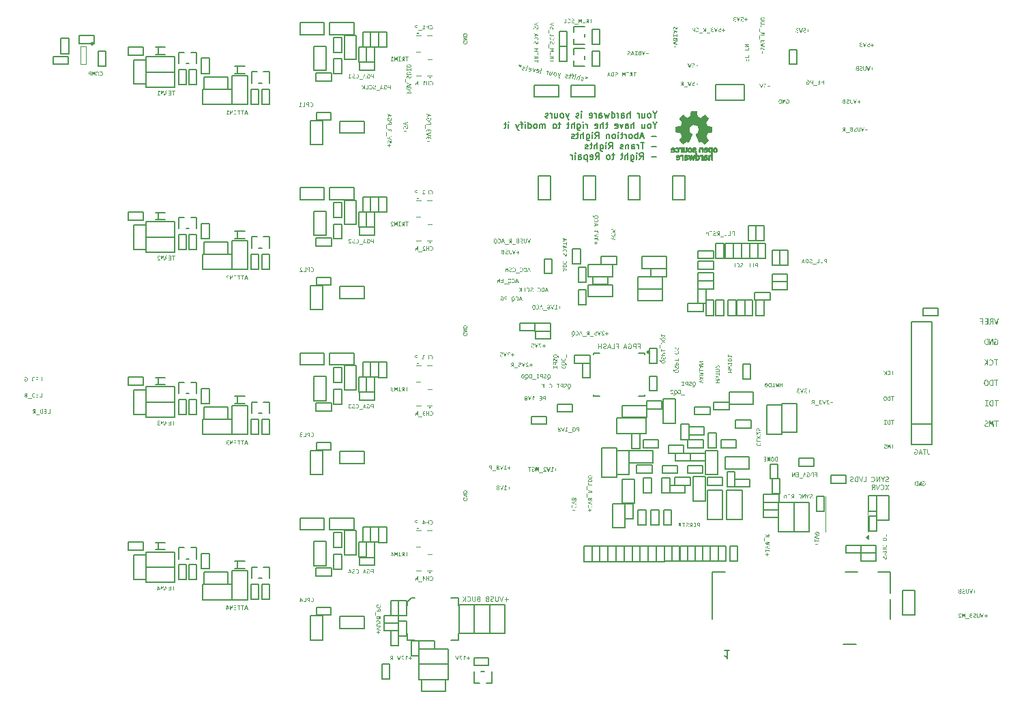
<source format=gbo>
%TF.GenerationSoftware,KiCad,Pcbnew,9.0.3*%
%TF.CreationDate,2026-01-21T13:12:08-05:00*%
%TF.ProjectId,Thunderscope_Rev5.3,5468756e-6465-4727-9363-6f70655f5265,rev?*%
%TF.SameCoordinates,Original*%
%TF.FileFunction,Legend,Bot*%
%TF.FilePolarity,Positive*%
%FSLAX45Y45*%
G04 Gerber Fmt 4.5, Leading zero omitted, Abs format (unit mm)*
G04 Created by KiCad (PCBNEW 9.0.3) date 2026-01-21 13:12:08*
%MOMM*%
%LPD*%
G01*
G04 APERTURE LIST*
%ADD10C,0.075000*%
%ADD11C,0.200000*%
%ADD12C,0.160000*%
%ADD13C,0.120000*%
%ADD14C,0.127000*%
%ADD15C,0.150000*%
%ADD16C,0.010000*%
%ADD17C,0.100000*%
%ADD18C,0.250000*%
%ADD19C,0.152400*%
G04 APERTURE END LIST*
D10*
G36*
X10862374Y4507346D02*
G01*
X10878237Y4507346D01*
X10878237Y4460100D01*
X10885612Y4460100D01*
X10885612Y4507346D01*
X10901476Y4507346D01*
X10901476Y4513560D01*
X10862374Y4513560D01*
X10862374Y4507346D01*
G37*
G36*
X10854401Y4460100D02*
G01*
X10842923Y4460100D01*
X10837950Y4460354D01*
X10833786Y4461060D01*
X10829940Y4462251D01*
X10826734Y4463782D01*
X10823911Y4465740D01*
X10821612Y4468014D01*
X10819718Y4470622D01*
X10818208Y4473516D01*
X10817085Y4476634D01*
X10816303Y4480060D01*
X10815861Y4483625D01*
X10815731Y4486896D01*
X10823374Y4486896D01*
X10823725Y4481617D01*
X10824689Y4477391D01*
X10826167Y4474024D01*
X10828115Y4471359D01*
X10830545Y4469288D01*
X10833526Y4467759D01*
X10837176Y4466782D01*
X10841652Y4466431D01*
X10847103Y4466431D01*
X10847103Y4507405D01*
X10840831Y4507405D01*
X10836569Y4507116D01*
X10833127Y4506321D01*
X10830103Y4504894D01*
X10827675Y4502829D01*
X10825827Y4500130D01*
X10824440Y4496495D01*
X10823665Y4492347D01*
X10823374Y4486896D01*
X10815731Y4486896D01*
X10815710Y4487424D01*
X10816006Y4492904D01*
X10816832Y4497487D01*
X10818112Y4501309D01*
X10819800Y4504487D01*
X10821879Y4507116D01*
X10824429Y4509315D01*
X10827480Y4511080D01*
X10831116Y4512407D01*
X10835442Y4513256D01*
X10840586Y4513560D01*
X10854401Y4513560D01*
X10854401Y4460100D01*
G37*
G36*
X10793347Y4507405D02*
G01*
X10805686Y4507405D01*
X10805686Y4513560D01*
X10773633Y4513560D01*
X10773633Y4507405D01*
X10785972Y4507405D01*
X10785972Y4466314D01*
X10773633Y4466314D01*
X10773633Y4460100D01*
X10805686Y4460100D01*
X10805686Y4466314D01*
X10793347Y4466314D01*
X10793347Y4507405D01*
G37*
G36*
X8760190Y9354527D02*
G01*
X8776295Y9354527D01*
X8776295Y9337879D01*
X8783347Y9337879D01*
X8783347Y9354527D01*
X8799453Y9354527D01*
X8799453Y9360740D01*
X8783347Y9360740D01*
X8783347Y9377388D01*
X8776295Y9377388D01*
X8776295Y9360740D01*
X8760190Y9360740D01*
X8760190Y9354527D01*
G37*
G36*
X8716801Y9352354D02*
G01*
X8717239Y9348547D01*
X8718523Y9345144D01*
X8720557Y9342127D01*
X8723256Y9339543D01*
X8726487Y9337488D01*
X8730367Y9335897D01*
X8734577Y9334930D01*
X8739222Y9334597D01*
X8741783Y9334652D01*
X8744509Y9334795D01*
X8747154Y9334992D01*
X8749470Y9335241D01*
X8749470Y9341748D01*
X8744407Y9341034D01*
X8738647Y9340810D01*
X8735464Y9341012D01*
X8732745Y9341580D01*
X8730273Y9342540D01*
X8728279Y9343789D01*
X8726644Y9345387D01*
X8725451Y9347277D01*
X8724719Y9349418D01*
X8724465Y9351878D01*
X8724712Y9354287D01*
X8725401Y9356229D01*
X8726503Y9357805D01*
X8728052Y9359077D01*
X8730552Y9360247D01*
X8733910Y9361033D01*
X8738362Y9361327D01*
X8748524Y9361327D01*
X8748524Y9388760D01*
X8719670Y9388760D01*
X8719670Y9382546D01*
X8741805Y9382546D01*
X8741805Y9367423D01*
X8737131Y9367423D01*
X8733314Y9367248D01*
X8729631Y9366730D01*
X8726139Y9365762D01*
X8723135Y9364305D01*
X8720568Y9362285D01*
X8718545Y9359663D01*
X8717608Y9357650D01*
X8717013Y9355242D01*
X8716801Y9352354D01*
G37*
G36*
X8664645Y9388760D02*
G01*
X8682843Y9335300D01*
X8692680Y9335300D01*
X8710467Y9388760D01*
X8702231Y9388760D01*
X8690672Y9352724D01*
X8687393Y9342173D01*
X8684030Y9352724D01*
X8672431Y9388760D01*
X8664645Y9388760D01*
G37*
G36*
X8624210Y9351556D02*
G01*
X8624572Y9348136D01*
X8625646Y9344954D01*
X8627417Y9342089D01*
X8629947Y9339561D01*
X8633089Y9337546D01*
X8637161Y9335923D01*
X8641707Y9334949D01*
X8647283Y9334597D01*
X8653024Y9334809D01*
X8657776Y9335359D01*
X8657776Y9341748D01*
X8652409Y9341056D01*
X8646628Y9340810D01*
X8642762Y9341003D01*
X8639766Y9341521D01*
X8637097Y9342425D01*
X8635113Y9343573D01*
X8633541Y9345072D01*
X8632490Y9346822D01*
X8631881Y9348815D01*
X8631669Y9351127D01*
X8631924Y9353228D01*
X8632654Y9354970D01*
X8633821Y9356458D01*
X8635421Y9357711D01*
X8637324Y9358658D01*
X8639681Y9359367D01*
X8642227Y9359776D01*
X8645111Y9359920D01*
X8651218Y9359920D01*
X8651218Y9365782D01*
X8645030Y9365782D01*
X8642680Y9365947D01*
X8640627Y9366419D01*
X8638756Y9367212D01*
X8637223Y9368255D01*
X8635977Y9369586D01*
X8635050Y9371207D01*
X8634489Y9373043D01*
X8634292Y9375190D01*
X8634618Y9377953D01*
X8635507Y9379997D01*
X8636915Y9381502D01*
X8638772Y9382538D01*
X8641278Y9383227D01*
X8644620Y9383484D01*
X8647339Y9383355D01*
X8650196Y9382957D01*
X8656344Y9381374D01*
X8656344Y9387588D01*
X8653372Y9388478D01*
X8650214Y9389137D01*
X8647078Y9389551D01*
X8644089Y9389698D01*
X8639966Y9389452D01*
X8636586Y9388771D01*
X8633549Y9387610D01*
X8631178Y9386111D01*
X8629267Y9384190D01*
X8627899Y9381909D01*
X8627076Y9379327D01*
X8626789Y9376344D01*
X8627068Y9373345D01*
X8627863Y9370791D01*
X8629148Y9368595D01*
X8630872Y9366686D01*
X8633005Y9365025D01*
X8635604Y9363609D01*
X8633544Y9363124D01*
X8631486Y9362301D01*
X8629556Y9361180D01*
X8627837Y9359788D01*
X8626377Y9358126D01*
X8625214Y9356172D01*
X8624466Y9354001D01*
X8624210Y9351556D01*
G37*
G36*
X8572215Y9318418D02*
G01*
X8618366Y9318418D01*
X8618366Y9324338D01*
X8572215Y9324338D01*
X8572215Y9318418D01*
G37*
G36*
X8565265Y9335300D02*
G01*
X8557971Y9335300D01*
X8557971Y9358982D01*
X8554527Y9358982D01*
X8551640Y9358656D01*
X8550398Y9358222D01*
X8549263Y9357575D01*
X8548235Y9356715D01*
X8547233Y9355542D01*
X8545386Y9352310D01*
X8537396Y9335300D01*
X8529157Y9335300D01*
X8537642Y9352886D01*
X8539342Y9355874D01*
X8540858Y9357982D01*
X8542616Y9359617D01*
X8544690Y9360663D01*
X8542024Y9361504D01*
X8539752Y9362653D01*
X8537758Y9364128D01*
X8536147Y9365818D01*
X8534870Y9367747D01*
X8533952Y9369885D01*
X8533400Y9372173D01*
X8533259Y9374014D01*
X8540836Y9374014D01*
X8541045Y9371882D01*
X8541639Y9370086D01*
X8542602Y9368511D01*
X8543892Y9367207D01*
X8545469Y9366194D01*
X8547416Y9365437D01*
X8549561Y9364999D01*
X8552069Y9364844D01*
X8557971Y9364844D01*
X8557971Y9382605D01*
X8551083Y9382605D01*
X8547896Y9382335D01*
X8545427Y9381599D01*
X8543522Y9380465D01*
X8542069Y9378862D01*
X8541164Y9376764D01*
X8540836Y9374014D01*
X8533259Y9374014D01*
X8533212Y9374629D01*
X8533472Y9377696D01*
X8534220Y9380400D01*
X8535508Y9382814D01*
X8537374Y9384855D01*
X8539753Y9386459D01*
X8542888Y9387730D01*
X8546426Y9388483D01*
X8550919Y9388760D01*
X8565265Y9388760D01*
X8565265Y9335300D01*
G37*
G36*
X8479950Y9318418D02*
G01*
X8526101Y9318418D01*
X8526101Y9324338D01*
X8479950Y9324338D01*
X8479950Y9318418D01*
G37*
G36*
X8439185Y9337235D02*
G01*
X8443541Y9335770D01*
X8448024Y9334892D01*
X8452671Y9334597D01*
X8457249Y9334902D01*
X8461194Y9335767D01*
X8464603Y9337140D01*
X8467557Y9339005D01*
X8470113Y9341378D01*
X8472171Y9344133D01*
X8473839Y9347420D01*
X8475100Y9351325D01*
X8475909Y9355956D01*
X8476199Y9361437D01*
X8476001Y9365702D01*
X8475431Y9369566D01*
X8474517Y9373072D01*
X8473202Y9376441D01*
X8471601Y9379368D01*
X8469721Y9381902D01*
X8467500Y9384134D01*
X8464997Y9385994D01*
X8462181Y9387496D01*
X8459171Y9388572D01*
X8455879Y9389235D01*
X8452260Y9389463D01*
X8448605Y9389296D01*
X8445336Y9388815D01*
X8442197Y9387993D01*
X8439185Y9386826D01*
X8439185Y9379674D01*
X8442159Y9381089D01*
X8445211Y9382114D01*
X8448412Y9382739D01*
X8452015Y9382957D01*
X8455654Y9382593D01*
X8458840Y9381543D01*
X8461656Y9379818D01*
X8464024Y9377447D01*
X8465877Y9374535D01*
X8467303Y9370896D01*
X8468148Y9366872D01*
X8468450Y9362070D01*
X8468135Y9356770D01*
X8467271Y9352506D01*
X8465952Y9349096D01*
X8464229Y9346386D01*
X8461936Y9344123D01*
X8459179Y9342491D01*
X8455863Y9341467D01*
X8451850Y9341103D01*
X8448459Y9341307D01*
X8445255Y9341906D01*
X8442158Y9342869D01*
X8439185Y9344151D01*
X8439185Y9337235D01*
G37*
G36*
X8427359Y9335300D02*
G01*
X8420064Y9335300D01*
X8420064Y9354527D01*
X8413426Y9354527D01*
X8409729Y9354718D01*
X8406556Y9355256D01*
X8403834Y9356099D01*
X8400102Y9357959D01*
X8397236Y9360206D01*
X8394979Y9362924D01*
X8393422Y9365943D01*
X8392495Y9369187D01*
X8392224Y9372068D01*
X8399775Y9372068D01*
X8400021Y9369248D01*
X8400708Y9366952D01*
X8401793Y9365078D01*
X8403281Y9363550D01*
X8405770Y9362065D01*
X8409024Y9361097D01*
X8413261Y9360740D01*
X8420064Y9360740D01*
X8420064Y9382664D01*
X8412605Y9382664D01*
X8408645Y9382321D01*
X8405558Y9381385D01*
X8403157Y9379934D01*
X8401311Y9377899D01*
X8400179Y9375332D01*
X8399775Y9372068D01*
X8392224Y9372068D01*
X8392191Y9372420D01*
X8392389Y9375351D01*
X8392949Y9377846D01*
X8393833Y9379975D01*
X8395763Y9382805D01*
X8398240Y9385041D01*
X8401187Y9386715D01*
X8404655Y9387881D01*
X8408356Y9388537D01*
X8412275Y9388760D01*
X8427359Y9388760D01*
X8427359Y9335300D01*
G37*
G36*
X9194534Y4230121D02*
G01*
X9193070Y4225765D01*
X9192192Y4221282D01*
X9191897Y4216635D01*
X9192202Y4212056D01*
X9193066Y4208112D01*
X9194440Y4204703D01*
X9196305Y4201749D01*
X9198678Y4199192D01*
X9201433Y4197134D01*
X9204720Y4195467D01*
X9208625Y4194206D01*
X9213256Y4193396D01*
X9218736Y4193107D01*
X9223002Y4193305D01*
X9226865Y4193874D01*
X9230372Y4194789D01*
X9233741Y4196103D01*
X9236668Y4197704D01*
X9239202Y4199584D01*
X9241434Y4201805D01*
X9243293Y4204309D01*
X9244796Y4207124D01*
X9245872Y4210135D01*
X9246535Y4213426D01*
X9246763Y4217045D01*
X9246596Y4220700D01*
X9246115Y4223970D01*
X9245293Y4227109D01*
X9244125Y4230121D01*
X9236974Y4230121D01*
X9238389Y4227147D01*
X9239414Y4224094D01*
X9240039Y4220893D01*
X9240257Y4217291D01*
X9239893Y4213652D01*
X9238842Y4210465D01*
X9237118Y4207650D01*
X9234747Y4205281D01*
X9231835Y4203429D01*
X9228196Y4202002D01*
X9224171Y4201158D01*
X9219370Y4200856D01*
X9214070Y4201171D01*
X9209806Y4202035D01*
X9206395Y4203354D01*
X9203686Y4205076D01*
X9201423Y4207370D01*
X9199791Y4210127D01*
X9198767Y4213443D01*
X9198403Y4217456D01*
X9198606Y4220846D01*
X9199206Y4224050D01*
X9200168Y4227148D01*
X9201451Y4230121D01*
X9194534Y4230121D01*
G37*
G36*
X9192600Y4275843D02*
G01*
X9192600Y4245021D01*
X9246060Y4245021D01*
X9246060Y4252440D01*
X9198814Y4252440D01*
X9198814Y4275843D01*
X9192600Y4275843D01*
G37*
G36*
X9192600Y4324515D02*
G01*
X9192600Y4315334D01*
X9218817Y4295293D01*
X9192600Y4295293D01*
X9192600Y4287995D01*
X9246060Y4287995D01*
X9246060Y4295293D01*
X9221231Y4295293D01*
X9246060Y4314923D01*
X9246060Y4323573D01*
X9220660Y4302423D01*
X9192600Y4324515D01*
G37*
G36*
X9192600Y4369050D02*
G01*
X9192600Y4333762D01*
X9198989Y4333762D01*
X9212794Y4347614D01*
X9218627Y4353146D01*
X9221080Y4355113D01*
X9223122Y4356465D01*
X9225158Y4357486D01*
X9226961Y4358066D01*
X9230863Y4358477D01*
X9232797Y4358341D01*
X9234615Y4357942D01*
X9236306Y4357260D01*
X9237754Y4356304D01*
X9238953Y4355051D01*
X9239887Y4353435D01*
X9240460Y4351564D01*
X9240667Y4349211D01*
X9240285Y4345937D01*
X9239165Y4343023D01*
X9237456Y4340366D01*
X9235274Y4337902D01*
X9239971Y4333967D01*
X9242841Y4337228D01*
X9245078Y4340953D01*
X9246121Y4343654D01*
X9246771Y4346702D01*
X9246998Y4350156D01*
X9246721Y4353616D01*
X9245928Y4356652D01*
X9244614Y4359402D01*
X9242851Y4361712D01*
X9240634Y4363589D01*
X9237923Y4365013D01*
X9234884Y4365878D01*
X9231350Y4366181D01*
X9228343Y4365970D01*
X9225642Y4365361D01*
X9223058Y4364348D01*
X9220407Y4362880D01*
X9217822Y4361060D01*
X9215003Y4358700D01*
X9208885Y4352736D01*
X9199400Y4343023D01*
X9199400Y4369050D01*
X9192600Y4369050D01*
G37*
G36*
X9209654Y4413831D02*
G01*
X9205847Y4413393D01*
X9202444Y4412109D01*
X9199427Y4410075D01*
X9196842Y4407375D01*
X9194788Y4404144D01*
X9193197Y4400264D01*
X9192230Y4396055D01*
X9191897Y4391409D01*
X9191952Y4388848D01*
X9192094Y4386122D01*
X9192292Y4383477D01*
X9192541Y4381162D01*
X9199048Y4381162D01*
X9198334Y4386225D01*
X9198110Y4391984D01*
X9198311Y4395167D01*
X9198879Y4397886D01*
X9199840Y4400358D01*
X9201089Y4402352D01*
X9202687Y4403988D01*
X9204576Y4405181D01*
X9206718Y4405913D01*
X9209178Y4406166D01*
X9211587Y4405920D01*
X9213529Y4405231D01*
X9215105Y4404129D01*
X9216377Y4402580D01*
X9217547Y4400080D01*
X9218332Y4396721D01*
X9218627Y4392270D01*
X9218627Y4382107D01*
X9246060Y4382107D01*
X9246060Y4410962D01*
X9239846Y4410962D01*
X9239846Y4388826D01*
X9224723Y4388826D01*
X9224723Y4393501D01*
X9224548Y4397317D01*
X9224030Y4401000D01*
X9223062Y4404492D01*
X9221605Y4407496D01*
X9219585Y4410064D01*
X9216963Y4412087D01*
X9214950Y4413023D01*
X9212542Y4413618D01*
X9209654Y4413831D01*
G37*
G36*
X5139548Y2522035D02*
G01*
X5143904Y2520570D01*
X5148386Y2519692D01*
X5153034Y2519397D01*
X5157612Y2519702D01*
X5161557Y2520567D01*
X5164966Y2521940D01*
X5167919Y2523805D01*
X5170476Y2526178D01*
X5172534Y2528933D01*
X5174202Y2532220D01*
X5175462Y2536125D01*
X5176272Y2540756D01*
X5176562Y2546237D01*
X5176364Y2550502D01*
X5175794Y2554366D01*
X5174880Y2557872D01*
X5173565Y2561241D01*
X5171964Y2564168D01*
X5170084Y2566702D01*
X5167863Y2568934D01*
X5165359Y2570794D01*
X5162544Y2572296D01*
X5159534Y2573372D01*
X5156242Y2574035D01*
X5152623Y2574263D01*
X5148968Y2574096D01*
X5145699Y2573615D01*
X5142560Y2572793D01*
X5139548Y2571626D01*
X5139548Y2564474D01*
X5142522Y2565889D01*
X5145574Y2566914D01*
X5148775Y2567539D01*
X5152378Y2567757D01*
X5156017Y2567393D01*
X5159203Y2566343D01*
X5162019Y2564618D01*
X5164387Y2562247D01*
X5166239Y2559335D01*
X5167666Y2555696D01*
X5168511Y2551672D01*
X5168813Y2546870D01*
X5168498Y2541570D01*
X5167634Y2537306D01*
X5166315Y2533896D01*
X5164592Y2531186D01*
X5162299Y2528923D01*
X5159541Y2527291D01*
X5156225Y2526267D01*
X5152213Y2525903D01*
X5148822Y2526107D01*
X5145618Y2526706D01*
X5142521Y2527669D01*
X5139548Y2528951D01*
X5139548Y2522035D01*
G37*
G36*
X5092554Y2520100D02*
G01*
X5099852Y2520100D01*
X5099852Y2544720D01*
X5122354Y2544720D01*
X5122354Y2520100D01*
X5129649Y2520100D01*
X5129649Y2573560D01*
X5122354Y2573560D01*
X5122354Y2551051D01*
X5099852Y2551051D01*
X5099852Y2573560D01*
X5092554Y2573560D01*
X5092554Y2520100D01*
G37*
G36*
X5086304Y2538096D02*
G01*
X5086304Y2531824D01*
X5060523Y2531824D01*
X5060523Y2520100D01*
X5053229Y2520100D01*
X5053229Y2531824D01*
X5044088Y2531824D01*
X5044088Y2538096D01*
X5053229Y2538096D01*
X5060523Y2538096D01*
X5079171Y2538096D01*
X5060523Y2566672D01*
X5060523Y2538096D01*
X5053229Y2538096D01*
X5053229Y2573560D01*
X5063472Y2573560D01*
X5086304Y2538096D01*
G37*
G36*
X4995783Y2503218D02*
G01*
X5041934Y2503218D01*
X5041934Y2509138D01*
X4995783Y2509138D01*
X4995783Y2503218D01*
G37*
G36*
X4954486Y2520100D02*
G01*
X4963993Y2520100D01*
X4979611Y2553458D01*
X4984121Y2564181D01*
X4984121Y2537209D01*
X4984121Y2520100D01*
X4990925Y2520100D01*
X4990925Y2573560D01*
X4981538Y2573560D01*
X4966660Y2541954D01*
X4961290Y2529713D01*
X4961290Y2558371D01*
X4961290Y2573560D01*
X4954486Y2573560D01*
X4954486Y2520100D01*
G37*
G36*
X1937373Y4497346D02*
G01*
X1953237Y4497346D01*
X1953237Y4450100D01*
X1960612Y4450100D01*
X1960612Y4497346D01*
X1976475Y4497346D01*
X1976475Y4503560D01*
X1937373Y4503560D01*
X1937373Y4497346D01*
G37*
G36*
X1895176Y4450100D02*
G01*
X1925628Y4450100D01*
X1925628Y4503560D01*
X1895176Y4503560D01*
X1895176Y4497405D01*
X1918333Y4497405D01*
X1918333Y4480875D01*
X1896077Y4480875D01*
X1896077Y4474720D01*
X1918333Y4474720D01*
X1918333Y4456314D01*
X1895176Y4456314D01*
X1895176Y4450100D01*
G37*
G36*
X1880766Y4450100D02*
G01*
X1873472Y4450100D01*
X1873472Y4473782D01*
X1870028Y4473782D01*
X1867141Y4473456D01*
X1865899Y4473022D01*
X1864764Y4472375D01*
X1863736Y4471515D01*
X1862734Y4470342D01*
X1860888Y4467110D01*
X1852897Y4450100D01*
X1844658Y4450100D01*
X1853143Y4467686D01*
X1854843Y4470674D01*
X1856359Y4472782D01*
X1858117Y4474417D01*
X1860191Y4475463D01*
X1857525Y4476304D01*
X1855253Y4477453D01*
X1853259Y4478928D01*
X1851648Y4480618D01*
X1850371Y4482547D01*
X1849453Y4484685D01*
X1848901Y4486973D01*
X1848760Y4488814D01*
X1856337Y4488814D01*
X1856546Y4486682D01*
X1857140Y4484886D01*
X1858103Y4483311D01*
X1859393Y4482007D01*
X1860970Y4480994D01*
X1862917Y4480237D01*
X1865062Y4479799D01*
X1867570Y4479644D01*
X1873472Y4479644D01*
X1873472Y4497405D01*
X1866585Y4497405D01*
X1863397Y4497135D01*
X1860928Y4496399D01*
X1859023Y4495265D01*
X1857570Y4493662D01*
X1856665Y4491564D01*
X1856337Y4488814D01*
X1848760Y4488814D01*
X1848713Y4489429D01*
X1848973Y4492496D01*
X1849721Y4495200D01*
X1851009Y4497614D01*
X1852875Y4499655D01*
X1855254Y4501259D01*
X1858389Y4502530D01*
X1861927Y4503283D01*
X1866420Y4503560D01*
X1880766Y4503560D01*
X1880766Y4450100D01*
G37*
G36*
X1797459Y4450100D02*
G01*
X1804592Y4450100D01*
X1805658Y4483395D01*
X1806109Y4496222D01*
X1808607Y4488763D01*
X1816517Y4467451D01*
X1821558Y4467451D01*
X1829102Y4487946D01*
X1831600Y4496222D01*
X1831765Y4482820D01*
X1832707Y4450100D01*
X1839594Y4450100D01*
X1836971Y4503560D01*
X1828321Y4503560D01*
X1821108Y4483395D01*
X1818774Y4476592D01*
X1816517Y4483395D01*
X1808937Y4503560D01*
X1800042Y4503560D01*
X1797459Y4450100D01*
G37*
G36*
X1755180Y4466356D02*
G01*
X1755542Y4462936D01*
X1756617Y4459754D01*
X1758387Y4456889D01*
X1760918Y4454361D01*
X1764059Y4452346D01*
X1768131Y4450723D01*
X1772677Y4449749D01*
X1778254Y4449397D01*
X1783995Y4449609D01*
X1788747Y4450159D01*
X1788747Y4456548D01*
X1783380Y4455856D01*
X1777598Y4455610D01*
X1773733Y4455803D01*
X1770736Y4456321D01*
X1768068Y4457225D01*
X1766083Y4458373D01*
X1764512Y4459872D01*
X1763460Y4461622D01*
X1762852Y4463615D01*
X1762640Y4465927D01*
X1762895Y4468028D01*
X1763625Y4469770D01*
X1764792Y4471258D01*
X1766391Y4472511D01*
X1768295Y4473458D01*
X1770652Y4474167D01*
X1773198Y4474576D01*
X1776082Y4474720D01*
X1782189Y4474720D01*
X1782189Y4480582D01*
X1776001Y4480582D01*
X1773650Y4480747D01*
X1771597Y4481219D01*
X1769726Y4482012D01*
X1768194Y4483055D01*
X1766948Y4484386D01*
X1766021Y4486007D01*
X1765460Y4487843D01*
X1765263Y4489990D01*
X1765589Y4492753D01*
X1766477Y4494797D01*
X1767886Y4496302D01*
X1769743Y4497338D01*
X1772248Y4498027D01*
X1775591Y4498284D01*
X1778310Y4498155D01*
X1781167Y4497757D01*
X1787314Y4496174D01*
X1787314Y4502388D01*
X1784343Y4503278D01*
X1781185Y4503937D01*
X1778049Y4504351D01*
X1775059Y4504498D01*
X1770937Y4504252D01*
X1767556Y4503571D01*
X1764519Y4502410D01*
X1762149Y4500911D01*
X1760238Y4498990D01*
X1758870Y4496709D01*
X1758046Y4494127D01*
X1757760Y4491144D01*
X1758039Y4488145D01*
X1758833Y4485591D01*
X1760119Y4483395D01*
X1761843Y4481486D01*
X1763976Y4479825D01*
X1766574Y4478409D01*
X1764514Y4477924D01*
X1762456Y4477101D01*
X1760527Y4475980D01*
X1758807Y4474588D01*
X1757348Y4472926D01*
X1756184Y4470972D01*
X1755437Y4468801D01*
X1755180Y4466356D01*
G37*
D11*
G36*
X12141797Y4496795D02*
G01*
X12162949Y4496795D01*
X12162949Y4433800D01*
X12172782Y4433800D01*
X12172782Y4496795D01*
X12193933Y4496795D01*
X12193933Y4505080D01*
X12141797Y4505080D01*
X12141797Y4496795D01*
G37*
G36*
X12078265Y4433800D02*
G01*
X12087776Y4433800D01*
X12089197Y4478194D01*
X12089798Y4495296D01*
X12093129Y4485350D01*
X12103676Y4456935D01*
X12110397Y4456935D01*
X12120455Y4484261D01*
X12123787Y4495296D01*
X12124007Y4477427D01*
X12125262Y4433800D01*
X12134445Y4433800D01*
X12130948Y4505080D01*
X12119415Y4505080D01*
X12109796Y4478194D01*
X12106685Y4469123D01*
X12103676Y4478194D01*
X12093569Y4505080D01*
X12081709Y4505080D01*
X12078265Y4433800D01*
G37*
G36*
X12021127Y4453213D02*
G01*
X12021666Y4448351D01*
X12023203Y4444293D01*
X12025677Y4440801D01*
X12028996Y4437923D01*
X12032991Y4435741D01*
X12037935Y4434118D01*
X12043303Y4433189D01*
X12049434Y4432862D01*
X12055091Y4433082D01*
X12060503Y4433629D01*
X12065393Y4434391D01*
X12069545Y4435324D01*
X12069545Y4444737D01*
X12065296Y4443399D01*
X12060337Y4442334D01*
X12055053Y4441691D01*
X12048726Y4441460D01*
X12044202Y4441660D01*
X12040720Y4442197D01*
X12037614Y4443152D01*
X12035307Y4444381D01*
X12033469Y4446013D01*
X12032249Y4447908D01*
X12031541Y4450091D01*
X12031292Y4452665D01*
X12031706Y4455387D01*
X12032904Y4457614D01*
X12034725Y4459517D01*
X12037139Y4461277D01*
X12039884Y4462794D01*
X12043123Y4464233D01*
X12049981Y4466998D01*
X12056840Y4470085D01*
X12060045Y4471925D01*
X12062824Y4474027D01*
X12065195Y4476497D01*
X12067059Y4479361D01*
X12068248Y4482621D01*
X12068671Y4486635D01*
X12068294Y4490252D01*
X12067142Y4493859D01*
X12065216Y4497181D01*
X12062389Y4500176D01*
X12058827Y4502608D01*
X12054109Y4504635D01*
X12048781Y4505876D01*
X12042058Y4506330D01*
X12038150Y4506164D01*
X12033886Y4505700D01*
X12029626Y4505012D01*
X12025718Y4504191D01*
X12025718Y4495427D01*
X12034135Y4497259D01*
X12038313Y4497735D01*
X12042278Y4497889D01*
X12047820Y4497514D01*
X12051792Y4496533D01*
X12054573Y4495105D01*
X12056781Y4493006D01*
X12058065Y4490553D01*
X12058505Y4487621D01*
X12058093Y4484894D01*
X12056893Y4482639D01*
X12055072Y4480710D01*
X12052658Y4478922D01*
X12049911Y4477386D01*
X12046674Y4475942D01*
X12039816Y4473177D01*
X12032958Y4470060D01*
X12029755Y4468190D01*
X12026974Y4466040D01*
X12024604Y4463517D01*
X12022739Y4460594D01*
X12021550Y4457280D01*
X12021127Y4453213D01*
G37*
D10*
G36*
X9479018Y4922600D02*
G01*
X9486316Y4922600D01*
X9486316Y4947220D01*
X9508818Y4947220D01*
X9508818Y4922600D01*
X9516113Y4922600D01*
X9516113Y4976060D01*
X9508818Y4976060D01*
X9508818Y4953551D01*
X9486316Y4953551D01*
X9486316Y4976060D01*
X9479018Y4976060D01*
X9479018Y4922600D01*
G37*
G36*
X9430222Y4976060D02*
G01*
X9433831Y4922600D01*
X9443298Y4922600D01*
X9449936Y4941611D01*
X9451783Y4947703D01*
X9453710Y4941120D01*
X9459857Y4922600D01*
X9468998Y4922600D01*
X9472687Y4976060D01*
X9465800Y4976060D01*
X9463708Y4939691D01*
X9463096Y4929715D01*
X9460513Y4938178D01*
X9454036Y4958006D01*
X9448995Y4958006D01*
X9441536Y4936745D01*
X9439037Y4929715D01*
X9438872Y4937071D01*
X9436740Y4976060D01*
X9430222Y4976060D01*
G37*
G36*
X9409010Y4969905D02*
G01*
X9421349Y4969905D01*
X9421349Y4976060D01*
X9389296Y4976060D01*
X9389296Y4969905D01*
X9401635Y4969905D01*
X9401635Y4928814D01*
X9389296Y4928814D01*
X9389296Y4922600D01*
X9421349Y4922600D01*
X9421349Y4928814D01*
X9409010Y4928814D01*
X9409010Y4969905D01*
G37*
G36*
X9377799Y4922600D02*
G01*
X9366321Y4922600D01*
X9361348Y4922854D01*
X9357184Y4923560D01*
X9353338Y4924751D01*
X9350131Y4926282D01*
X9347309Y4928240D01*
X9345010Y4930514D01*
X9343116Y4933122D01*
X9341606Y4936016D01*
X9340483Y4939134D01*
X9339701Y4942560D01*
X9339259Y4946125D01*
X9339128Y4949396D01*
X9346772Y4949396D01*
X9347123Y4944117D01*
X9348086Y4939891D01*
X9349565Y4936524D01*
X9351512Y4933859D01*
X9353942Y4931788D01*
X9356924Y4930259D01*
X9360574Y4929282D01*
X9365050Y4928931D01*
X9370501Y4928931D01*
X9370501Y4969905D01*
X9364229Y4969905D01*
X9359967Y4969616D01*
X9356524Y4968821D01*
X9353501Y4967394D01*
X9351073Y4965329D01*
X9349224Y4962630D01*
X9347838Y4958995D01*
X9347062Y4954847D01*
X9346772Y4949396D01*
X9339128Y4949396D01*
X9339107Y4949924D01*
X9339404Y4955404D01*
X9340229Y4959987D01*
X9341510Y4963809D01*
X9343197Y4966987D01*
X9345277Y4969616D01*
X9347827Y4971815D01*
X9350878Y4973580D01*
X9354514Y4974907D01*
X9358840Y4975756D01*
X9363984Y4976060D01*
X9377799Y4976060D01*
X9377799Y4922600D01*
G37*
G36*
X9315904Y4976764D02*
G01*
X9318779Y4976092D01*
X9321335Y4975009D01*
X9323673Y4973507D01*
X9325736Y4971644D01*
X9327545Y4969388D01*
X9329676Y4965489D01*
X9331275Y4960669D01*
X9332199Y4955429D01*
X9332524Y4949425D01*
X9332160Y4942541D01*
X9331172Y4937075D01*
X9330092Y4933672D01*
X9328801Y4930840D01*
X9327321Y4928502D01*
X9325511Y4926426D01*
X9323509Y4924776D01*
X9321295Y4923516D01*
X9317625Y4922312D01*
X9313466Y4921897D01*
X9310181Y4922132D01*
X9307299Y4922804D01*
X9304757Y4923886D01*
X9302430Y4925386D01*
X9300366Y4927249D01*
X9298547Y4929506D01*
X9296405Y4933404D01*
X9294818Y4938204D01*
X9293907Y4943426D01*
X9293596Y4949249D01*
X9300800Y4949249D01*
X9301030Y4944179D01*
X9301661Y4940043D01*
X9302750Y4936278D01*
X9304123Y4933390D01*
X9305930Y4931000D01*
X9307996Y4929352D01*
X9310383Y4928337D01*
X9313055Y4927993D01*
X9315149Y4928181D01*
X9316931Y4928715D01*
X9318538Y4929584D01*
X9319965Y4930744D01*
X9321185Y4932159D01*
X9322240Y4933869D01*
X9323797Y4937841D01*
X9301130Y4954723D01*
X9300903Y4952026D01*
X9300800Y4949249D01*
X9293596Y4949249D01*
X9293587Y4949425D01*
X9293951Y4956312D01*
X9294896Y4961523D01*
X9302482Y4961523D01*
X9325149Y4944758D01*
X9325292Y4947209D01*
X9325310Y4949744D01*
X9325081Y4954782D01*
X9324453Y4958888D01*
X9323366Y4962632D01*
X9321995Y4965520D01*
X9320185Y4967910D01*
X9318118Y4969550D01*
X9315731Y4970559D01*
X9313055Y4970902D01*
X9311036Y4970722D01*
X9309285Y4970209D01*
X9307695Y4969378D01*
X9306292Y4968271D01*
X9305084Y4966925D01*
X9304039Y4965315D01*
X9302482Y4961523D01*
X9294896Y4961523D01*
X9294942Y4961775D01*
X9296022Y4965179D01*
X9297313Y4968018D01*
X9298796Y4970370D01*
X9300606Y4972460D01*
X9302607Y4974115D01*
X9304819Y4975375D01*
X9308489Y4976582D01*
X9312649Y4976998D01*
X9315904Y4976764D01*
G37*
G36*
X8680100Y5011645D02*
G01*
X8680100Y5004347D01*
X8704720Y5004347D01*
X8704720Y4981845D01*
X8680100Y4981845D01*
X8680100Y4974550D01*
X8733560Y4974550D01*
X8733560Y4981845D01*
X8711050Y4981845D01*
X8711050Y5004347D01*
X8733560Y5004347D01*
X8733560Y5011645D01*
X8680100Y5011645D01*
G37*
G36*
X8733560Y5060441D02*
G01*
X8680100Y5056832D01*
X8680100Y5047365D01*
X8699111Y5040727D01*
X8705203Y5038880D01*
X8698620Y5036953D01*
X8680100Y5030806D01*
X8680100Y5021665D01*
X8733560Y5017976D01*
X8733560Y5024863D01*
X8697191Y5026955D01*
X8687215Y5027567D01*
X8695678Y5030150D01*
X8715505Y5036627D01*
X8715505Y5041668D01*
X8694245Y5049127D01*
X8687215Y5051626D01*
X8694571Y5051791D01*
X8733560Y5053923D01*
X8733560Y5060441D01*
G37*
G36*
X8727405Y5081653D02*
G01*
X8727405Y5069314D01*
X8733560Y5069314D01*
X8733560Y5101367D01*
X8727405Y5101367D01*
X8727405Y5089028D01*
X8686314Y5089028D01*
X8686314Y5101367D01*
X8680100Y5101367D01*
X8680100Y5069314D01*
X8686314Y5069314D01*
X8686314Y5081653D01*
X8727405Y5081653D01*
G37*
G36*
X8712904Y5151259D02*
G01*
X8717487Y5150434D01*
X8721309Y5149153D01*
X8724487Y5147466D01*
X8727116Y5145386D01*
X8729315Y5142836D01*
X8731080Y5139785D01*
X8732406Y5136149D01*
X8733256Y5131823D01*
X8733560Y5126679D01*
X8733560Y5112864D01*
X8680100Y5112864D01*
X8680100Y5124342D01*
X8680165Y5125613D01*
X8686431Y5125613D01*
X8686431Y5120162D01*
X8727405Y5120162D01*
X8727405Y5126434D01*
X8727116Y5130696D01*
X8726321Y5134139D01*
X8724894Y5137162D01*
X8722829Y5139590D01*
X8720130Y5141439D01*
X8716495Y5142825D01*
X8712347Y5143601D01*
X8706896Y5143891D01*
X8701617Y5143540D01*
X8697391Y5142577D01*
X8694024Y5141098D01*
X8691359Y5139151D01*
X8689288Y5136721D01*
X8687759Y5133739D01*
X8686782Y5130089D01*
X8686431Y5125613D01*
X8680165Y5125613D01*
X8680354Y5129315D01*
X8681060Y5133479D01*
X8682250Y5137325D01*
X8683782Y5140532D01*
X8685740Y5143354D01*
X8688013Y5145653D01*
X8690622Y5147547D01*
X8693516Y5149057D01*
X8696634Y5150180D01*
X8700060Y5150962D01*
X8703625Y5151404D01*
X8707423Y5151556D01*
X8712904Y5151259D01*
G37*
G36*
X8680100Y5195845D02*
G01*
X8680100Y5160557D01*
X8686489Y5160557D01*
X8700294Y5174409D01*
X8706127Y5179941D01*
X8708580Y5181908D01*
X8710622Y5183261D01*
X8712658Y5184281D01*
X8714461Y5184862D01*
X8718363Y5185272D01*
X8720297Y5185137D01*
X8722115Y5184737D01*
X8723806Y5184056D01*
X8725254Y5183100D01*
X8726453Y5181846D01*
X8727387Y5180231D01*
X8727960Y5178360D01*
X8728167Y5176007D01*
X8727785Y5172733D01*
X8726665Y5169819D01*
X8724956Y5167161D01*
X8722774Y5164697D01*
X8727471Y5160762D01*
X8730341Y5164024D01*
X8732578Y5167749D01*
X8733621Y5170450D01*
X8734271Y5173497D01*
X8734498Y5176952D01*
X8734221Y5180412D01*
X8733428Y5183448D01*
X8732114Y5186197D01*
X8730351Y5188507D01*
X8728134Y5190384D01*
X8725423Y5191808D01*
X8722384Y5192673D01*
X8718850Y5192977D01*
X8715843Y5192766D01*
X8713142Y5192156D01*
X8710558Y5191144D01*
X8707907Y5189676D01*
X8705322Y5187855D01*
X8702503Y5185496D01*
X8696385Y5179531D01*
X8686900Y5169819D01*
X8686900Y5195845D01*
X8680100Y5195845D01*
G37*
D12*
X7930188Y8307009D02*
X7930188Y8268913D01*
X7956855Y8348913D02*
X7930188Y8307009D01*
X7930188Y8307009D02*
X7903521Y8348913D01*
X7865426Y8268913D02*
X7873045Y8272723D01*
X7873045Y8272723D02*
X7876855Y8276533D01*
X7876855Y8276533D02*
X7880664Y8284152D01*
X7880664Y8284152D02*
X7880664Y8307009D01*
X7880664Y8307009D02*
X7876855Y8314628D01*
X7876855Y8314628D02*
X7873045Y8318437D01*
X7873045Y8318437D02*
X7865426Y8322247D01*
X7865426Y8322247D02*
X7853997Y8322247D01*
X7853997Y8322247D02*
X7846378Y8318437D01*
X7846378Y8318437D02*
X7842569Y8314628D01*
X7842569Y8314628D02*
X7838759Y8307009D01*
X7838759Y8307009D02*
X7838759Y8284152D01*
X7838759Y8284152D02*
X7842569Y8276533D01*
X7842569Y8276533D02*
X7846378Y8272723D01*
X7846378Y8272723D02*
X7853997Y8268913D01*
X7853997Y8268913D02*
X7865426Y8268913D01*
X7770188Y8322247D02*
X7770188Y8268913D01*
X7804474Y8322247D02*
X7804474Y8280342D01*
X7804474Y8280342D02*
X7800664Y8272723D01*
X7800664Y8272723D02*
X7793045Y8268913D01*
X7793045Y8268913D02*
X7781616Y8268913D01*
X7781616Y8268913D02*
X7773997Y8272723D01*
X7773997Y8272723D02*
X7770188Y8276533D01*
X7732093Y8268913D02*
X7732093Y8322247D01*
X7732093Y8307009D02*
X7728283Y8314628D01*
X7728283Y8314628D02*
X7724474Y8318437D01*
X7724474Y8318437D02*
X7716854Y8322247D01*
X7716854Y8322247D02*
X7709235Y8322247D01*
X7621616Y8268913D02*
X7621616Y8348913D01*
X7587331Y8268913D02*
X7587331Y8310818D01*
X7587331Y8310818D02*
X7591140Y8318437D01*
X7591140Y8318437D02*
X7598759Y8322247D01*
X7598759Y8322247D02*
X7610188Y8322247D01*
X7610188Y8322247D02*
X7617807Y8318437D01*
X7617807Y8318437D02*
X7621616Y8314628D01*
X7514950Y8268913D02*
X7514950Y8310818D01*
X7514950Y8310818D02*
X7518759Y8318437D01*
X7518759Y8318437D02*
X7526378Y8322247D01*
X7526378Y8322247D02*
X7541616Y8322247D01*
X7541616Y8322247D02*
X7549235Y8318437D01*
X7514950Y8272723D02*
X7522569Y8268913D01*
X7522569Y8268913D02*
X7541616Y8268913D01*
X7541616Y8268913D02*
X7549235Y8272723D01*
X7549235Y8272723D02*
X7553045Y8280342D01*
X7553045Y8280342D02*
X7553045Y8287961D01*
X7553045Y8287961D02*
X7549235Y8295580D01*
X7549235Y8295580D02*
X7541616Y8299390D01*
X7541616Y8299390D02*
X7522569Y8299390D01*
X7522569Y8299390D02*
X7514950Y8303199D01*
X7476854Y8268913D02*
X7476854Y8322247D01*
X7476854Y8307009D02*
X7473045Y8314628D01*
X7473045Y8314628D02*
X7469235Y8318437D01*
X7469235Y8318437D02*
X7461616Y8322247D01*
X7461616Y8322247D02*
X7453997Y8322247D01*
X7393045Y8268913D02*
X7393045Y8348913D01*
X7393045Y8272723D02*
X7400664Y8268913D01*
X7400664Y8268913D02*
X7415902Y8268913D01*
X7415902Y8268913D02*
X7423521Y8272723D01*
X7423521Y8272723D02*
X7427331Y8276533D01*
X7427331Y8276533D02*
X7431140Y8284152D01*
X7431140Y8284152D02*
X7431140Y8307009D01*
X7431140Y8307009D02*
X7427331Y8314628D01*
X7427331Y8314628D02*
X7423521Y8318437D01*
X7423521Y8318437D02*
X7415902Y8322247D01*
X7415902Y8322247D02*
X7400664Y8322247D01*
X7400664Y8322247D02*
X7393045Y8318437D01*
X7362569Y8322247D02*
X7347331Y8268913D01*
X7347331Y8268913D02*
X7332092Y8307009D01*
X7332092Y8307009D02*
X7316854Y8268913D01*
X7316854Y8268913D02*
X7301616Y8322247D01*
X7236854Y8268913D02*
X7236854Y8310818D01*
X7236854Y8310818D02*
X7240664Y8318437D01*
X7240664Y8318437D02*
X7248283Y8322247D01*
X7248283Y8322247D02*
X7263521Y8322247D01*
X7263521Y8322247D02*
X7271140Y8318437D01*
X7236854Y8272723D02*
X7244473Y8268913D01*
X7244473Y8268913D02*
X7263521Y8268913D01*
X7263521Y8268913D02*
X7271140Y8272723D01*
X7271140Y8272723D02*
X7274950Y8280342D01*
X7274950Y8280342D02*
X7274950Y8287961D01*
X7274950Y8287961D02*
X7271140Y8295580D01*
X7271140Y8295580D02*
X7263521Y8299390D01*
X7263521Y8299390D02*
X7244473Y8299390D01*
X7244473Y8299390D02*
X7236854Y8303199D01*
X7198759Y8268913D02*
X7198759Y8322247D01*
X7198759Y8307009D02*
X7194950Y8314628D01*
X7194950Y8314628D02*
X7191140Y8318437D01*
X7191140Y8318437D02*
X7183521Y8322247D01*
X7183521Y8322247D02*
X7175902Y8322247D01*
X7118759Y8272723D02*
X7126378Y8268913D01*
X7126378Y8268913D02*
X7141616Y8268913D01*
X7141616Y8268913D02*
X7149235Y8272723D01*
X7149235Y8272723D02*
X7153045Y8280342D01*
X7153045Y8280342D02*
X7153045Y8310818D01*
X7153045Y8310818D02*
X7149235Y8318437D01*
X7149235Y8318437D02*
X7141616Y8322247D01*
X7141616Y8322247D02*
X7126378Y8322247D01*
X7126378Y8322247D02*
X7118759Y8318437D01*
X7118759Y8318437D02*
X7114950Y8310818D01*
X7114950Y8310818D02*
X7114950Y8303199D01*
X7114950Y8303199D02*
X7153045Y8295580D01*
X7019711Y8268913D02*
X7019711Y8322247D01*
X7019711Y8348913D02*
X7023521Y8345104D01*
X7023521Y8345104D02*
X7019711Y8341294D01*
X7019711Y8341294D02*
X7015902Y8345104D01*
X7015902Y8345104D02*
X7019711Y8348913D01*
X7019711Y8348913D02*
X7019711Y8341294D01*
X6985426Y8272723D02*
X6977807Y8268913D01*
X6977807Y8268913D02*
X6962569Y8268913D01*
X6962569Y8268913D02*
X6954950Y8272723D01*
X6954950Y8272723D02*
X6951140Y8280342D01*
X6951140Y8280342D02*
X6951140Y8284152D01*
X6951140Y8284152D02*
X6954950Y8291771D01*
X6954950Y8291771D02*
X6962569Y8295580D01*
X6962569Y8295580D02*
X6973997Y8295580D01*
X6973997Y8295580D02*
X6981616Y8299390D01*
X6981616Y8299390D02*
X6985426Y8307009D01*
X6985426Y8307009D02*
X6985426Y8310818D01*
X6985426Y8310818D02*
X6981616Y8318437D01*
X6981616Y8318437D02*
X6973997Y8322247D01*
X6973997Y8322247D02*
X6962569Y8322247D01*
X6962569Y8322247D02*
X6954950Y8318437D01*
X6863521Y8322247D02*
X6844473Y8268913D01*
X6825426Y8322247D02*
X6844473Y8268913D01*
X6844473Y8268913D02*
X6852092Y8249866D01*
X6852092Y8249866D02*
X6855902Y8246056D01*
X6855902Y8246056D02*
X6863521Y8242247D01*
X6783521Y8268913D02*
X6791140Y8272723D01*
X6791140Y8272723D02*
X6794950Y8276533D01*
X6794950Y8276533D02*
X6798759Y8284152D01*
X6798759Y8284152D02*
X6798759Y8307009D01*
X6798759Y8307009D02*
X6794950Y8314628D01*
X6794950Y8314628D02*
X6791140Y8318437D01*
X6791140Y8318437D02*
X6783521Y8322247D01*
X6783521Y8322247D02*
X6772092Y8322247D01*
X6772092Y8322247D02*
X6764473Y8318437D01*
X6764473Y8318437D02*
X6760664Y8314628D01*
X6760664Y8314628D02*
X6756854Y8307009D01*
X6756854Y8307009D02*
X6756854Y8284152D01*
X6756854Y8284152D02*
X6760664Y8276533D01*
X6760664Y8276533D02*
X6764473Y8272723D01*
X6764473Y8272723D02*
X6772092Y8268913D01*
X6772092Y8268913D02*
X6783521Y8268913D01*
X6688283Y8322247D02*
X6688283Y8268913D01*
X6722569Y8322247D02*
X6722569Y8280342D01*
X6722569Y8280342D02*
X6718759Y8272723D01*
X6718759Y8272723D02*
X6711140Y8268913D01*
X6711140Y8268913D02*
X6699711Y8268913D01*
X6699711Y8268913D02*
X6692092Y8272723D01*
X6692092Y8272723D02*
X6688283Y8276533D01*
X6650188Y8268913D02*
X6650188Y8322247D01*
X6650188Y8307009D02*
X6646378Y8314628D01*
X6646378Y8314628D02*
X6642569Y8318437D01*
X6642569Y8318437D02*
X6634949Y8322247D01*
X6634949Y8322247D02*
X6627330Y8322247D01*
X6604473Y8272723D02*
X6596854Y8268913D01*
X6596854Y8268913D02*
X6581616Y8268913D01*
X6581616Y8268913D02*
X6573997Y8272723D01*
X6573997Y8272723D02*
X6570188Y8280342D01*
X6570188Y8280342D02*
X6570188Y8284152D01*
X6570188Y8284152D02*
X6573997Y8291771D01*
X6573997Y8291771D02*
X6581616Y8295580D01*
X6581616Y8295580D02*
X6593045Y8295580D01*
X6593045Y8295580D02*
X6600664Y8299390D01*
X6600664Y8299390D02*
X6604473Y8307009D01*
X6604473Y8307009D02*
X6604473Y8310818D01*
X6604473Y8310818D02*
X6600664Y8318437D01*
X6600664Y8318437D02*
X6593045Y8322247D01*
X6593045Y8322247D02*
X6581616Y8322247D01*
X6581616Y8322247D02*
X6573997Y8318437D01*
X7930188Y8178213D02*
X7930188Y8140118D01*
X7956855Y8220118D02*
X7930188Y8178213D01*
X7930188Y8178213D02*
X7903521Y8220118D01*
X7865426Y8140118D02*
X7873045Y8143927D01*
X7873045Y8143927D02*
X7876855Y8147737D01*
X7876855Y8147737D02*
X7880664Y8155356D01*
X7880664Y8155356D02*
X7880664Y8178213D01*
X7880664Y8178213D02*
X7876855Y8185832D01*
X7876855Y8185832D02*
X7873045Y8189642D01*
X7873045Y8189642D02*
X7865426Y8193451D01*
X7865426Y8193451D02*
X7853997Y8193451D01*
X7853997Y8193451D02*
X7846378Y8189642D01*
X7846378Y8189642D02*
X7842569Y8185832D01*
X7842569Y8185832D02*
X7838759Y8178213D01*
X7838759Y8178213D02*
X7838759Y8155356D01*
X7838759Y8155356D02*
X7842569Y8147737D01*
X7842569Y8147737D02*
X7846378Y8143927D01*
X7846378Y8143927D02*
X7853997Y8140118D01*
X7853997Y8140118D02*
X7865426Y8140118D01*
X7770188Y8193451D02*
X7770188Y8140118D01*
X7804474Y8193451D02*
X7804474Y8151547D01*
X7804474Y8151547D02*
X7800664Y8143927D01*
X7800664Y8143927D02*
X7793045Y8140118D01*
X7793045Y8140118D02*
X7781616Y8140118D01*
X7781616Y8140118D02*
X7773997Y8143927D01*
X7773997Y8143927D02*
X7770188Y8147737D01*
X7671140Y8140118D02*
X7671140Y8220118D01*
X7636854Y8140118D02*
X7636854Y8182023D01*
X7636854Y8182023D02*
X7640664Y8189642D01*
X7640664Y8189642D02*
X7648283Y8193451D01*
X7648283Y8193451D02*
X7659712Y8193451D01*
X7659712Y8193451D02*
X7667331Y8189642D01*
X7667331Y8189642D02*
X7671140Y8185832D01*
X7564473Y8140118D02*
X7564473Y8182023D01*
X7564473Y8182023D02*
X7568283Y8189642D01*
X7568283Y8189642D02*
X7575902Y8193451D01*
X7575902Y8193451D02*
X7591140Y8193451D01*
X7591140Y8193451D02*
X7598759Y8189642D01*
X7564473Y8143927D02*
X7572093Y8140118D01*
X7572093Y8140118D02*
X7591140Y8140118D01*
X7591140Y8140118D02*
X7598759Y8143927D01*
X7598759Y8143927D02*
X7602569Y8151547D01*
X7602569Y8151547D02*
X7602569Y8159166D01*
X7602569Y8159166D02*
X7598759Y8166785D01*
X7598759Y8166785D02*
X7591140Y8170594D01*
X7591140Y8170594D02*
X7572093Y8170594D01*
X7572093Y8170594D02*
X7564473Y8174404D01*
X7533997Y8193451D02*
X7514950Y8140118D01*
X7514950Y8140118D02*
X7495902Y8193451D01*
X7434950Y8143927D02*
X7442569Y8140118D01*
X7442569Y8140118D02*
X7457807Y8140118D01*
X7457807Y8140118D02*
X7465426Y8143927D01*
X7465426Y8143927D02*
X7469235Y8151547D01*
X7469235Y8151547D02*
X7469235Y8182023D01*
X7469235Y8182023D02*
X7465426Y8189642D01*
X7465426Y8189642D02*
X7457807Y8193451D01*
X7457807Y8193451D02*
X7442569Y8193451D01*
X7442569Y8193451D02*
X7434950Y8189642D01*
X7434950Y8189642D02*
X7431140Y8182023D01*
X7431140Y8182023D02*
X7431140Y8174404D01*
X7431140Y8174404D02*
X7469235Y8166785D01*
X7347331Y8193451D02*
X7316854Y8193451D01*
X7335902Y8220118D02*
X7335902Y8151547D01*
X7335902Y8151547D02*
X7332092Y8143927D01*
X7332092Y8143927D02*
X7324473Y8140118D01*
X7324473Y8140118D02*
X7316854Y8140118D01*
X7290188Y8140118D02*
X7290188Y8220118D01*
X7255902Y8140118D02*
X7255902Y8182023D01*
X7255902Y8182023D02*
X7259711Y8189642D01*
X7259711Y8189642D02*
X7267331Y8193451D01*
X7267331Y8193451D02*
X7278759Y8193451D01*
X7278759Y8193451D02*
X7286378Y8189642D01*
X7286378Y8189642D02*
X7290188Y8185832D01*
X7187330Y8143927D02*
X7194950Y8140118D01*
X7194950Y8140118D02*
X7210188Y8140118D01*
X7210188Y8140118D02*
X7217807Y8143927D01*
X7217807Y8143927D02*
X7221616Y8151547D01*
X7221616Y8151547D02*
X7221616Y8182023D01*
X7221616Y8182023D02*
X7217807Y8189642D01*
X7217807Y8189642D02*
X7210188Y8193451D01*
X7210188Y8193451D02*
X7194950Y8193451D01*
X7194950Y8193451D02*
X7187330Y8189642D01*
X7187330Y8189642D02*
X7183521Y8182023D01*
X7183521Y8182023D02*
X7183521Y8174404D01*
X7183521Y8174404D02*
X7221616Y8166785D01*
X7088283Y8140118D02*
X7088283Y8193451D01*
X7088283Y8178213D02*
X7084473Y8185832D01*
X7084473Y8185832D02*
X7080664Y8189642D01*
X7080664Y8189642D02*
X7073045Y8193451D01*
X7073045Y8193451D02*
X7065426Y8193451D01*
X7038759Y8140118D02*
X7038759Y8193451D01*
X7038759Y8220118D02*
X7042569Y8216308D01*
X7042569Y8216308D02*
X7038759Y8212499D01*
X7038759Y8212499D02*
X7034950Y8216308D01*
X7034950Y8216308D02*
X7038759Y8220118D01*
X7038759Y8220118D02*
X7038759Y8212499D01*
X6966378Y8193451D02*
X6966378Y8128689D01*
X6966378Y8128689D02*
X6970188Y8121070D01*
X6970188Y8121070D02*
X6973997Y8117261D01*
X6973997Y8117261D02*
X6981616Y8113451D01*
X6981616Y8113451D02*
X6993045Y8113451D01*
X6993045Y8113451D02*
X7000664Y8117261D01*
X6966378Y8143927D02*
X6973997Y8140118D01*
X6973997Y8140118D02*
X6989235Y8140118D01*
X6989235Y8140118D02*
X6996854Y8143927D01*
X6996854Y8143927D02*
X7000664Y8147737D01*
X7000664Y8147737D02*
X7004473Y8155356D01*
X7004473Y8155356D02*
X7004473Y8178213D01*
X7004473Y8178213D02*
X7000664Y8185832D01*
X7000664Y8185832D02*
X6996854Y8189642D01*
X6996854Y8189642D02*
X6989235Y8193451D01*
X6989235Y8193451D02*
X6973997Y8193451D01*
X6973997Y8193451D02*
X6966378Y8189642D01*
X6928283Y8140118D02*
X6928283Y8220118D01*
X6893997Y8140118D02*
X6893997Y8182023D01*
X6893997Y8182023D02*
X6897807Y8189642D01*
X6897807Y8189642D02*
X6905426Y8193451D01*
X6905426Y8193451D02*
X6916854Y8193451D01*
X6916854Y8193451D02*
X6924473Y8189642D01*
X6924473Y8189642D02*
X6928283Y8185832D01*
X6867330Y8193451D02*
X6836854Y8193451D01*
X6855902Y8220118D02*
X6855902Y8151547D01*
X6855902Y8151547D02*
X6852092Y8143927D01*
X6852092Y8143927D02*
X6844473Y8140118D01*
X6844473Y8140118D02*
X6836854Y8140118D01*
X6760664Y8193451D02*
X6730188Y8193451D01*
X6749235Y8220118D02*
X6749235Y8151547D01*
X6749235Y8151547D02*
X6745426Y8143927D01*
X6745426Y8143927D02*
X6737807Y8140118D01*
X6737807Y8140118D02*
X6730188Y8140118D01*
X6692092Y8140118D02*
X6699711Y8143927D01*
X6699711Y8143927D02*
X6703521Y8147737D01*
X6703521Y8147737D02*
X6707330Y8155356D01*
X6707330Y8155356D02*
X6707330Y8178213D01*
X6707330Y8178213D02*
X6703521Y8185832D01*
X6703521Y8185832D02*
X6699711Y8189642D01*
X6699711Y8189642D02*
X6692092Y8193451D01*
X6692092Y8193451D02*
X6680664Y8193451D01*
X6680664Y8193451D02*
X6673045Y8189642D01*
X6673045Y8189642D02*
X6669235Y8185832D01*
X6669235Y8185832D02*
X6665426Y8178213D01*
X6665426Y8178213D02*
X6665426Y8155356D01*
X6665426Y8155356D02*
X6669235Y8147737D01*
X6669235Y8147737D02*
X6673045Y8143927D01*
X6673045Y8143927D02*
X6680664Y8140118D01*
X6680664Y8140118D02*
X6692092Y8140118D01*
X6570187Y8140118D02*
X6570187Y8193451D01*
X6570187Y8185832D02*
X6566378Y8189642D01*
X6566378Y8189642D02*
X6558759Y8193451D01*
X6558759Y8193451D02*
X6547330Y8193451D01*
X6547330Y8193451D02*
X6539711Y8189642D01*
X6539711Y8189642D02*
X6535902Y8182023D01*
X6535902Y8182023D02*
X6535902Y8140118D01*
X6535902Y8182023D02*
X6532092Y8189642D01*
X6532092Y8189642D02*
X6524473Y8193451D01*
X6524473Y8193451D02*
X6513045Y8193451D01*
X6513045Y8193451D02*
X6505426Y8189642D01*
X6505426Y8189642D02*
X6501616Y8182023D01*
X6501616Y8182023D02*
X6501616Y8140118D01*
X6452092Y8140118D02*
X6459711Y8143927D01*
X6459711Y8143927D02*
X6463521Y8147737D01*
X6463521Y8147737D02*
X6467330Y8155356D01*
X6467330Y8155356D02*
X6467330Y8178213D01*
X6467330Y8178213D02*
X6463521Y8185832D01*
X6463521Y8185832D02*
X6459711Y8189642D01*
X6459711Y8189642D02*
X6452092Y8193451D01*
X6452092Y8193451D02*
X6440664Y8193451D01*
X6440664Y8193451D02*
X6433045Y8189642D01*
X6433045Y8189642D02*
X6429235Y8185832D01*
X6429235Y8185832D02*
X6425426Y8178213D01*
X6425426Y8178213D02*
X6425426Y8155356D01*
X6425426Y8155356D02*
X6429235Y8147737D01*
X6429235Y8147737D02*
X6433045Y8143927D01*
X6433045Y8143927D02*
X6440664Y8140118D01*
X6440664Y8140118D02*
X6452092Y8140118D01*
X6356854Y8140118D02*
X6356854Y8220118D01*
X6356854Y8143927D02*
X6364473Y8140118D01*
X6364473Y8140118D02*
X6379711Y8140118D01*
X6379711Y8140118D02*
X6387330Y8143927D01*
X6387330Y8143927D02*
X6391140Y8147737D01*
X6391140Y8147737D02*
X6394949Y8155356D01*
X6394949Y8155356D02*
X6394949Y8178213D01*
X6394949Y8178213D02*
X6391140Y8185832D01*
X6391140Y8185832D02*
X6387330Y8189642D01*
X6387330Y8189642D02*
X6379711Y8193451D01*
X6379711Y8193451D02*
X6364473Y8193451D01*
X6364473Y8193451D02*
X6356854Y8189642D01*
X6318759Y8140118D02*
X6318759Y8193451D01*
X6318759Y8220118D02*
X6322568Y8216308D01*
X6322568Y8216308D02*
X6318759Y8212499D01*
X6318759Y8212499D02*
X6314949Y8216308D01*
X6314949Y8216308D02*
X6318759Y8220118D01*
X6318759Y8220118D02*
X6318759Y8212499D01*
X6292092Y8193451D02*
X6261616Y8193451D01*
X6280664Y8140118D02*
X6280664Y8208689D01*
X6280664Y8208689D02*
X6276854Y8216308D01*
X6276854Y8216308D02*
X6269235Y8220118D01*
X6269235Y8220118D02*
X6261616Y8220118D01*
X6242568Y8193451D02*
X6223521Y8140118D01*
X6204473Y8193451D02*
X6223521Y8140118D01*
X6223521Y8140118D02*
X6231140Y8121070D01*
X6231140Y8121070D02*
X6234949Y8117261D01*
X6234949Y8117261D02*
X6242568Y8113451D01*
X6113044Y8140118D02*
X6113044Y8193451D01*
X6113044Y8220118D02*
X6116854Y8216308D01*
X6116854Y8216308D02*
X6113044Y8212499D01*
X6113044Y8212499D02*
X6109235Y8216308D01*
X6109235Y8216308D02*
X6113044Y8220118D01*
X6113044Y8220118D02*
X6113044Y8212499D01*
X6086378Y8193451D02*
X6055902Y8193451D01*
X6074949Y8220118D02*
X6074949Y8151547D01*
X6074949Y8151547D02*
X6071140Y8143927D01*
X6071140Y8143927D02*
X6063521Y8140118D01*
X6063521Y8140118D02*
X6055902Y8140118D01*
X7945426Y8041799D02*
X7884474Y8041799D01*
X7789236Y8034180D02*
X7751140Y8034180D01*
X7796855Y8011322D02*
X7770188Y8091322D01*
X7770188Y8091322D02*
X7743521Y8011322D01*
X7716855Y8011322D02*
X7716855Y8091322D01*
X7716855Y8060846D02*
X7709236Y8064656D01*
X7709236Y8064656D02*
X7693997Y8064656D01*
X7693997Y8064656D02*
X7686378Y8060846D01*
X7686378Y8060846D02*
X7682569Y8057037D01*
X7682569Y8057037D02*
X7678759Y8049418D01*
X7678759Y8049418D02*
X7678759Y8026561D01*
X7678759Y8026561D02*
X7682569Y8018942D01*
X7682569Y8018942D02*
X7686378Y8015132D01*
X7686378Y8015132D02*
X7693997Y8011322D01*
X7693997Y8011322D02*
X7709236Y8011322D01*
X7709236Y8011322D02*
X7716855Y8015132D01*
X7633045Y8011322D02*
X7640664Y8015132D01*
X7640664Y8015132D02*
X7644474Y8018942D01*
X7644474Y8018942D02*
X7648283Y8026561D01*
X7648283Y8026561D02*
X7648283Y8049418D01*
X7648283Y8049418D02*
X7644474Y8057037D01*
X7644474Y8057037D02*
X7640664Y8060846D01*
X7640664Y8060846D02*
X7633045Y8064656D01*
X7633045Y8064656D02*
X7621616Y8064656D01*
X7621616Y8064656D02*
X7613997Y8060846D01*
X7613997Y8060846D02*
X7610188Y8057037D01*
X7610188Y8057037D02*
X7606378Y8049418D01*
X7606378Y8049418D02*
X7606378Y8026561D01*
X7606378Y8026561D02*
X7610188Y8018942D01*
X7610188Y8018942D02*
X7613997Y8015132D01*
X7613997Y8015132D02*
X7621616Y8011322D01*
X7621616Y8011322D02*
X7633045Y8011322D01*
X7572093Y8011322D02*
X7572093Y8064656D01*
X7572093Y8049418D02*
X7568283Y8057037D01*
X7568283Y8057037D02*
X7564474Y8060846D01*
X7564474Y8060846D02*
X7556854Y8064656D01*
X7556854Y8064656D02*
X7549235Y8064656D01*
X7533997Y8064656D02*
X7503521Y8064656D01*
X7522569Y8091322D02*
X7522569Y8022751D01*
X7522569Y8022751D02*
X7518759Y8015132D01*
X7518759Y8015132D02*
X7511140Y8011322D01*
X7511140Y8011322D02*
X7503521Y8011322D01*
X7476854Y8011322D02*
X7476854Y8064656D01*
X7476854Y8091322D02*
X7480664Y8087513D01*
X7480664Y8087513D02*
X7476854Y8083703D01*
X7476854Y8083703D02*
X7473045Y8087513D01*
X7473045Y8087513D02*
X7476854Y8091322D01*
X7476854Y8091322D02*
X7476854Y8083703D01*
X7427331Y8011322D02*
X7434950Y8015132D01*
X7434950Y8015132D02*
X7438759Y8018942D01*
X7438759Y8018942D02*
X7442569Y8026561D01*
X7442569Y8026561D02*
X7442569Y8049418D01*
X7442569Y8049418D02*
X7438759Y8057037D01*
X7438759Y8057037D02*
X7434950Y8060846D01*
X7434950Y8060846D02*
X7427331Y8064656D01*
X7427331Y8064656D02*
X7415902Y8064656D01*
X7415902Y8064656D02*
X7408283Y8060846D01*
X7408283Y8060846D02*
X7404474Y8057037D01*
X7404474Y8057037D02*
X7400664Y8049418D01*
X7400664Y8049418D02*
X7400664Y8026561D01*
X7400664Y8026561D02*
X7404474Y8018942D01*
X7404474Y8018942D02*
X7408283Y8015132D01*
X7408283Y8015132D02*
X7415902Y8011322D01*
X7415902Y8011322D02*
X7427331Y8011322D01*
X7366378Y8064656D02*
X7366378Y8011322D01*
X7366378Y8057037D02*
X7362569Y8060846D01*
X7362569Y8060846D02*
X7354950Y8064656D01*
X7354950Y8064656D02*
X7343521Y8064656D01*
X7343521Y8064656D02*
X7335902Y8060846D01*
X7335902Y8060846D02*
X7332093Y8053227D01*
X7332093Y8053227D02*
X7332093Y8011322D01*
X7187331Y8011322D02*
X7213997Y8049418D01*
X7233045Y8011322D02*
X7233045Y8091322D01*
X7233045Y8091322D02*
X7202569Y8091322D01*
X7202569Y8091322D02*
X7194950Y8087513D01*
X7194950Y8087513D02*
X7191140Y8083703D01*
X7191140Y8083703D02*
X7187331Y8076084D01*
X7187331Y8076084D02*
X7187331Y8064656D01*
X7187331Y8064656D02*
X7191140Y8057037D01*
X7191140Y8057037D02*
X7194950Y8053227D01*
X7194950Y8053227D02*
X7202569Y8049418D01*
X7202569Y8049418D02*
X7233045Y8049418D01*
X7153045Y8011322D02*
X7153045Y8064656D01*
X7153045Y8091322D02*
X7156854Y8087513D01*
X7156854Y8087513D02*
X7153045Y8083703D01*
X7153045Y8083703D02*
X7149235Y8087513D01*
X7149235Y8087513D02*
X7153045Y8091322D01*
X7153045Y8091322D02*
X7153045Y8083703D01*
X7080664Y8064656D02*
X7080664Y7999894D01*
X7080664Y7999894D02*
X7084473Y7992275D01*
X7084473Y7992275D02*
X7088283Y7988465D01*
X7088283Y7988465D02*
X7095902Y7984656D01*
X7095902Y7984656D02*
X7107331Y7984656D01*
X7107331Y7984656D02*
X7114950Y7988465D01*
X7080664Y8015132D02*
X7088283Y8011322D01*
X7088283Y8011322D02*
X7103521Y8011322D01*
X7103521Y8011322D02*
X7111140Y8015132D01*
X7111140Y8015132D02*
X7114950Y8018942D01*
X7114950Y8018942D02*
X7118759Y8026561D01*
X7118759Y8026561D02*
X7118759Y8049418D01*
X7118759Y8049418D02*
X7114950Y8057037D01*
X7114950Y8057037D02*
X7111140Y8060846D01*
X7111140Y8060846D02*
X7103521Y8064656D01*
X7103521Y8064656D02*
X7088283Y8064656D01*
X7088283Y8064656D02*
X7080664Y8060846D01*
X7042569Y8011322D02*
X7042569Y8091322D01*
X7008283Y8011322D02*
X7008283Y8053227D01*
X7008283Y8053227D02*
X7012092Y8060846D01*
X7012092Y8060846D02*
X7019712Y8064656D01*
X7019712Y8064656D02*
X7031140Y8064656D01*
X7031140Y8064656D02*
X7038759Y8060846D01*
X7038759Y8060846D02*
X7042569Y8057037D01*
X6981616Y8064656D02*
X6951140Y8064656D01*
X6970188Y8091322D02*
X6970188Y8022751D01*
X6970188Y8022751D02*
X6966378Y8015132D01*
X6966378Y8015132D02*
X6958759Y8011322D01*
X6958759Y8011322D02*
X6951140Y8011322D01*
X6928283Y8015132D02*
X6920664Y8011322D01*
X6920664Y8011322D02*
X6905426Y8011322D01*
X6905426Y8011322D02*
X6897807Y8015132D01*
X6897807Y8015132D02*
X6893997Y8022751D01*
X6893997Y8022751D02*
X6893997Y8026561D01*
X6893997Y8026561D02*
X6897807Y8034180D01*
X6897807Y8034180D02*
X6905426Y8037989D01*
X6905426Y8037989D02*
X6916854Y8037989D01*
X6916854Y8037989D02*
X6924473Y8041799D01*
X6924473Y8041799D02*
X6928283Y8049418D01*
X6928283Y8049418D02*
X6928283Y8053227D01*
X6928283Y8053227D02*
X6924473Y8060846D01*
X6924473Y8060846D02*
X6916854Y8064656D01*
X6916854Y8064656D02*
X6905426Y8064656D01*
X6905426Y8064656D02*
X6897807Y8060846D01*
X7945426Y7913003D02*
X7884474Y7913003D01*
X7796855Y7962527D02*
X7751140Y7962527D01*
X7773997Y7882527D02*
X7773997Y7962527D01*
X7724474Y7882527D02*
X7724474Y7935860D01*
X7724474Y7920622D02*
X7720664Y7928241D01*
X7720664Y7928241D02*
X7716855Y7932051D01*
X7716855Y7932051D02*
X7709235Y7935860D01*
X7709235Y7935860D02*
X7701616Y7935860D01*
X7640664Y7882527D02*
X7640664Y7924432D01*
X7640664Y7924432D02*
X7644474Y7932051D01*
X7644474Y7932051D02*
X7652093Y7935860D01*
X7652093Y7935860D02*
X7667331Y7935860D01*
X7667331Y7935860D02*
X7674950Y7932051D01*
X7640664Y7886336D02*
X7648283Y7882527D01*
X7648283Y7882527D02*
X7667331Y7882527D01*
X7667331Y7882527D02*
X7674950Y7886336D01*
X7674950Y7886336D02*
X7678759Y7893956D01*
X7678759Y7893956D02*
X7678759Y7901575D01*
X7678759Y7901575D02*
X7674950Y7909194D01*
X7674950Y7909194D02*
X7667331Y7913003D01*
X7667331Y7913003D02*
X7648283Y7913003D01*
X7648283Y7913003D02*
X7640664Y7916813D01*
X7602569Y7935860D02*
X7602569Y7882527D01*
X7602569Y7928241D02*
X7598759Y7932051D01*
X7598759Y7932051D02*
X7591140Y7935860D01*
X7591140Y7935860D02*
X7579712Y7935860D01*
X7579712Y7935860D02*
X7572093Y7932051D01*
X7572093Y7932051D02*
X7568283Y7924432D01*
X7568283Y7924432D02*
X7568283Y7882527D01*
X7533997Y7886336D02*
X7526378Y7882527D01*
X7526378Y7882527D02*
X7511140Y7882527D01*
X7511140Y7882527D02*
X7503521Y7886336D01*
X7503521Y7886336D02*
X7499712Y7893956D01*
X7499712Y7893956D02*
X7499712Y7897765D01*
X7499712Y7897765D02*
X7503521Y7905384D01*
X7503521Y7905384D02*
X7511140Y7909194D01*
X7511140Y7909194D02*
X7522569Y7909194D01*
X7522569Y7909194D02*
X7530188Y7913003D01*
X7530188Y7913003D02*
X7533997Y7920622D01*
X7533997Y7920622D02*
X7533997Y7924432D01*
X7533997Y7924432D02*
X7530188Y7932051D01*
X7530188Y7932051D02*
X7522569Y7935860D01*
X7522569Y7935860D02*
X7511140Y7935860D01*
X7511140Y7935860D02*
X7503521Y7932051D01*
X7358759Y7882527D02*
X7385426Y7920622D01*
X7404473Y7882527D02*
X7404473Y7962527D01*
X7404473Y7962527D02*
X7373997Y7962527D01*
X7373997Y7962527D02*
X7366378Y7958717D01*
X7366378Y7958717D02*
X7362569Y7954908D01*
X7362569Y7954908D02*
X7358759Y7947289D01*
X7358759Y7947289D02*
X7358759Y7935860D01*
X7358759Y7935860D02*
X7362569Y7928241D01*
X7362569Y7928241D02*
X7366378Y7924432D01*
X7366378Y7924432D02*
X7373997Y7920622D01*
X7373997Y7920622D02*
X7404473Y7920622D01*
X7324473Y7882527D02*
X7324473Y7935860D01*
X7324473Y7962527D02*
X7328283Y7958717D01*
X7328283Y7958717D02*
X7324473Y7954908D01*
X7324473Y7954908D02*
X7320664Y7958717D01*
X7320664Y7958717D02*
X7324473Y7962527D01*
X7324473Y7962527D02*
X7324473Y7954908D01*
X7252093Y7935860D02*
X7252093Y7871098D01*
X7252093Y7871098D02*
X7255902Y7863479D01*
X7255902Y7863479D02*
X7259712Y7859670D01*
X7259712Y7859670D02*
X7267331Y7855860D01*
X7267331Y7855860D02*
X7278759Y7855860D01*
X7278759Y7855860D02*
X7286378Y7859670D01*
X7252093Y7886336D02*
X7259712Y7882527D01*
X7259712Y7882527D02*
X7274950Y7882527D01*
X7274950Y7882527D02*
X7282569Y7886336D01*
X7282569Y7886336D02*
X7286378Y7890146D01*
X7286378Y7890146D02*
X7290188Y7897765D01*
X7290188Y7897765D02*
X7290188Y7920622D01*
X7290188Y7920622D02*
X7286378Y7928241D01*
X7286378Y7928241D02*
X7282569Y7932051D01*
X7282569Y7932051D02*
X7274950Y7935860D01*
X7274950Y7935860D02*
X7259712Y7935860D01*
X7259712Y7935860D02*
X7252093Y7932051D01*
X7213997Y7882527D02*
X7213997Y7962527D01*
X7179712Y7882527D02*
X7179712Y7924432D01*
X7179712Y7924432D02*
X7183521Y7932051D01*
X7183521Y7932051D02*
X7191140Y7935860D01*
X7191140Y7935860D02*
X7202569Y7935860D01*
X7202569Y7935860D02*
X7210188Y7932051D01*
X7210188Y7932051D02*
X7213997Y7928241D01*
X7153045Y7935860D02*
X7122569Y7935860D01*
X7141616Y7962527D02*
X7141616Y7893956D01*
X7141616Y7893956D02*
X7137807Y7886336D01*
X7137807Y7886336D02*
X7130188Y7882527D01*
X7130188Y7882527D02*
X7122569Y7882527D01*
X7099712Y7886336D02*
X7092092Y7882527D01*
X7092092Y7882527D02*
X7076854Y7882527D01*
X7076854Y7882527D02*
X7069235Y7886336D01*
X7069235Y7886336D02*
X7065426Y7893956D01*
X7065426Y7893956D02*
X7065426Y7897765D01*
X7065426Y7897765D02*
X7069235Y7905384D01*
X7069235Y7905384D02*
X7076854Y7909194D01*
X7076854Y7909194D02*
X7088283Y7909194D01*
X7088283Y7909194D02*
X7095902Y7913003D01*
X7095902Y7913003D02*
X7099712Y7920622D01*
X7099712Y7920622D02*
X7099712Y7924432D01*
X7099712Y7924432D02*
X7095902Y7932051D01*
X7095902Y7932051D02*
X7088283Y7935860D01*
X7088283Y7935860D02*
X7076854Y7935860D01*
X7076854Y7935860D02*
X7069235Y7932051D01*
X7945426Y7784208D02*
X7884474Y7784208D01*
X7739712Y7753731D02*
X7766378Y7791827D01*
X7785426Y7753731D02*
X7785426Y7833731D01*
X7785426Y7833731D02*
X7754950Y7833731D01*
X7754950Y7833731D02*
X7747331Y7829922D01*
X7747331Y7829922D02*
X7743521Y7826112D01*
X7743521Y7826112D02*
X7739712Y7818493D01*
X7739712Y7818493D02*
X7739712Y7807065D01*
X7739712Y7807065D02*
X7743521Y7799446D01*
X7743521Y7799446D02*
X7747331Y7795636D01*
X7747331Y7795636D02*
X7754950Y7791827D01*
X7754950Y7791827D02*
X7785426Y7791827D01*
X7705426Y7753731D02*
X7705426Y7807065D01*
X7705426Y7833731D02*
X7709236Y7829922D01*
X7709236Y7829922D02*
X7705426Y7826112D01*
X7705426Y7826112D02*
X7701616Y7829922D01*
X7701616Y7829922D02*
X7705426Y7833731D01*
X7705426Y7833731D02*
X7705426Y7826112D01*
X7633045Y7807065D02*
X7633045Y7742303D01*
X7633045Y7742303D02*
X7636855Y7734684D01*
X7636855Y7734684D02*
X7640664Y7730874D01*
X7640664Y7730874D02*
X7648283Y7727065D01*
X7648283Y7727065D02*
X7659712Y7727065D01*
X7659712Y7727065D02*
X7667331Y7730874D01*
X7633045Y7757541D02*
X7640664Y7753731D01*
X7640664Y7753731D02*
X7655902Y7753731D01*
X7655902Y7753731D02*
X7663521Y7757541D01*
X7663521Y7757541D02*
X7667331Y7761351D01*
X7667331Y7761351D02*
X7671140Y7768970D01*
X7671140Y7768970D02*
X7671140Y7791827D01*
X7671140Y7791827D02*
X7667331Y7799446D01*
X7667331Y7799446D02*
X7663521Y7803255D01*
X7663521Y7803255D02*
X7655902Y7807065D01*
X7655902Y7807065D02*
X7640664Y7807065D01*
X7640664Y7807065D02*
X7633045Y7803255D01*
X7594950Y7753731D02*
X7594950Y7833731D01*
X7560664Y7753731D02*
X7560664Y7795636D01*
X7560664Y7795636D02*
X7564474Y7803255D01*
X7564474Y7803255D02*
X7572093Y7807065D01*
X7572093Y7807065D02*
X7583521Y7807065D01*
X7583521Y7807065D02*
X7591140Y7803255D01*
X7591140Y7803255D02*
X7594950Y7799446D01*
X7533997Y7807065D02*
X7503521Y7807065D01*
X7522569Y7833731D02*
X7522569Y7765160D01*
X7522569Y7765160D02*
X7518759Y7757541D01*
X7518759Y7757541D02*
X7511140Y7753731D01*
X7511140Y7753731D02*
X7503521Y7753731D01*
X7427331Y7807065D02*
X7396854Y7807065D01*
X7415902Y7833731D02*
X7415902Y7765160D01*
X7415902Y7765160D02*
X7412093Y7757541D01*
X7412093Y7757541D02*
X7404474Y7753731D01*
X7404474Y7753731D02*
X7396854Y7753731D01*
X7358759Y7753731D02*
X7366378Y7757541D01*
X7366378Y7757541D02*
X7370188Y7761351D01*
X7370188Y7761351D02*
X7373997Y7768970D01*
X7373997Y7768970D02*
X7373997Y7791827D01*
X7373997Y7791827D02*
X7370188Y7799446D01*
X7370188Y7799446D02*
X7366378Y7803255D01*
X7366378Y7803255D02*
X7358759Y7807065D01*
X7358759Y7807065D02*
X7347331Y7807065D01*
X7347331Y7807065D02*
X7339712Y7803255D01*
X7339712Y7803255D02*
X7335902Y7799446D01*
X7335902Y7799446D02*
X7332093Y7791827D01*
X7332093Y7791827D02*
X7332093Y7768970D01*
X7332093Y7768970D02*
X7335902Y7761351D01*
X7335902Y7761351D02*
X7339712Y7757541D01*
X7339712Y7757541D02*
X7347331Y7753731D01*
X7347331Y7753731D02*
X7358759Y7753731D01*
X7191140Y7753731D02*
X7217807Y7791827D01*
X7236854Y7753731D02*
X7236854Y7833731D01*
X7236854Y7833731D02*
X7206378Y7833731D01*
X7206378Y7833731D02*
X7198759Y7829922D01*
X7198759Y7829922D02*
X7194950Y7826112D01*
X7194950Y7826112D02*
X7191140Y7818493D01*
X7191140Y7818493D02*
X7191140Y7807065D01*
X7191140Y7807065D02*
X7194950Y7799446D01*
X7194950Y7799446D02*
X7198759Y7795636D01*
X7198759Y7795636D02*
X7206378Y7791827D01*
X7206378Y7791827D02*
X7236854Y7791827D01*
X7126378Y7757541D02*
X7133997Y7753731D01*
X7133997Y7753731D02*
X7149235Y7753731D01*
X7149235Y7753731D02*
X7156854Y7757541D01*
X7156854Y7757541D02*
X7160664Y7765160D01*
X7160664Y7765160D02*
X7160664Y7795636D01*
X7160664Y7795636D02*
X7156854Y7803255D01*
X7156854Y7803255D02*
X7149235Y7807065D01*
X7149235Y7807065D02*
X7133997Y7807065D01*
X7133997Y7807065D02*
X7126378Y7803255D01*
X7126378Y7803255D02*
X7122569Y7795636D01*
X7122569Y7795636D02*
X7122569Y7788017D01*
X7122569Y7788017D02*
X7160664Y7780398D01*
X7088283Y7807065D02*
X7088283Y7727065D01*
X7088283Y7803255D02*
X7080664Y7807065D01*
X7080664Y7807065D02*
X7065426Y7807065D01*
X7065426Y7807065D02*
X7057807Y7803255D01*
X7057807Y7803255D02*
X7053997Y7799446D01*
X7053997Y7799446D02*
X7050188Y7791827D01*
X7050188Y7791827D02*
X7050188Y7768970D01*
X7050188Y7768970D02*
X7053997Y7761351D01*
X7053997Y7761351D02*
X7057807Y7757541D01*
X7057807Y7757541D02*
X7065426Y7753731D01*
X7065426Y7753731D02*
X7080664Y7753731D01*
X7080664Y7753731D02*
X7088283Y7757541D01*
X6981616Y7753731D02*
X6981616Y7795636D01*
X6981616Y7795636D02*
X6985426Y7803255D01*
X6985426Y7803255D02*
X6993045Y7807065D01*
X6993045Y7807065D02*
X7008283Y7807065D01*
X7008283Y7807065D02*
X7015902Y7803255D01*
X6981616Y7757541D02*
X6989235Y7753731D01*
X6989235Y7753731D02*
X7008283Y7753731D01*
X7008283Y7753731D02*
X7015902Y7757541D01*
X7015902Y7757541D02*
X7019712Y7765160D01*
X7019712Y7765160D02*
X7019712Y7772779D01*
X7019712Y7772779D02*
X7015902Y7780398D01*
X7015902Y7780398D02*
X7008283Y7784208D01*
X7008283Y7784208D02*
X6989235Y7784208D01*
X6989235Y7784208D02*
X6981616Y7788017D01*
X6943521Y7753731D02*
X6943521Y7807065D01*
X6943521Y7833731D02*
X6947331Y7829922D01*
X6947331Y7829922D02*
X6943521Y7826112D01*
X6943521Y7826112D02*
X6939711Y7829922D01*
X6939711Y7829922D02*
X6943521Y7833731D01*
X6943521Y7833731D02*
X6943521Y7826112D01*
X6905426Y7753731D02*
X6905426Y7807065D01*
X6905426Y7791827D02*
X6901616Y7799446D01*
X6901616Y7799446D02*
X6897807Y7803255D01*
X6897807Y7803255D02*
X6890188Y7807065D01*
X6890188Y7807065D02*
X6882569Y7807065D01*
D10*
G36*
X4890151Y8606916D02*
G01*
X4892646Y8606357D01*
X4894774Y8605473D01*
X4897605Y8603543D01*
X4899841Y8601066D01*
X4901515Y8598119D01*
X4902681Y8594651D01*
X4903337Y8590950D01*
X4903560Y8587030D01*
X4903560Y8571947D01*
X4850100Y8571947D01*
X4850100Y8579241D01*
X4869327Y8579241D01*
X4869327Y8585880D01*
X4869335Y8586045D01*
X4875540Y8586045D01*
X4875540Y8579241D01*
X4897464Y8579241D01*
X4897464Y8586701D01*
X4897121Y8590661D01*
X4896185Y8593748D01*
X4894734Y8596149D01*
X4892699Y8597995D01*
X4890132Y8599127D01*
X4886868Y8599531D01*
X4884047Y8599284D01*
X4881752Y8598598D01*
X4879877Y8597513D01*
X4878350Y8596025D01*
X4876865Y8593536D01*
X4875897Y8590281D01*
X4875540Y8586045D01*
X4869335Y8586045D01*
X4869518Y8589577D01*
X4870055Y8592750D01*
X4870898Y8595471D01*
X4872759Y8599204D01*
X4875005Y8602070D01*
X4877724Y8604327D01*
X4880743Y8605883D01*
X4883987Y8606810D01*
X4887220Y8607114D01*
X4890151Y8606916D01*
G37*
G36*
X4894650Y8652837D02*
G01*
X4896040Y8649791D01*
X4897072Y8646685D01*
X4897710Y8643444D01*
X4897933Y8639801D01*
X4897538Y8635703D01*
X4896412Y8632218D01*
X4894577Y8629153D01*
X4892126Y8626623D01*
X4889130Y8624643D01*
X4885461Y8623139D01*
X4881437Y8622243D01*
X4876848Y8621930D01*
X4872065Y8622189D01*
X4868026Y8622912D01*
X4864362Y8624204D01*
X4861424Y8625986D01*
X4859045Y8628356D01*
X4857281Y8631335D01*
X4856226Y8634796D01*
X4855845Y8639146D01*
X4855925Y8640827D01*
X4856152Y8642630D01*
X4856500Y8644370D01*
X4856951Y8645868D01*
X4874016Y8645868D01*
X4874016Y8634925D01*
X4880054Y8634925D01*
X4880054Y8653082D01*
X4852639Y8653082D01*
X4851243Y8649536D01*
X4850217Y8645722D01*
X4849602Y8641849D01*
X4849397Y8638120D01*
X4849598Y8634490D01*
X4850180Y8631205D01*
X4851118Y8628221D01*
X4852464Y8625412D01*
X4854163Y8622923D01*
X4856229Y8620721D01*
X4858611Y8618858D01*
X4861403Y8617271D01*
X4864659Y8615966D01*
X4868062Y8615072D01*
X4871938Y8614505D01*
X4876354Y8614306D01*
X4880729Y8614524D01*
X4884656Y8615149D01*
X4888187Y8616149D01*
X4891562Y8617579D01*
X4894500Y8619309D01*
X4897050Y8621337D01*
X4899275Y8623708D01*
X4901117Y8626376D01*
X4902589Y8629371D01*
X4903635Y8632551D01*
X4904277Y8635988D01*
X4904498Y8639721D01*
X4904341Y8643274D01*
X4903882Y8646583D01*
X4903082Y8649781D01*
X4901919Y8652837D01*
X4894650Y8652837D01*
G37*
G36*
X4903560Y8685934D02*
G01*
X4903560Y8675932D01*
X4850100Y8658145D01*
X4850100Y8665729D01*
X4861824Y8669499D01*
X4861824Y8671587D01*
X4868330Y8671587D01*
X4896863Y8680647D01*
X4868330Y8689704D01*
X4868330Y8671587D01*
X4861824Y8671587D01*
X4861824Y8691796D01*
X4850100Y8695525D01*
X4850100Y8703476D01*
X4903560Y8685934D01*
G37*
G36*
X4833218Y8750018D02*
G01*
X4833218Y8703868D01*
X4839138Y8703868D01*
X4839138Y8750018D01*
X4833218Y8750018D01*
G37*
G36*
X4864659Y8790864D02*
G01*
X4861013Y8790460D01*
X4857970Y8789307D01*
X4855351Y8787452D01*
X4853192Y8784962D01*
X4851556Y8781966D01*
X4850338Y8778258D01*
X4849642Y8774232D01*
X4849397Y8769634D01*
X4849561Y8765391D01*
X4849972Y8761332D01*
X4850543Y8757664D01*
X4851243Y8754550D01*
X4858303Y8754550D01*
X4857299Y8757738D01*
X4856500Y8761456D01*
X4856019Y8765419D01*
X4855845Y8770165D01*
X4855995Y8773558D01*
X4856398Y8776170D01*
X4857114Y8778499D01*
X4858035Y8780229D01*
X4859259Y8781608D01*
X4860681Y8782522D01*
X4862318Y8783054D01*
X4864249Y8783240D01*
X4866290Y8782930D01*
X4867960Y8782031D01*
X4869388Y8780666D01*
X4870708Y8778855D01*
X4871845Y8776796D01*
X4872924Y8774367D01*
X4874998Y8769223D01*
X4877314Y8764080D01*
X4878693Y8761676D01*
X4880270Y8759592D01*
X4882123Y8757813D01*
X4884271Y8756415D01*
X4886716Y8755524D01*
X4889726Y8755206D01*
X4892439Y8755489D01*
X4895144Y8756353D01*
X4897636Y8757797D01*
X4899882Y8759918D01*
X4901706Y8762589D01*
X4903226Y8766128D01*
X4904157Y8770124D01*
X4904498Y8775166D01*
X4904373Y8778097D01*
X4904025Y8781295D01*
X4903509Y8784490D01*
X4902893Y8787421D01*
X4896321Y8787421D01*
X4897694Y8781108D01*
X4898051Y8777975D01*
X4898167Y8775001D01*
X4897885Y8770845D01*
X4897150Y8767866D01*
X4896079Y8765779D01*
X4894504Y8764124D01*
X4892665Y8763161D01*
X4890466Y8762830D01*
X4888421Y8763140D01*
X4886729Y8764039D01*
X4885282Y8765405D01*
X4883941Y8767216D01*
X4882790Y8769276D01*
X4881706Y8771704D01*
X4879633Y8776847D01*
X4877295Y8781991D01*
X4875893Y8784393D01*
X4874280Y8786479D01*
X4872387Y8788256D01*
X4870195Y8789655D01*
X4867710Y8790547D01*
X4864659Y8790864D01*
G37*
G36*
X4882904Y8838994D02*
G01*
X4887487Y8838168D01*
X4891309Y8836888D01*
X4894487Y8835201D01*
X4897116Y8833121D01*
X4899315Y8830571D01*
X4901080Y8827520D01*
X4902406Y8823884D01*
X4903256Y8819558D01*
X4903560Y8814414D01*
X4903560Y8800599D01*
X4850100Y8800599D01*
X4850100Y8812077D01*
X4850165Y8813348D01*
X4856431Y8813348D01*
X4856431Y8807897D01*
X4897405Y8807897D01*
X4897405Y8814169D01*
X4897116Y8818431D01*
X4896321Y8821873D01*
X4894894Y8824897D01*
X4892829Y8827325D01*
X4890130Y8829174D01*
X4886495Y8830560D01*
X4882347Y8831335D01*
X4876896Y8831626D01*
X4871617Y8831275D01*
X4867391Y8830311D01*
X4864024Y8828833D01*
X4861359Y8826886D01*
X4859288Y8824455D01*
X4857759Y8821474D01*
X4856782Y8817824D01*
X4856431Y8813348D01*
X4850165Y8813348D01*
X4850354Y8817050D01*
X4851060Y8821214D01*
X4852250Y8825060D01*
X4853782Y8828267D01*
X4855740Y8831089D01*
X4858013Y8833388D01*
X4860622Y8835282D01*
X4863516Y8836792D01*
X4866634Y8837915D01*
X4870060Y8838697D01*
X4873625Y8839139D01*
X4877423Y8839290D01*
X4882904Y8838994D01*
G37*
G36*
X4897405Y8861653D02*
G01*
X4897405Y8849314D01*
X4903560Y8849314D01*
X4903560Y8881367D01*
X4897405Y8881367D01*
X4897405Y8869028D01*
X4856314Y8869028D01*
X4856314Y8881367D01*
X4850100Y8881367D01*
X4850100Y8849314D01*
X4856314Y8849314D01*
X4856314Y8861653D01*
X4897405Y8861653D01*
G37*
G36*
X4883439Y8931966D02*
G01*
X4888660Y8931043D01*
X4893421Y8929426D01*
X4897214Y8927251D01*
X4899383Y8925406D01*
X4901173Y8923291D01*
X4902611Y8920880D01*
X4903634Y8918262D01*
X4904274Y8915284D01*
X4904498Y8911882D01*
X4904079Y8907680D01*
X4902834Y8903727D01*
X4901545Y8901287D01*
X4899861Y8899047D01*
X4897749Y8896986D01*
X4895353Y8895249D01*
X4892482Y8893720D01*
X4889070Y8892413D01*
X4885532Y8891514D01*
X4881428Y8890939D01*
X4876680Y8890735D01*
X4870496Y8891058D01*
X4865253Y8891963D01*
X4860471Y8893560D01*
X4856658Y8895714D01*
X4854480Y8897550D01*
X4852691Y8899659D01*
X4851261Y8902067D01*
X4850251Y8904684D01*
X4849618Y8907662D01*
X4849397Y8911065D01*
X4849437Y8911475D01*
X4855727Y8911475D01*
X4856135Y8908136D01*
X4857288Y8905449D01*
X4859137Y8903203D01*
X4861662Y8901371D01*
X4864662Y8900033D01*
X4868396Y8899052D01*
X4872430Y8898508D01*
X4877083Y8898315D01*
X4881325Y8898515D01*
X4885234Y8899096D01*
X4888904Y8900108D01*
X4891928Y8901473D01*
X4894509Y8903314D01*
X4896445Y8905551D01*
X4897678Y8908219D01*
X4898108Y8911475D01*
X4897700Y8914849D01*
X4896548Y8917561D01*
X4894694Y8919827D01*
X4892151Y8921678D01*
X4889134Y8923028D01*
X4885396Y8923994D01*
X4881370Y8924524D01*
X4876753Y8924712D01*
X4872477Y8924511D01*
X4868579Y8923932D01*
X4864931Y8922918D01*
X4861908Y8921536D01*
X4859327Y8919673D01*
X4857391Y8917414D01*
X4856158Y8914731D01*
X4855727Y8911475D01*
X4849437Y8911475D01*
X4849814Y8915269D01*
X4851056Y8919238D01*
X4852349Y8921694D01*
X4854035Y8923942D01*
X4856145Y8926002D01*
X4858541Y8927740D01*
X4861410Y8929275D01*
X4864821Y8930592D01*
X4868363Y8931504D01*
X4872492Y8932088D01*
X4877295Y8932296D01*
X4883439Y8931966D01*
G37*
D11*
G36*
X12139205Y5775080D02*
G01*
X12163468Y5703800D01*
X12176584Y5703800D01*
X12200300Y5775080D01*
X12189319Y5775080D01*
X12173907Y5727032D01*
X12169535Y5712964D01*
X12165051Y5727032D01*
X12149586Y5775080D01*
X12139205Y5775080D01*
G37*
G36*
X12129719Y5703800D02*
G01*
X12119993Y5703800D01*
X12119993Y5735376D01*
X12115401Y5735376D01*
X12111552Y5734941D01*
X12109896Y5734363D01*
X12108382Y5733500D01*
X12107012Y5732353D01*
X12105676Y5730789D01*
X12103214Y5726480D01*
X12092560Y5703800D01*
X12081574Y5703800D01*
X12092887Y5727247D01*
X12095155Y5731232D01*
X12097176Y5734042D01*
X12099520Y5736223D01*
X12102286Y5737618D01*
X12098730Y5738739D01*
X12095701Y5740270D01*
X12093042Y5742238D01*
X12090894Y5744491D01*
X12089192Y5747063D01*
X12087968Y5749913D01*
X12087232Y5752963D01*
X12087044Y5755418D01*
X12097147Y5755418D01*
X12097425Y5752576D01*
X12098217Y5750182D01*
X12099502Y5748082D01*
X12101221Y5746342D01*
X12103324Y5744992D01*
X12105920Y5743983D01*
X12108779Y5743399D01*
X12112124Y5743191D01*
X12119993Y5743191D01*
X12119993Y5766873D01*
X12110810Y5766873D01*
X12106560Y5766513D01*
X12103268Y5765533D01*
X12100727Y5764021D01*
X12098791Y5761882D01*
X12097584Y5759085D01*
X12097147Y5755418D01*
X12087044Y5755418D01*
X12086981Y5756239D01*
X12087327Y5760328D01*
X12088325Y5763933D01*
X12090042Y5767151D01*
X12092531Y5769873D01*
X12095703Y5772012D01*
X12099882Y5773707D01*
X12104600Y5774711D01*
X12110590Y5775080D01*
X12129719Y5775080D01*
X12129719Y5703800D01*
G37*
G36*
X12025911Y5703800D02*
G01*
X12066514Y5703800D01*
X12066514Y5775080D01*
X12025911Y5775080D01*
X12025911Y5766873D01*
X12056788Y5766873D01*
X12056788Y5744833D01*
X12027113Y5744833D01*
X12027113Y5736626D01*
X12056788Y5736626D01*
X12056788Y5712085D01*
X12025911Y5712085D01*
X12025911Y5703800D01*
G37*
G36*
X11964508Y5766795D02*
G01*
X11994838Y5766795D01*
X11994838Y5743817D01*
X11966096Y5743817D01*
X11966096Y5735688D01*
X11994838Y5735688D01*
X11994838Y5703800D01*
X12004789Y5703800D01*
X12004789Y5775080D01*
X11964508Y5775080D01*
X11964508Y5766795D01*
G37*
D10*
G36*
X6287090Y5995100D02*
G01*
X6279506Y5995100D01*
X6275736Y6006824D01*
X6253439Y6006824D01*
X6249709Y5995100D01*
X6241759Y5995100D01*
X6247741Y6013330D01*
X6255531Y6013330D01*
X6273648Y6013330D01*
X6264587Y6041863D01*
X6255531Y6013330D01*
X6247741Y6013330D01*
X6259301Y6048560D01*
X6269303Y6048560D01*
X6287090Y5995100D01*
G37*
G36*
X6200584Y5997034D02*
G01*
X6204940Y5995570D01*
X6209422Y5994692D01*
X6214070Y5994397D01*
X6218648Y5994702D01*
X6222593Y5995566D01*
X6226002Y5996940D01*
X6228955Y5998805D01*
X6231512Y6001178D01*
X6233570Y6003933D01*
X6235238Y6007220D01*
X6236498Y6011125D01*
X6237308Y6015756D01*
X6237597Y6021236D01*
X6237400Y6025502D01*
X6236830Y6029365D01*
X6235916Y6032872D01*
X6234601Y6036241D01*
X6233000Y6039168D01*
X6231120Y6041702D01*
X6228899Y6043934D01*
X6226395Y6045793D01*
X6223580Y6047296D01*
X6220570Y6048372D01*
X6217278Y6049035D01*
X6213659Y6049263D01*
X6210004Y6049096D01*
X6206735Y6048615D01*
X6203596Y6047793D01*
X6200584Y6046625D01*
X6200584Y6039474D01*
X6203557Y6040889D01*
X6206610Y6041914D01*
X6209811Y6042539D01*
X6213414Y6042757D01*
X6217053Y6042393D01*
X6220239Y6041342D01*
X6223055Y6039618D01*
X6225423Y6037247D01*
X6227275Y6034335D01*
X6228702Y6030696D01*
X6229547Y6026671D01*
X6229849Y6021870D01*
X6229534Y6016570D01*
X6228670Y6012306D01*
X6227351Y6008895D01*
X6225628Y6006186D01*
X6223335Y6003923D01*
X6220577Y6002291D01*
X6217261Y6001267D01*
X6213249Y6000903D01*
X6209858Y6001106D01*
X6206654Y6001706D01*
X6203557Y6002668D01*
X6200584Y6003951D01*
X6200584Y5997034D01*
G37*
G36*
X6175952Y6049079D02*
G01*
X6179906Y6047834D01*
X6182342Y6046542D01*
X6184583Y6044844D01*
X6186647Y6042705D01*
X6188382Y6040282D01*
X6189911Y6037371D01*
X6191219Y6033902D01*
X6192117Y6030308D01*
X6192693Y6026124D01*
X6192897Y6021266D01*
X6192630Y6015739D01*
X6191875Y6010942D01*
X6190550Y6006505D01*
X6188761Y6002860D01*
X6186385Y5999747D01*
X6183515Y5997338D01*
X6180139Y5995637D01*
X6176092Y5994631D01*
X6175584Y5991236D01*
X6174619Y5988407D01*
X6173171Y5985915D01*
X6171359Y5983926D01*
X6169170Y5982370D01*
X6166585Y5981233D01*
X6163751Y5980561D01*
X6160558Y5980328D01*
X6157564Y5980561D01*
X6154656Y5981259D01*
X6151878Y5982475D01*
X6149084Y5984373D01*
X6152322Y5989414D01*
X6154327Y5988078D01*
X6156195Y5987245D01*
X6158121Y5986761D01*
X6160067Y5986600D01*
X6162714Y5986871D01*
X6164789Y5987620D01*
X6166420Y5988806D01*
X6167715Y5990392D01*
X6168673Y5992311D01*
X6169289Y5994631D01*
X6165642Y5995584D01*
X6162240Y5997214D01*
X6159210Y5999522D01*
X6156543Y6002632D01*
X6154430Y6006349D01*
X6152733Y6011026D01*
X6151709Y6016193D01*
X6151388Y6021672D01*
X6158921Y6021672D01*
X6159121Y6017442D01*
X6159701Y6013576D01*
X6160714Y6009953D01*
X6162097Y6006952D01*
X6163959Y6004397D01*
X6166219Y6002482D01*
X6168900Y6001269D01*
X6172157Y6000845D01*
X6175498Y6001246D01*
X6178184Y6002380D01*
X6180428Y6004214D01*
X6182262Y6006747D01*
X6183599Y6009766D01*
X6184581Y6013532D01*
X6185124Y6017608D01*
X6185317Y6022368D01*
X6185117Y6026523D01*
X6184537Y6030344D01*
X6183527Y6033930D01*
X6182159Y6036902D01*
X6180320Y6039442D01*
X6178082Y6041350D01*
X6175415Y6042566D01*
X6172157Y6042991D01*
X6168783Y6042583D01*
X6166072Y6041434D01*
X6163805Y6039587D01*
X6161954Y6037067D01*
X6160606Y6034069D01*
X6159639Y6030341D01*
X6159109Y6026318D01*
X6158921Y6021672D01*
X6151388Y6021672D01*
X6151337Y6022537D01*
X6151666Y6028600D01*
X6152590Y6033759D01*
X6154203Y6038466D01*
X6156382Y6042255D01*
X6158228Y6044421D01*
X6160343Y6046204D01*
X6162753Y6047629D01*
X6165370Y6048642D01*
X6168348Y6049276D01*
X6171751Y6049498D01*
X6175952Y6049079D01*
G37*
G36*
X6102951Y5978218D02*
G01*
X6149102Y5978218D01*
X6149102Y5984138D01*
X6102951Y5984138D01*
X6102951Y5978218D01*
G37*
G36*
X6096492Y5995100D02*
G01*
X6089198Y5995100D01*
X6089198Y6014327D01*
X6082559Y6014327D01*
X6078862Y6014518D01*
X6075689Y6015055D01*
X6072968Y6015898D01*
X6069236Y6017759D01*
X6066370Y6020005D01*
X6064113Y6022724D01*
X6062556Y6025743D01*
X6061629Y6028987D01*
X6061358Y6031868D01*
X6068909Y6031868D01*
X6069155Y6029047D01*
X6069842Y6026752D01*
X6070926Y6024877D01*
X6072415Y6023350D01*
X6074903Y6021865D01*
X6078158Y6020897D01*
X6082395Y6020540D01*
X6089198Y6020540D01*
X6089198Y6042464D01*
X6081739Y6042464D01*
X6077778Y6042121D01*
X6074691Y6041185D01*
X6072290Y6039734D01*
X6070445Y6037699D01*
X6069313Y6035132D01*
X6068909Y6031868D01*
X6061358Y6031868D01*
X6061325Y6032220D01*
X6061523Y6035151D01*
X6062082Y6037646D01*
X6062966Y6039774D01*
X6064896Y6042605D01*
X6067374Y6044841D01*
X6070321Y6046515D01*
X6073789Y6047681D01*
X6077490Y6048337D01*
X6081409Y6048560D01*
X6096492Y6048560D01*
X6096492Y5995100D01*
G37*
G36*
X6015603Y6039650D02*
G01*
X6018648Y6041040D01*
X6021754Y6042072D01*
X6024996Y6042710D01*
X6028638Y6042933D01*
X6032737Y6042538D01*
X6036222Y6041412D01*
X6039286Y6039577D01*
X6041816Y6037126D01*
X6043796Y6034130D01*
X6045300Y6030461D01*
X6046196Y6026437D01*
X6046509Y6021848D01*
X6046251Y6017065D01*
X6045527Y6013026D01*
X6044235Y6009362D01*
X6042453Y6006424D01*
X6040083Y6004045D01*
X6037105Y6002281D01*
X6033643Y6001226D01*
X6029294Y6000845D01*
X6027612Y6000925D01*
X6025810Y6001152D01*
X6024069Y6001500D01*
X6022571Y6001951D01*
X6022571Y6019016D01*
X6033514Y6019016D01*
X6033514Y6025054D01*
X6015357Y6025054D01*
X6015357Y5997639D01*
X6018904Y5996243D01*
X6022717Y5995217D01*
X6026590Y5994602D01*
X6030320Y5994397D01*
X6033949Y5994598D01*
X6037234Y5995180D01*
X6040219Y5996118D01*
X6043027Y5997464D01*
X6045516Y5999163D01*
X6047718Y6001229D01*
X6049581Y6003611D01*
X6051169Y6006403D01*
X6052474Y6009659D01*
X6053368Y6013062D01*
X6053934Y6016938D01*
X6054133Y6021354D01*
X6053916Y6025729D01*
X6053291Y6029656D01*
X6052290Y6033187D01*
X6050861Y6036562D01*
X6049130Y6039500D01*
X6047103Y6042050D01*
X6044731Y6044275D01*
X6042064Y6046117D01*
X6039068Y6047589D01*
X6035888Y6048635D01*
X6032452Y6049277D01*
X6028718Y6049498D01*
X6025165Y6049341D01*
X6021856Y6048882D01*
X6018659Y6048082D01*
X6015603Y6046919D01*
X6015603Y6039650D01*
G37*
G36*
X4835536Y6969846D02*
G01*
X4851400Y6969846D01*
X4851400Y6922600D01*
X4858775Y6922600D01*
X4858775Y6969846D01*
X4874638Y6969846D01*
X4874638Y6976060D01*
X4835536Y6976060D01*
X4835536Y6969846D01*
G37*
G36*
X4825062Y6922600D02*
G01*
X4817768Y6922600D01*
X4817768Y6946282D01*
X4814324Y6946282D01*
X4811437Y6945956D01*
X4810195Y6945522D01*
X4809059Y6944875D01*
X4808032Y6944015D01*
X4807030Y6942842D01*
X4805183Y6939610D01*
X4797193Y6922600D01*
X4788953Y6922600D01*
X4797438Y6940185D01*
X4799139Y6943174D01*
X4800655Y6945282D01*
X4802413Y6946917D01*
X4804487Y6947963D01*
X4801821Y6948804D01*
X4799548Y6949953D01*
X4797554Y6951428D01*
X4795943Y6953118D01*
X4794667Y6955047D01*
X4793749Y6957185D01*
X4793197Y6959473D01*
X4793056Y6961314D01*
X4800633Y6961314D01*
X4800842Y6959182D01*
X4801435Y6957386D01*
X4802399Y6955811D01*
X4803688Y6954507D01*
X4805266Y6953494D01*
X4807213Y6952737D01*
X4809357Y6952299D01*
X4811866Y6952144D01*
X4817768Y6952144D01*
X4817768Y6969905D01*
X4810880Y6969905D01*
X4807693Y6969635D01*
X4805224Y6968899D01*
X4803318Y6967765D01*
X4801866Y6966162D01*
X4800961Y6964064D01*
X4800633Y6961314D01*
X4793056Y6961314D01*
X4793009Y6961929D01*
X4793268Y6964996D01*
X4794016Y6967699D01*
X4795304Y6970114D01*
X4797171Y6972154D01*
X4799550Y6973759D01*
X4802685Y6975030D01*
X4806223Y6975783D01*
X4810715Y6976060D01*
X4825062Y6976060D01*
X4825062Y6922600D01*
G37*
G36*
X4766510Y6969905D02*
G01*
X4778849Y6969905D01*
X4778849Y6976060D01*
X4746796Y6976060D01*
X4746796Y6969905D01*
X4759135Y6969905D01*
X4759135Y6928814D01*
X4746796Y6928814D01*
X4746796Y6922600D01*
X4778849Y6922600D01*
X4778849Y6928814D01*
X4766510Y6928814D01*
X4766510Y6969905D01*
G37*
G36*
X4695622Y6922600D02*
G01*
X4702755Y6922600D01*
X4703821Y6955895D01*
X4704272Y6968722D01*
X4706770Y6961262D01*
X4714680Y6939951D01*
X4719721Y6939951D01*
X4727265Y6960445D01*
X4729763Y6968722D01*
X4729928Y6955320D01*
X4730870Y6922600D01*
X4737757Y6922600D01*
X4735134Y6976060D01*
X4726484Y6976060D01*
X4719271Y6955895D01*
X4716937Y6949092D01*
X4714680Y6955895D01*
X4707100Y6976060D01*
X4698205Y6976060D01*
X4695622Y6922600D01*
G37*
G36*
X4652318Y6922600D02*
G01*
X4687606Y6922600D01*
X4687606Y6928989D01*
X4673754Y6942794D01*
X4668222Y6948627D01*
X4666255Y6951080D01*
X4664902Y6953122D01*
X4663882Y6955158D01*
X4663301Y6956961D01*
X4662891Y6960863D01*
X4663026Y6962797D01*
X4663426Y6964615D01*
X4664107Y6966306D01*
X4665063Y6967754D01*
X4666317Y6968953D01*
X4667932Y6969887D01*
X4669803Y6970460D01*
X4672156Y6970667D01*
X4675430Y6970285D01*
X4678344Y6969165D01*
X4681002Y6967456D01*
X4683466Y6965274D01*
X4687401Y6969971D01*
X4684139Y6972841D01*
X4680414Y6975078D01*
X4677713Y6976121D01*
X4674666Y6976771D01*
X4671211Y6976998D01*
X4667751Y6976721D01*
X4664715Y6975928D01*
X4661966Y6974614D01*
X4659656Y6972851D01*
X4657779Y6970634D01*
X4656355Y6967923D01*
X4655490Y6964884D01*
X4655186Y6961350D01*
X4655397Y6958343D01*
X4656007Y6955642D01*
X4657019Y6953058D01*
X4658487Y6950407D01*
X4660308Y6947822D01*
X4662667Y6945003D01*
X4668632Y6938885D01*
X4678344Y6929400D01*
X4652318Y6929400D01*
X4652318Y6922600D01*
G37*
G36*
X6619717Y5085080D02*
G01*
X6623671Y5083835D01*
X6626108Y5082542D01*
X6628348Y5080844D01*
X6630412Y5078705D01*
X6632147Y5076282D01*
X6633676Y5073371D01*
X6634985Y5069902D01*
X6635883Y5066308D01*
X6636458Y5062124D01*
X6636662Y5057266D01*
X6636396Y5051739D01*
X6635640Y5046942D01*
X6634315Y5042505D01*
X6632526Y5038860D01*
X6630150Y5035747D01*
X6627280Y5033339D01*
X6623904Y5031637D01*
X6619857Y5030631D01*
X6619349Y5027236D01*
X6618385Y5024407D01*
X6616936Y5021915D01*
X6615124Y5019926D01*
X6612935Y5018370D01*
X6610350Y5017233D01*
X6607516Y5016562D01*
X6604324Y5016328D01*
X6601329Y5016561D01*
X6598421Y5017259D01*
X6595643Y5018475D01*
X6592849Y5020373D01*
X6596088Y5025414D01*
X6598092Y5024079D01*
X6599960Y5023245D01*
X6601886Y5022761D01*
X6603833Y5022600D01*
X6606479Y5022871D01*
X6608554Y5023620D01*
X6610185Y5024806D01*
X6611480Y5026392D01*
X6612439Y5028311D01*
X6613054Y5030631D01*
X6609407Y5031584D01*
X6606005Y5033214D01*
X6602975Y5035522D01*
X6600308Y5038633D01*
X6598195Y5042349D01*
X6596498Y5047026D01*
X6595474Y5052193D01*
X6595153Y5057673D01*
X6602686Y5057673D01*
X6602886Y5053442D01*
X6603466Y5049576D01*
X6604479Y5045953D01*
X6605862Y5042952D01*
X6607724Y5040397D01*
X6609984Y5038482D01*
X6612665Y5037269D01*
X6615923Y5036845D01*
X6619263Y5037247D01*
X6621949Y5038380D01*
X6624193Y5040214D01*
X6626027Y5042747D01*
X6627364Y5045766D01*
X6628346Y5049532D01*
X6628889Y5053608D01*
X6629082Y5058369D01*
X6628883Y5062523D01*
X6628302Y5066344D01*
X6627292Y5069930D01*
X6625924Y5072902D01*
X6624085Y5075442D01*
X6621847Y5077350D01*
X6619180Y5078566D01*
X6615923Y5078991D01*
X6612548Y5078584D01*
X6609837Y5077434D01*
X6607570Y5075587D01*
X6605719Y5073067D01*
X6604371Y5070069D01*
X6603404Y5066341D01*
X6602874Y5062318D01*
X6602686Y5057673D01*
X6595153Y5057673D01*
X6595102Y5058537D01*
X6595431Y5064600D01*
X6596355Y5069759D01*
X6597968Y5074467D01*
X6600147Y5078255D01*
X6601993Y5080421D01*
X6604108Y5082204D01*
X6606518Y5083629D01*
X6609135Y5084642D01*
X6612113Y5085276D01*
X6615516Y5085498D01*
X6619717Y5085080D01*
G37*
G36*
X6552003Y5045659D02*
G01*
X6552408Y5042013D01*
X6553560Y5038970D01*
X6555416Y5036351D01*
X6557905Y5034192D01*
X6560901Y5032556D01*
X6564610Y5031338D01*
X6568636Y5030642D01*
X6573234Y5030397D01*
X6577476Y5030562D01*
X6581536Y5030972D01*
X6585203Y5031543D01*
X6588317Y5032243D01*
X6588317Y5039303D01*
X6585130Y5038299D01*
X6581411Y5037500D01*
X6577448Y5037019D01*
X6572703Y5036845D01*
X6569310Y5036995D01*
X6566698Y5037398D01*
X6564369Y5038114D01*
X6562639Y5039036D01*
X6561260Y5040259D01*
X6560345Y5041681D01*
X6559814Y5043319D01*
X6559627Y5045249D01*
X6559938Y5047290D01*
X6560836Y5048960D01*
X6562202Y5050388D01*
X6564012Y5051708D01*
X6566071Y5052845D01*
X6568500Y5053925D01*
X6573644Y5055998D01*
X6578788Y5058314D01*
X6581192Y5059693D01*
X6583276Y5061270D01*
X6585054Y5063123D01*
X6586452Y5065271D01*
X6587344Y5067716D01*
X6587661Y5070726D01*
X6587378Y5073439D01*
X6586515Y5076145D01*
X6585070Y5078636D01*
X6582950Y5080882D01*
X6580278Y5082706D01*
X6576740Y5084227D01*
X6572744Y5085157D01*
X6567702Y5085498D01*
X6564771Y5085373D01*
X6561572Y5085025D01*
X6558378Y5084509D01*
X6555447Y5083893D01*
X6555447Y5077321D01*
X6561759Y5078694D01*
X6564893Y5079051D01*
X6567867Y5079167D01*
X6572023Y5078886D01*
X6575002Y5078150D01*
X6577088Y5077079D01*
X6578744Y5075504D01*
X6579707Y5073665D01*
X6580037Y5071466D01*
X6579727Y5069421D01*
X6578828Y5067729D01*
X6577462Y5066282D01*
X6575652Y5064941D01*
X6573592Y5063790D01*
X6571164Y5062706D01*
X6566020Y5060633D01*
X6560876Y5058295D01*
X6558475Y5056893D01*
X6556388Y5055280D01*
X6554611Y5053387D01*
X6553212Y5051195D01*
X6552320Y5048710D01*
X6552003Y5045659D01*
G37*
G36*
X6540257Y5031100D02*
G01*
X6532963Y5031100D01*
X6532963Y5050327D01*
X6526325Y5050327D01*
X6522628Y5050518D01*
X6519455Y5051056D01*
X6516733Y5051899D01*
X6513001Y5053759D01*
X6510135Y5056006D01*
X6507878Y5058724D01*
X6506321Y5061743D01*
X6505394Y5064987D01*
X6505123Y5067868D01*
X6512674Y5067868D01*
X6512920Y5065048D01*
X6513607Y5062752D01*
X6514691Y5060878D01*
X6516180Y5059350D01*
X6518668Y5057865D01*
X6521923Y5056897D01*
X6526160Y5056540D01*
X6532963Y5056540D01*
X6532963Y5078464D01*
X6525504Y5078464D01*
X6521543Y5078121D01*
X6518456Y5077185D01*
X6516055Y5075734D01*
X6514210Y5073699D01*
X6513078Y5071132D01*
X6512674Y5067868D01*
X6505123Y5067868D01*
X6505090Y5068220D01*
X6505288Y5071151D01*
X6505848Y5073646D01*
X6506731Y5075775D01*
X6508661Y5078605D01*
X6511139Y5080841D01*
X6514086Y5082515D01*
X6517554Y5083681D01*
X6521255Y5084337D01*
X6525174Y5084560D01*
X6540257Y5084560D01*
X6540257Y5031100D01*
G37*
G36*
X6481214Y5078405D02*
G01*
X6493553Y5078405D01*
X6493553Y5084560D01*
X6461500Y5084560D01*
X6461500Y5078405D01*
X6473839Y5078405D01*
X6473839Y5037314D01*
X6461500Y5037314D01*
X6461500Y5031100D01*
X6493553Y5031100D01*
X6493553Y5037314D01*
X6481214Y5037314D01*
X6481214Y5078405D01*
G37*
G36*
X6408319Y5014218D02*
G01*
X6454470Y5014218D01*
X6454470Y5020138D01*
X6408319Y5020138D01*
X6408319Y5014218D01*
G37*
G36*
X6403871Y5031100D02*
G01*
X6392393Y5031100D01*
X6387419Y5031354D01*
X6383256Y5032060D01*
X6379410Y5033251D01*
X6376203Y5034782D01*
X6373381Y5036740D01*
X6371081Y5039014D01*
X6369188Y5041622D01*
X6367678Y5044516D01*
X6366555Y5047634D01*
X6365773Y5051060D01*
X6365330Y5054625D01*
X6365200Y5057896D01*
X6372844Y5057896D01*
X6373195Y5052617D01*
X6374158Y5048391D01*
X6375636Y5045024D01*
X6377584Y5042359D01*
X6380014Y5040288D01*
X6382995Y5038759D01*
X6386646Y5037782D01*
X6391121Y5037431D01*
X6396573Y5037431D01*
X6396573Y5078405D01*
X6390301Y5078405D01*
X6386039Y5078116D01*
X6382596Y5077321D01*
X6379573Y5075894D01*
X6377145Y5073829D01*
X6375296Y5071130D01*
X6373910Y5067495D01*
X6373134Y5063347D01*
X6372844Y5057896D01*
X6365200Y5057896D01*
X6365179Y5058424D01*
X6365475Y5063904D01*
X6366301Y5068487D01*
X6367581Y5072309D01*
X6369269Y5075487D01*
X6371349Y5078116D01*
X6373899Y5080315D01*
X6376950Y5082080D01*
X6380585Y5083407D01*
X6384912Y5084256D01*
X6390055Y5084560D01*
X6403871Y5084560D01*
X6403871Y5031100D01*
G37*
G36*
X6342922Y5085080D02*
G01*
X6346876Y5083835D01*
X6349312Y5082542D01*
X6351553Y5080844D01*
X6353617Y5078705D01*
X6355351Y5076282D01*
X6356881Y5073371D01*
X6358189Y5069902D01*
X6359087Y5066308D01*
X6359662Y5062124D01*
X6359867Y5057266D01*
X6359600Y5051739D01*
X6358845Y5046942D01*
X6357519Y5042505D01*
X6355731Y5038860D01*
X6353355Y5035747D01*
X6350484Y5033339D01*
X6347109Y5031637D01*
X6343062Y5030631D01*
X6342554Y5027236D01*
X6341589Y5024407D01*
X6340140Y5021915D01*
X6338328Y5019926D01*
X6336139Y5018370D01*
X6333555Y5017233D01*
X6330721Y5016562D01*
X6327528Y5016328D01*
X6324534Y5016561D01*
X6321626Y5017259D01*
X6318848Y5018475D01*
X6316053Y5020373D01*
X6319292Y5025414D01*
X6321297Y5024079D01*
X6323165Y5023245D01*
X6325090Y5022761D01*
X6327037Y5022600D01*
X6329684Y5022871D01*
X6331759Y5023620D01*
X6333390Y5024806D01*
X6334685Y5026392D01*
X6335643Y5028311D01*
X6336258Y5030631D01*
X6332612Y5031584D01*
X6329210Y5033214D01*
X6326179Y5035522D01*
X6323513Y5038633D01*
X6321399Y5042349D01*
X6319702Y5047026D01*
X6318678Y5052193D01*
X6318357Y5057673D01*
X6325890Y5057673D01*
X6326091Y5053442D01*
X6326671Y5049576D01*
X6327684Y5045953D01*
X6329067Y5042952D01*
X6330928Y5040397D01*
X6333188Y5038482D01*
X6335870Y5037269D01*
X6339127Y5036845D01*
X6342468Y5037247D01*
X6345154Y5038380D01*
X6347398Y5040214D01*
X6349231Y5042747D01*
X6350569Y5045766D01*
X6351550Y5049532D01*
X6352093Y5053608D01*
X6352287Y5058369D01*
X6352087Y5062523D01*
X6351507Y5066344D01*
X6350496Y5069930D01*
X6349129Y5072902D01*
X6347290Y5075442D01*
X6345051Y5077350D01*
X6342385Y5078566D01*
X6339127Y5078991D01*
X6335753Y5078584D01*
X6333042Y5077434D01*
X6330774Y5075587D01*
X6328924Y5073067D01*
X6327575Y5070069D01*
X6326608Y5066341D01*
X6326078Y5062318D01*
X6325890Y5057673D01*
X6318357Y5057673D01*
X6318307Y5058537D01*
X6318636Y5064600D01*
X6319560Y5069759D01*
X6321173Y5074467D01*
X6323351Y5078255D01*
X6325197Y5080421D01*
X6327313Y5082204D01*
X6329723Y5083629D01*
X6332339Y5084642D01*
X6335318Y5085276D01*
X6338720Y5085498D01*
X6342922Y5085080D01*
G37*
G36*
X6295843Y5085264D02*
G01*
X6298718Y5084592D01*
X6301274Y5083509D01*
X6303612Y5082007D01*
X6305675Y5080144D01*
X6307484Y5077888D01*
X6309616Y5073989D01*
X6311214Y5069169D01*
X6312138Y5063929D01*
X6312463Y5057925D01*
X6312100Y5051041D01*
X6311111Y5045575D01*
X6310031Y5042172D01*
X6308740Y5039340D01*
X6307261Y5037002D01*
X6305451Y5034926D01*
X6303448Y5033276D01*
X6301234Y5032016D01*
X6297565Y5030812D01*
X6293405Y5030397D01*
X6290120Y5030632D01*
X6287239Y5031304D01*
X6284696Y5032386D01*
X6282369Y5033886D01*
X6280305Y5035749D01*
X6278486Y5038006D01*
X6276344Y5041904D01*
X6274757Y5046704D01*
X6273847Y5051926D01*
X6273535Y5057749D01*
X6280740Y5057749D01*
X6280969Y5052679D01*
X6281601Y5048543D01*
X6282689Y5044778D01*
X6284063Y5041890D01*
X6285869Y5039500D01*
X6287935Y5037852D01*
X6290322Y5036837D01*
X6292994Y5036493D01*
X6295089Y5036681D01*
X6296871Y5037215D01*
X6298477Y5038084D01*
X6299904Y5039244D01*
X6301124Y5040659D01*
X6302179Y5042369D01*
X6303736Y5046341D01*
X6281069Y5063223D01*
X6280842Y5060526D01*
X6280740Y5057749D01*
X6273535Y5057749D01*
X6273526Y5057925D01*
X6273890Y5064812D01*
X6274836Y5070023D01*
X6282421Y5070023D01*
X6305088Y5053258D01*
X6305231Y5055709D01*
X6305249Y5058244D01*
X6305021Y5063282D01*
X6304392Y5067388D01*
X6303306Y5071132D01*
X6301934Y5074020D01*
X6300124Y5076410D01*
X6298058Y5078050D01*
X6295671Y5079059D01*
X6292994Y5079402D01*
X6290976Y5079222D01*
X6289225Y5078709D01*
X6287635Y5077878D01*
X6286231Y5076771D01*
X6285023Y5075425D01*
X6283978Y5073815D01*
X6282421Y5070023D01*
X6274836Y5070023D01*
X6274881Y5070275D01*
X6275961Y5073679D01*
X6277253Y5076518D01*
X6278736Y5078870D01*
X6280545Y5080960D01*
X6282546Y5082615D01*
X6284759Y5083875D01*
X6288428Y5085082D01*
X6292588Y5085498D01*
X6295843Y5085264D01*
G37*
G36*
X9324793Y8655327D02*
G01*
X9340898Y8655327D01*
X9340898Y8638679D01*
X9347951Y8638679D01*
X9347951Y8655327D01*
X9364056Y8655327D01*
X9364056Y8661540D01*
X9347951Y8661540D01*
X9347951Y8678188D01*
X9340898Y8678188D01*
X9340898Y8661540D01*
X9324793Y8661540D01*
X9324793Y8655327D01*
G37*
G36*
X9281404Y8653154D02*
G01*
X9281842Y8649347D01*
X9283126Y8645944D01*
X9285160Y8642927D01*
X9287860Y8640343D01*
X9291091Y8638288D01*
X9294971Y8636697D01*
X9299180Y8635730D01*
X9303826Y8635397D01*
X9306387Y8635452D01*
X9309113Y8635595D01*
X9311758Y8635792D01*
X9314073Y8636041D01*
X9314073Y8642548D01*
X9309010Y8641834D01*
X9303251Y8641610D01*
X9300067Y8641812D01*
X9297349Y8642380D01*
X9294877Y8643340D01*
X9292883Y8644589D01*
X9291247Y8646187D01*
X9290054Y8648077D01*
X9289322Y8650218D01*
X9289069Y8652678D01*
X9289315Y8655087D01*
X9290004Y8657029D01*
X9291106Y8658605D01*
X9292655Y8659877D01*
X9295155Y8661047D01*
X9298514Y8661833D01*
X9302965Y8662127D01*
X9313128Y8662127D01*
X9313128Y8689560D01*
X9284273Y8689560D01*
X9284273Y8683346D01*
X9306409Y8683346D01*
X9306409Y8668223D01*
X9301734Y8668223D01*
X9297918Y8668048D01*
X9294234Y8667530D01*
X9290743Y8666562D01*
X9287739Y8665105D01*
X9285171Y8663085D01*
X9283148Y8660463D01*
X9282212Y8658450D01*
X9281617Y8656042D01*
X9281404Y8653154D01*
G37*
G36*
X9229249Y8689560D02*
G01*
X9247446Y8636100D01*
X9257283Y8636100D01*
X9275070Y8689560D01*
X9266834Y8689560D01*
X9255275Y8653524D01*
X9251996Y8642973D01*
X9248633Y8653524D01*
X9237034Y8689560D01*
X9229249Y8689560D01*
G37*
G36*
X394627Y4595100D02*
G01*
X425449Y4595100D01*
X425449Y4648560D01*
X418030Y4648560D01*
X418030Y4601314D01*
X394627Y4601314D01*
X394627Y4595100D01*
G37*
G36*
X350176Y4595100D02*
G01*
X380628Y4595100D01*
X380628Y4648560D01*
X350176Y4648560D01*
X350176Y4642405D01*
X373333Y4642405D01*
X373333Y4625875D01*
X351077Y4625875D01*
X351077Y4619720D01*
X373333Y4619720D01*
X373333Y4601314D01*
X350176Y4601314D01*
X350176Y4595100D01*
G37*
G36*
X338269Y4595100D02*
G01*
X326791Y4595100D01*
X321817Y4595354D01*
X317654Y4596060D01*
X313808Y4597251D01*
X310601Y4598782D01*
X307779Y4600740D01*
X305479Y4603014D01*
X303586Y4605622D01*
X302076Y4608516D01*
X300953Y4611634D01*
X300171Y4615060D01*
X299728Y4618625D01*
X299598Y4621896D01*
X307241Y4621896D01*
X307592Y4616617D01*
X308556Y4612391D01*
X310034Y4609024D01*
X311982Y4606359D01*
X314412Y4604288D01*
X317393Y4602759D01*
X321044Y4601782D01*
X325519Y4601431D01*
X330971Y4601431D01*
X330971Y4642405D01*
X324699Y4642405D01*
X320436Y4642116D01*
X316994Y4641321D01*
X313971Y4639894D01*
X311543Y4637829D01*
X309694Y4635130D01*
X308308Y4631495D01*
X307532Y4627347D01*
X307241Y4621896D01*
X299598Y4621896D01*
X299577Y4622424D01*
X299873Y4627904D01*
X300699Y4632487D01*
X301979Y4636309D01*
X303667Y4639487D01*
X305747Y4642116D01*
X308296Y4644315D01*
X311348Y4646080D01*
X314983Y4647407D01*
X319310Y4648256D01*
X324453Y4648560D01*
X338269Y4648560D01*
X338269Y4595100D01*
G37*
G36*
X250451Y4578218D02*
G01*
X296602Y4578218D01*
X296602Y4584138D01*
X250451Y4584138D01*
X250451Y4578218D01*
G37*
G36*
X243501Y4595100D02*
G01*
X236207Y4595100D01*
X236207Y4618782D01*
X232763Y4618782D01*
X229876Y4618456D01*
X228634Y4618022D01*
X227499Y4617375D01*
X226471Y4616515D01*
X225469Y4615342D01*
X223622Y4612110D01*
X215632Y4595100D01*
X207392Y4595100D01*
X215877Y4612686D01*
X217578Y4615674D01*
X219094Y4617782D01*
X220852Y4619417D01*
X222926Y4620463D01*
X220260Y4621304D01*
X217988Y4622453D01*
X215993Y4623928D01*
X214383Y4625618D01*
X213106Y4627547D01*
X212188Y4629685D01*
X211636Y4631973D01*
X211495Y4633814D01*
X219072Y4633814D01*
X219281Y4631682D01*
X219874Y4629886D01*
X220838Y4628311D01*
X222128Y4627007D01*
X223705Y4625994D01*
X225652Y4625237D01*
X227796Y4624799D01*
X230305Y4624644D01*
X236207Y4624644D01*
X236207Y4642405D01*
X229319Y4642405D01*
X226132Y4642135D01*
X223663Y4641399D01*
X221758Y4640265D01*
X220305Y4638662D01*
X219400Y4636564D01*
X219072Y4633814D01*
X211495Y4633814D01*
X211448Y4634429D01*
X211708Y4637496D01*
X212456Y4640200D01*
X213743Y4642614D01*
X215610Y4644655D01*
X217989Y4646259D01*
X221124Y4647530D01*
X224662Y4648283D01*
X229154Y4648560D01*
X243501Y4648560D01*
X243501Y4595100D01*
G37*
G36*
X6674846Y8990168D02*
G01*
X6674846Y8974305D01*
X6627600Y8974305D01*
X6627600Y8966930D01*
X6674846Y8966930D01*
X6674846Y8951066D01*
X6681060Y8951066D01*
X6681060Y8990168D01*
X6674846Y8990168D01*
G37*
G36*
X6645185Y9028266D02*
G01*
X6648174Y9026566D01*
X6650282Y9025050D01*
X6651917Y9023292D01*
X6652963Y9021218D01*
X6653804Y9023884D01*
X6654953Y9026156D01*
X6656428Y9028150D01*
X6658118Y9029761D01*
X6660047Y9031038D01*
X6662185Y9031956D01*
X6664473Y9032508D01*
X6666929Y9032696D01*
X6669996Y9032436D01*
X6672699Y9031688D01*
X6675114Y9030400D01*
X6677154Y9028534D01*
X6678759Y9026155D01*
X6680030Y9023020D01*
X6680783Y9019482D01*
X6681060Y9014989D01*
X6681060Y9000643D01*
X6627600Y9000643D01*
X6627600Y9007937D01*
X6651282Y9007937D01*
X6651282Y9011381D01*
X6651004Y9013839D01*
X6657144Y9013839D01*
X6657144Y9007937D01*
X6674905Y9007937D01*
X6674905Y9014824D01*
X6674635Y9018012D01*
X6673899Y9020481D01*
X6672765Y9022386D01*
X6671162Y9023839D01*
X6669064Y9024744D01*
X6666314Y9025072D01*
X6664182Y9024863D01*
X6662386Y9024269D01*
X6660811Y9023306D01*
X6659507Y9022016D01*
X6658494Y9020439D01*
X6657737Y9018492D01*
X6657299Y9016347D01*
X6657144Y9013839D01*
X6651004Y9013839D01*
X6650956Y9014268D01*
X6650522Y9015510D01*
X6649875Y9016645D01*
X6649015Y9017673D01*
X6647842Y9018675D01*
X6644610Y9020521D01*
X6627600Y9028512D01*
X6627600Y9036751D01*
X6645185Y9028266D01*
G37*
G36*
X6674905Y9059195D02*
G01*
X6674905Y9046856D01*
X6681060Y9046856D01*
X6681060Y9078909D01*
X6674905Y9078909D01*
X6674905Y9066570D01*
X6633813Y9066570D01*
X6633813Y9078909D01*
X6627600Y9078909D01*
X6627600Y9046856D01*
X6633813Y9046856D01*
X6633813Y9059195D01*
X6674905Y9059195D01*
G37*
G36*
X6627600Y9130083D02*
G01*
X6627600Y9122950D01*
X6660895Y9121883D01*
X6673721Y9121433D01*
X6666262Y9118934D01*
X6644951Y9111024D01*
X6644951Y9105983D01*
X6665445Y9098440D01*
X6673721Y9095941D01*
X6660320Y9095776D01*
X6627600Y9094835D01*
X6627600Y9087947D01*
X6681060Y9090570D01*
X6681060Y9099220D01*
X6660895Y9106434D01*
X6654092Y9108768D01*
X6660895Y9111024D01*
X6681060Y9118605D01*
X6681060Y9127500D01*
X6627600Y9130083D01*
G37*
G36*
X6610718Y9178223D02*
G01*
X6610718Y9132072D01*
X6616638Y9132072D01*
X6616638Y9178223D01*
X6610718Y9178223D01*
G37*
G36*
X6642159Y9219069D02*
G01*
X6638513Y9218664D01*
X6635469Y9217512D01*
X6632851Y9215656D01*
X6630692Y9213167D01*
X6629056Y9210171D01*
X6627838Y9206462D01*
X6627141Y9202436D01*
X6626896Y9197838D01*
X6627061Y9193596D01*
X6627472Y9189536D01*
X6628043Y9185869D01*
X6628743Y9182755D01*
X6635803Y9182755D01*
X6634799Y9185942D01*
X6634000Y9189661D01*
X6633518Y9193624D01*
X6633344Y9198369D01*
X6633495Y9201762D01*
X6633898Y9204374D01*
X6634614Y9206703D01*
X6635535Y9208433D01*
X6636759Y9209812D01*
X6638181Y9210727D01*
X6639818Y9211258D01*
X6641749Y9211445D01*
X6643790Y9211134D01*
X6645460Y9210236D01*
X6646888Y9208870D01*
X6648208Y9207059D01*
X6649345Y9205001D01*
X6650424Y9202572D01*
X6652498Y9197428D01*
X6654813Y9192284D01*
X6656193Y9189880D01*
X6657770Y9187796D01*
X6659623Y9186018D01*
X6661771Y9184620D01*
X6664216Y9183728D01*
X6667226Y9183411D01*
X6669938Y9183694D01*
X6672644Y9184557D01*
X6675135Y9186002D01*
X6677381Y9188122D01*
X6679206Y9190794D01*
X6680726Y9194332D01*
X6681657Y9198328D01*
X6681998Y9203370D01*
X6681873Y9206301D01*
X6681525Y9209499D01*
X6681008Y9212694D01*
X6680393Y9215625D01*
X6673820Y9215625D01*
X6675194Y9209313D01*
X6675551Y9206179D01*
X6675667Y9203205D01*
X6675385Y9199049D01*
X6674650Y9196070D01*
X6673579Y9193984D01*
X6672004Y9192328D01*
X6670165Y9191365D01*
X6667966Y9191035D01*
X6665921Y9191344D01*
X6664229Y9192244D01*
X6662782Y9193610D01*
X6661441Y9195420D01*
X6660289Y9197480D01*
X6659206Y9199908D01*
X6657133Y9205052D01*
X6654795Y9210196D01*
X6653393Y9212597D01*
X6651780Y9214684D01*
X6649887Y9216461D01*
X6647695Y9217860D01*
X6645210Y9218752D01*
X6642159Y9219069D01*
G37*
G36*
X6629534Y9265121D02*
G01*
X6628070Y9260765D01*
X6627192Y9256282D01*
X6626896Y9251635D01*
X6627201Y9247057D01*
X6628066Y9243112D01*
X6629440Y9239703D01*
X6631305Y9236749D01*
X6633678Y9234192D01*
X6636433Y9232134D01*
X6639720Y9230467D01*
X6643625Y9229206D01*
X6648256Y9228396D01*
X6653736Y9228107D01*
X6658002Y9228305D01*
X6661865Y9228874D01*
X6665372Y9229789D01*
X6668741Y9231103D01*
X6671668Y9232704D01*
X6674201Y9234584D01*
X6676434Y9236805D01*
X6678293Y9239309D01*
X6679796Y9242124D01*
X6680872Y9245135D01*
X6681535Y9248426D01*
X6681763Y9252045D01*
X6681595Y9255700D01*
X6681115Y9258970D01*
X6680292Y9262109D01*
X6679125Y9265121D01*
X6671974Y9265121D01*
X6673389Y9262147D01*
X6674414Y9259094D01*
X6675039Y9255893D01*
X6675257Y9252291D01*
X6674893Y9248652D01*
X6673842Y9245465D01*
X6672118Y9242650D01*
X6669746Y9240281D01*
X6666835Y9238429D01*
X6663196Y9237002D01*
X6659171Y9236158D01*
X6654370Y9235856D01*
X6649070Y9236171D01*
X6644806Y9237035D01*
X6641395Y9238354D01*
X6638686Y9240076D01*
X6636423Y9242370D01*
X6634791Y9245127D01*
X6633767Y9248443D01*
X6633403Y9252456D01*
X6633606Y9255846D01*
X6634205Y9259050D01*
X6635168Y9262148D01*
X6636451Y9265121D01*
X6629534Y9265121D01*
G37*
G36*
X6627600Y9310843D02*
G01*
X6627600Y9280021D01*
X6681060Y9280021D01*
X6681060Y9287440D01*
X6633813Y9287440D01*
X6633813Y9310843D01*
X6627600Y9310843D01*
G37*
G36*
X6610718Y9362753D02*
G01*
X6610718Y9316602D01*
X6616638Y9316602D01*
X6616638Y9362753D01*
X6610718Y9362753D01*
G37*
G36*
X6644654Y9402698D02*
G01*
X6640847Y9402260D01*
X6637444Y9400976D01*
X6634427Y9398942D01*
X6631842Y9396243D01*
X6629788Y9393012D01*
X6628197Y9389132D01*
X6627230Y9384922D01*
X6626896Y9380277D01*
X6626951Y9377716D01*
X6627094Y9374990D01*
X6627292Y9372345D01*
X6627541Y9370029D01*
X6634048Y9370029D01*
X6633334Y9375092D01*
X6633110Y9380852D01*
X6633311Y9384035D01*
X6633879Y9386754D01*
X6634840Y9389226D01*
X6636089Y9391220D01*
X6637687Y9392855D01*
X6639576Y9394048D01*
X6641718Y9394780D01*
X6644178Y9395034D01*
X6646587Y9394787D01*
X6648529Y9394098D01*
X6650105Y9392996D01*
X6651377Y9391447D01*
X6652547Y9388947D01*
X6653332Y9385589D01*
X6653626Y9381137D01*
X6653626Y9370975D01*
X6681060Y9370975D01*
X6681060Y9399829D01*
X6674846Y9399829D01*
X6674846Y9377694D01*
X6659723Y9377694D01*
X6659723Y9382368D01*
X6659548Y9386185D01*
X6659030Y9389868D01*
X6658062Y9393360D01*
X6656605Y9396364D01*
X6654585Y9398931D01*
X6651963Y9400954D01*
X6649950Y9401891D01*
X6647542Y9402486D01*
X6644654Y9402698D01*
G37*
G36*
X6681060Y9454854D02*
G01*
X6627600Y9436656D01*
X6627600Y9426819D01*
X6681060Y9409032D01*
X6681060Y9417268D01*
X6645024Y9428827D01*
X6634473Y9432106D01*
X6645024Y9435469D01*
X6681060Y9447068D01*
X6681060Y9454854D01*
G37*
G36*
X10606593Y8874327D02*
G01*
X10622698Y8874327D01*
X10622698Y8857679D01*
X10629751Y8857679D01*
X10629751Y8874327D01*
X10645856Y8874327D01*
X10645856Y8880540D01*
X10629751Y8880540D01*
X10629751Y8897188D01*
X10622698Y8897188D01*
X10622698Y8880540D01*
X10606593Y8880540D01*
X10606593Y8874327D01*
G37*
G36*
X10557181Y8908560D02*
G01*
X10575379Y8855100D01*
X10585216Y8855100D01*
X10603003Y8908560D01*
X10594767Y8908560D01*
X10583208Y8872524D01*
X10579929Y8861973D01*
X10576566Y8872524D01*
X10564967Y8908560D01*
X10557181Y8908560D01*
G37*
G36*
X10515310Y8873733D02*
G01*
X10515635Y8869452D01*
X10516563Y8865739D01*
X10518123Y8862398D01*
X10520230Y8859650D01*
X10522892Y8857441D01*
X10526154Y8855767D01*
X10529822Y8854756D01*
X10534207Y8854397D01*
X10538988Y8854749D01*
X10542688Y8855705D01*
X10545898Y8857315D01*
X10548367Y8859405D01*
X10550247Y8862010D01*
X10551565Y8865146D01*
X10552307Y8868614D01*
X10552569Y8872627D01*
X10552569Y8908560D01*
X10545271Y8908560D01*
X10545271Y8873206D01*
X10545113Y8870161D01*
X10544677Y8867685D01*
X10543875Y8865470D01*
X10542732Y8863721D01*
X10541198Y8862335D01*
X10539226Y8861310D01*
X10536938Y8860714D01*
X10533958Y8860493D01*
X10531062Y8860733D01*
X10528736Y8861398D01*
X10526868Y8862436D01*
X10525374Y8863845D01*
X10523902Y8866232D01*
X10522952Y8869314D01*
X10522604Y8873286D01*
X10522604Y8908560D01*
X10515310Y8908560D01*
X10515310Y8873733D01*
G37*
G36*
X10470038Y8869659D02*
G01*
X10470443Y8866013D01*
X10471595Y8862970D01*
X10473451Y8860351D01*
X10475940Y8858192D01*
X10478936Y8856556D01*
X10482645Y8855338D01*
X10486671Y8854642D01*
X10491269Y8854397D01*
X10495511Y8854562D01*
X10499571Y8854972D01*
X10503238Y8855543D01*
X10506352Y8856243D01*
X10506352Y8863303D01*
X10503165Y8862299D01*
X10499446Y8861500D01*
X10495483Y8861019D01*
X10490738Y8860845D01*
X10487345Y8860995D01*
X10484733Y8861398D01*
X10482404Y8862114D01*
X10480674Y8863036D01*
X10479295Y8864259D01*
X10478380Y8865681D01*
X10477849Y8867319D01*
X10477662Y8869249D01*
X10477973Y8871290D01*
X10478871Y8872960D01*
X10480237Y8874388D01*
X10482047Y8875708D01*
X10484106Y8876845D01*
X10486535Y8877925D01*
X10491679Y8879998D01*
X10496823Y8882314D01*
X10499227Y8883693D01*
X10501311Y8885270D01*
X10503089Y8887123D01*
X10504487Y8889271D01*
X10505379Y8891716D01*
X10505696Y8894726D01*
X10505413Y8897439D01*
X10504549Y8900145D01*
X10503105Y8902636D01*
X10500985Y8904882D01*
X10498313Y8906706D01*
X10494775Y8908227D01*
X10490779Y8909157D01*
X10485737Y8909498D01*
X10482806Y8909373D01*
X10479607Y8909025D01*
X10476413Y8908509D01*
X10473482Y8907893D01*
X10473482Y8901321D01*
X10479794Y8902694D01*
X10482928Y8903051D01*
X10485902Y8903167D01*
X10490058Y8902886D01*
X10493037Y8902150D01*
X10495123Y8901079D01*
X10496779Y8899504D01*
X10497742Y8897665D01*
X10498072Y8895466D01*
X10497762Y8893421D01*
X10496863Y8891729D01*
X10495497Y8890282D01*
X10493687Y8888941D01*
X10491626Y8887790D01*
X10489199Y8886706D01*
X10484055Y8884633D01*
X10478911Y8882295D01*
X10476510Y8880893D01*
X10474423Y8879280D01*
X10472646Y8877387D01*
X10471247Y8875195D01*
X10470355Y8872710D01*
X10470038Y8869659D01*
G37*
G36*
X10458292Y8855100D02*
G01*
X10444275Y8855100D01*
X10439608Y8855378D01*
X10435567Y8856166D01*
X10431869Y8857514D01*
X10428884Y8859288D01*
X10426427Y8861580D01*
X10424623Y8864314D01*
X10423513Y8867451D01*
X10423152Y8870898D01*
X10430874Y8870898D01*
X10431252Y8867736D01*
X10432290Y8865367D01*
X10433947Y8863592D01*
X10436129Y8862380D01*
X10439158Y8861564D01*
X10443293Y8861255D01*
X10450998Y8861255D01*
X10450998Y8879720D01*
X10443539Y8879720D01*
X10440669Y8879558D01*
X10438230Y8879104D01*
X10436003Y8878338D01*
X10434237Y8877360D01*
X10432780Y8876091D01*
X10431735Y8874591D01*
X10431094Y8872870D01*
X10430874Y8870898D01*
X10423152Y8870898D01*
X10423125Y8871154D01*
X10423348Y8873732D01*
X10423986Y8875954D01*
X10425011Y8877961D01*
X10426323Y8879650D01*
X10427915Y8881065D01*
X10429749Y8882196D01*
X10431748Y8883037D01*
X10433867Y8883592D01*
X10430909Y8884844D01*
X10428707Y8886381D01*
X10427122Y8888194D01*
X10425992Y8890343D01*
X10425295Y8892792D01*
X10425138Y8894616D01*
X10432636Y8894616D01*
X10432847Y8892448D01*
X10433435Y8890703D01*
X10434398Y8889198D01*
X10435691Y8887967D01*
X10437259Y8887027D01*
X10439175Y8886344D01*
X10441269Y8885954D01*
X10443704Y8885816D01*
X10450998Y8885816D01*
X10450998Y8902405D01*
X10443455Y8902405D01*
X10440403Y8902237D01*
X10438172Y8901797D01*
X10436230Y8901049D01*
X10434849Y8900152D01*
X10433797Y8899009D01*
X10433127Y8897679D01*
X10432761Y8896205D01*
X10432636Y8894616D01*
X10425138Y8894616D01*
X10425052Y8895609D01*
X10425409Y8899006D01*
X10426409Y8901757D01*
X10428018Y8904005D01*
X10430298Y8905834D01*
X10433395Y8907254D01*
X10437527Y8908205D01*
X10442964Y8908560D01*
X10458292Y8908560D01*
X10458292Y8855100D01*
G37*
G36*
X7663934Y8827346D02*
G01*
X7679798Y8827346D01*
X7679798Y8780100D01*
X7687173Y8780100D01*
X7687173Y8827346D01*
X7703036Y8827346D01*
X7703036Y8833560D01*
X7663934Y8833560D01*
X7663934Y8827346D01*
G37*
G36*
X7653460Y8780100D02*
G01*
X7646165Y8780100D01*
X7646165Y8803782D01*
X7642722Y8803782D01*
X7639835Y8803456D01*
X7638592Y8803022D01*
X7637457Y8802375D01*
X7636429Y8801515D01*
X7635427Y8800342D01*
X7633581Y8797110D01*
X7625590Y8780100D01*
X7617351Y8780100D01*
X7625836Y8797686D01*
X7627537Y8800674D01*
X7629053Y8802782D01*
X7630810Y8804417D01*
X7632885Y8805463D01*
X7630218Y8806304D01*
X7627946Y8807453D01*
X7625952Y8808928D01*
X7624341Y8810618D01*
X7623064Y8812547D01*
X7622147Y8814685D01*
X7621594Y8816973D01*
X7621454Y8818814D01*
X7629031Y8818814D01*
X7629239Y8816682D01*
X7629833Y8814886D01*
X7630797Y8813311D01*
X7632086Y8812007D01*
X7633663Y8810994D01*
X7635610Y8810237D01*
X7637755Y8809799D01*
X7640263Y8809644D01*
X7646165Y8809644D01*
X7646165Y8827405D01*
X7639278Y8827405D01*
X7636090Y8827135D01*
X7633622Y8826399D01*
X7631716Y8825265D01*
X7630264Y8823662D01*
X7629359Y8821564D01*
X7629031Y8818814D01*
X7621454Y8818814D01*
X7621407Y8819429D01*
X7621666Y8822496D01*
X7622414Y8825200D01*
X7623702Y8827614D01*
X7625568Y8829655D01*
X7627947Y8831259D01*
X7631082Y8832530D01*
X7634620Y8833283D01*
X7639113Y8833560D01*
X7653460Y8833560D01*
X7653460Y8780100D01*
G37*
G36*
X7594907Y8827405D02*
G01*
X7607247Y8827405D01*
X7607247Y8833560D01*
X7575193Y8833560D01*
X7575193Y8827405D01*
X7587533Y8827405D01*
X7587533Y8786314D01*
X7575193Y8786314D01*
X7575193Y8780100D01*
X7607247Y8780100D01*
X7607247Y8786314D01*
X7594907Y8786314D01*
X7594907Y8827405D01*
G37*
G36*
X7524020Y8780100D02*
G01*
X7531153Y8780100D01*
X7532219Y8813395D01*
X7532669Y8826222D01*
X7535168Y8818763D01*
X7543078Y8797451D01*
X7548119Y8797451D01*
X7555662Y8817946D01*
X7558161Y8826222D01*
X7558326Y8812820D01*
X7559268Y8780100D01*
X7566155Y8780100D01*
X7563532Y8833560D01*
X7554882Y8833560D01*
X7547668Y8813395D01*
X7545335Y8806592D01*
X7543078Y8813395D01*
X7535498Y8833560D01*
X7526602Y8833560D01*
X7524020Y8780100D01*
G37*
G36*
X7475879Y8763218D02*
G01*
X7522030Y8763218D01*
X7522030Y8769138D01*
X7475879Y8769138D01*
X7475879Y8763218D01*
G37*
G36*
X7435033Y8794659D02*
G01*
X7435438Y8791013D01*
X7436590Y8787970D01*
X7438446Y8785351D01*
X7440936Y8783192D01*
X7443932Y8781556D01*
X7447640Y8780338D01*
X7451666Y8779642D01*
X7456264Y8779397D01*
X7460507Y8779562D01*
X7464566Y8779972D01*
X7468233Y8780543D01*
X7471347Y8781243D01*
X7471347Y8788303D01*
X7468160Y8787299D01*
X7464441Y8786500D01*
X7460479Y8786019D01*
X7455733Y8785845D01*
X7452340Y8785995D01*
X7449728Y8786398D01*
X7447399Y8787114D01*
X7445669Y8788036D01*
X7444290Y8789259D01*
X7443375Y8790681D01*
X7442844Y8792319D01*
X7442657Y8794249D01*
X7442968Y8796290D01*
X7443866Y8797960D01*
X7445232Y8799388D01*
X7447043Y8800708D01*
X7449102Y8801845D01*
X7451531Y8802925D01*
X7456675Y8804998D01*
X7461818Y8807314D01*
X7464222Y8808693D01*
X7466306Y8810270D01*
X7468085Y8812123D01*
X7469483Y8814271D01*
X7470374Y8816716D01*
X7470692Y8819726D01*
X7470409Y8822439D01*
X7469545Y8825145D01*
X7468100Y8827636D01*
X7465980Y8829882D01*
X7463308Y8831706D01*
X7459770Y8833227D01*
X7455774Y8834157D01*
X7450732Y8834498D01*
X7447801Y8834373D01*
X7444603Y8834025D01*
X7441408Y8833509D01*
X7438477Y8832893D01*
X7438477Y8826321D01*
X7444790Y8827694D01*
X7447923Y8828051D01*
X7450897Y8828167D01*
X7455053Y8827886D01*
X7458032Y8827150D01*
X7460118Y8826079D01*
X7461774Y8824504D01*
X7462737Y8822665D01*
X7463068Y8820466D01*
X7462758Y8818421D01*
X7461859Y8816729D01*
X7460492Y8815282D01*
X7458682Y8813941D01*
X7456622Y8812790D01*
X7454194Y8811706D01*
X7449050Y8809633D01*
X7443907Y8807295D01*
X7441505Y8805893D01*
X7439419Y8804280D01*
X7437641Y8802387D01*
X7436242Y8800195D01*
X7435351Y8797710D01*
X7435033Y8794659D01*
G37*
G36*
X7425299Y8780100D02*
G01*
X7413821Y8780100D01*
X7408848Y8780354D01*
X7404684Y8781060D01*
X7400838Y8782251D01*
X7397631Y8783782D01*
X7394809Y8785740D01*
X7392509Y8788014D01*
X7390616Y8790622D01*
X7389106Y8793516D01*
X7387983Y8796634D01*
X7387201Y8800060D01*
X7386759Y8803625D01*
X7386628Y8806896D01*
X7394272Y8806896D01*
X7394623Y8801617D01*
X7395586Y8797391D01*
X7397064Y8794024D01*
X7399012Y8791359D01*
X7401442Y8789288D01*
X7404424Y8787759D01*
X7408074Y8786782D01*
X7412550Y8786431D01*
X7418001Y8786431D01*
X7418001Y8827405D01*
X7411729Y8827405D01*
X7407467Y8827116D01*
X7404024Y8826321D01*
X7401001Y8824894D01*
X7398573Y8822829D01*
X7396724Y8820130D01*
X7395338Y8816495D01*
X7394562Y8812347D01*
X7394272Y8806896D01*
X7386628Y8806896D01*
X7386607Y8807424D01*
X7386904Y8812904D01*
X7387729Y8817487D01*
X7389010Y8821309D01*
X7390697Y8824487D01*
X7392777Y8827116D01*
X7395327Y8829315D01*
X7398378Y8831080D01*
X7402014Y8832407D01*
X7406340Y8833256D01*
X7411483Y8833560D01*
X7425299Y8833560D01*
X7425299Y8780100D01*
G37*
G36*
X7383222Y8780100D02*
G01*
X7375638Y8780100D01*
X7371869Y8791824D01*
X7349572Y8791824D01*
X7345842Y8780100D01*
X7337892Y8780100D01*
X7343874Y8798330D01*
X7351664Y8798330D01*
X7369780Y8798330D01*
X7360720Y8826863D01*
X7351664Y8798330D01*
X7343874Y8798330D01*
X7355433Y8833560D01*
X7365435Y8833560D01*
X7383222Y8780100D01*
G37*
G36*
X3661016Y4307735D02*
G01*
X3665372Y4306270D01*
X3669855Y4305392D01*
X3674502Y4305097D01*
X3679081Y4305402D01*
X3683025Y4306267D01*
X3686434Y4307640D01*
X3689388Y4309505D01*
X3691945Y4311878D01*
X3694003Y4314633D01*
X3695670Y4317920D01*
X3696931Y4321825D01*
X3697741Y4326456D01*
X3698030Y4331937D01*
X3697832Y4336202D01*
X3697263Y4340066D01*
X3696348Y4343572D01*
X3695034Y4346941D01*
X3693433Y4349868D01*
X3691553Y4352402D01*
X3689332Y4354634D01*
X3686828Y4356494D01*
X3684013Y4357996D01*
X3681002Y4359072D01*
X3677711Y4359735D01*
X3674092Y4359963D01*
X3670437Y4359796D01*
X3667167Y4359315D01*
X3664028Y4358493D01*
X3661016Y4357326D01*
X3661016Y4350174D01*
X3663990Y4351589D01*
X3667043Y4352614D01*
X3670244Y4353239D01*
X3673846Y4353457D01*
X3677485Y4353093D01*
X3680672Y4352043D01*
X3683487Y4350318D01*
X3685856Y4347947D01*
X3687708Y4345035D01*
X3689135Y4341396D01*
X3689979Y4337372D01*
X3690281Y4332570D01*
X3689967Y4327270D01*
X3689103Y4323006D01*
X3687783Y4319596D01*
X3686061Y4316886D01*
X3683767Y4314623D01*
X3681010Y4312991D01*
X3677694Y4311967D01*
X3673681Y4311603D01*
X3670291Y4311807D01*
X3667087Y4312406D01*
X3663989Y4313369D01*
X3661016Y4314651D01*
X3661016Y4307735D01*
G37*
G36*
X3649190Y4305800D02*
G01*
X3641896Y4305800D01*
X3641896Y4325027D01*
X3635257Y4325027D01*
X3631560Y4325218D01*
X3628387Y4325756D01*
X3625666Y4326599D01*
X3621933Y4328459D01*
X3619068Y4330706D01*
X3616811Y4333424D01*
X3615254Y4336443D01*
X3614327Y4339687D01*
X3614056Y4342568D01*
X3621606Y4342568D01*
X3621853Y4339748D01*
X3622540Y4337452D01*
X3623624Y4335578D01*
X3625113Y4334050D01*
X3627601Y4332565D01*
X3630856Y4331597D01*
X3635092Y4331240D01*
X3641896Y4331240D01*
X3641896Y4353164D01*
X3634437Y4353164D01*
X3630476Y4352821D01*
X3627389Y4351885D01*
X3624988Y4350434D01*
X3623142Y4348399D01*
X3622011Y4345832D01*
X3621606Y4342568D01*
X3614056Y4342568D01*
X3614023Y4342920D01*
X3614221Y4345851D01*
X3614780Y4348346D01*
X3615664Y4350475D01*
X3617594Y4353305D01*
X3620071Y4355541D01*
X3623018Y4357215D01*
X3626486Y4358381D01*
X3630187Y4359037D01*
X3634107Y4359260D01*
X3649190Y4359260D01*
X3649190Y4305800D01*
G37*
G36*
X3569161Y4305800D02*
G01*
X3599984Y4305800D01*
X3599984Y4359260D01*
X3592565Y4359260D01*
X3592565Y4312014D01*
X3569161Y4312014D01*
X3569161Y4305800D01*
G37*
G36*
X3523113Y4322056D02*
G01*
X3523475Y4318636D01*
X3524549Y4315454D01*
X3526320Y4312589D01*
X3528850Y4310061D01*
X3531992Y4308046D01*
X3536064Y4306423D01*
X3540610Y4305449D01*
X3546187Y4305097D01*
X3551928Y4305309D01*
X3556679Y4305859D01*
X3556679Y4312248D01*
X3551312Y4311556D01*
X3545531Y4311310D01*
X3541666Y4311503D01*
X3538669Y4312021D01*
X3536000Y4312925D01*
X3534016Y4314073D01*
X3532444Y4315572D01*
X3531393Y4317322D01*
X3530785Y4319315D01*
X3530572Y4321627D01*
X3530828Y4323728D01*
X3531558Y4325470D01*
X3532724Y4326958D01*
X3534324Y4328211D01*
X3536228Y4329158D01*
X3538585Y4329867D01*
X3541131Y4330276D01*
X3544014Y4330420D01*
X3550121Y4330420D01*
X3550121Y4336282D01*
X3543934Y4336282D01*
X3541583Y4336447D01*
X3539530Y4336919D01*
X3537659Y4337712D01*
X3536126Y4338755D01*
X3534880Y4340086D01*
X3533954Y4341707D01*
X3533392Y4343543D01*
X3533195Y4345690D01*
X3533522Y4348453D01*
X3534410Y4350497D01*
X3535819Y4352002D01*
X3537676Y4353038D01*
X3540181Y4353727D01*
X3543523Y4353984D01*
X3546243Y4353855D01*
X3549099Y4353457D01*
X3555247Y4351874D01*
X3555247Y4358088D01*
X3552276Y4358978D01*
X3549118Y4359637D01*
X3545982Y4360051D01*
X3542992Y4360198D01*
X3538869Y4359952D01*
X3535489Y4359271D01*
X3532452Y4358110D01*
X3530081Y4356611D01*
X3528170Y4354690D01*
X3526802Y4352409D01*
X3525979Y4349827D01*
X3525692Y4346844D01*
X3525971Y4343845D01*
X3526766Y4341291D01*
X3528052Y4339095D01*
X3529776Y4337186D01*
X3531909Y4335525D01*
X3534507Y4334109D01*
X3532447Y4333624D01*
X3530389Y4332801D01*
X3528459Y4331680D01*
X3526740Y4330288D01*
X3525281Y4328626D01*
X3524117Y4326672D01*
X3523370Y4324501D01*
X3523113Y4322056D01*
G37*
G36*
X5594650Y5597035D02*
G01*
X5596040Y5593990D01*
X5597071Y5590884D01*
X5597710Y5587643D01*
X5597932Y5584000D01*
X5597538Y5579902D01*
X5596412Y5576417D01*
X5594577Y5573352D01*
X5592126Y5570822D01*
X5589130Y5568842D01*
X5585461Y5567338D01*
X5581437Y5566442D01*
X5576848Y5566129D01*
X5572065Y5566388D01*
X5568026Y5567111D01*
X5564362Y5568403D01*
X5561424Y5570185D01*
X5559045Y5572555D01*
X5557281Y5575534D01*
X5556226Y5578995D01*
X5555845Y5583345D01*
X5555925Y5585026D01*
X5556152Y5586829D01*
X5556500Y5588569D01*
X5556951Y5590067D01*
X5574016Y5590067D01*
X5574016Y5579124D01*
X5580054Y5579124D01*
X5580054Y5597281D01*
X5552639Y5597281D01*
X5551243Y5593735D01*
X5550217Y5589921D01*
X5549602Y5586048D01*
X5549397Y5582319D01*
X5549598Y5578689D01*
X5550180Y5575404D01*
X5551118Y5572420D01*
X5552464Y5569611D01*
X5554163Y5567122D01*
X5556229Y5564920D01*
X5558611Y5563057D01*
X5561403Y5561470D01*
X5564659Y5560165D01*
X5568062Y5559271D01*
X5571938Y5558704D01*
X5576354Y5558505D01*
X5580729Y5558723D01*
X5584656Y5559347D01*
X5588187Y5560348D01*
X5591562Y5561777D01*
X5594500Y5563508D01*
X5597049Y5565536D01*
X5599275Y5567907D01*
X5601117Y5570575D01*
X5602589Y5573570D01*
X5603635Y5576750D01*
X5604277Y5580187D01*
X5604498Y5583920D01*
X5604341Y5587473D01*
X5603882Y5590782D01*
X5603082Y5593979D01*
X5601918Y5597035D01*
X5594650Y5597035D01*
G37*
G36*
X5550100Y5643249D02*
G01*
X5550100Y5633742D01*
X5583457Y5618123D01*
X5594181Y5613613D01*
X5567209Y5613613D01*
X5550100Y5613613D01*
X5550100Y5606810D01*
X5603560Y5606810D01*
X5603560Y5616196D01*
X5571954Y5631074D01*
X5559713Y5636445D01*
X5588370Y5636445D01*
X5603560Y5636445D01*
X5603560Y5643249D01*
X5550100Y5643249D01*
G37*
G36*
X5582904Y5690928D02*
G01*
X5587487Y5690102D01*
X5591309Y5688822D01*
X5594487Y5687134D01*
X5597115Y5685055D01*
X5599315Y5682505D01*
X5601080Y5679453D01*
X5602406Y5675818D01*
X5603256Y5671491D01*
X5603560Y5666348D01*
X5603560Y5652532D01*
X5550100Y5652532D01*
X5550100Y5664011D01*
X5550165Y5665282D01*
X5556431Y5665282D01*
X5556431Y5659830D01*
X5597405Y5659830D01*
X5597405Y5666102D01*
X5597116Y5670365D01*
X5596320Y5673807D01*
X5594894Y5676830D01*
X5592829Y5679259D01*
X5590130Y5681107D01*
X5586495Y5682494D01*
X5582347Y5683269D01*
X5576896Y5683560D01*
X5571617Y5683209D01*
X5567391Y5682245D01*
X5564024Y5680767D01*
X5561359Y5678819D01*
X5559288Y5676389D01*
X5557759Y5673408D01*
X5556782Y5669758D01*
X5556431Y5665282D01*
X5550165Y5665282D01*
X5550354Y5668984D01*
X5551060Y5673148D01*
X5552250Y5676993D01*
X5553782Y5680200D01*
X5555740Y5683022D01*
X5558013Y5685322D01*
X5560622Y5687215D01*
X5563516Y5688725D01*
X5566634Y5689848D01*
X5570060Y5690631D01*
X5573625Y5691073D01*
X5577423Y5691224D01*
X5582904Y5690928D01*
G37*
G36*
X6099793Y3916827D02*
G01*
X6115898Y3916827D01*
X6115898Y3900179D01*
X6122951Y3900179D01*
X6122951Y3916827D01*
X6139056Y3916827D01*
X6139056Y3923040D01*
X6122951Y3923040D01*
X6122951Y3939688D01*
X6115898Y3939688D01*
X6115898Y3923040D01*
X6099793Y3923040D01*
X6099793Y3916827D01*
G37*
G36*
X6055503Y3897600D02*
G01*
X6089154Y3897600D01*
X6089154Y3904224D01*
X6075382Y3904224D01*
X6075382Y3943439D01*
X6088212Y3936523D01*
X6090835Y3942619D01*
X6073785Y3951529D01*
X6067472Y3951529D01*
X6067472Y3904224D01*
X6055503Y3904224D01*
X6055503Y3897600D01*
G37*
G36*
X6004249Y3951060D02*
G01*
X6022446Y3897600D01*
X6032283Y3897600D01*
X6050070Y3951060D01*
X6041834Y3951060D01*
X6030275Y3915024D01*
X6026996Y3904473D01*
X6023633Y3915024D01*
X6012034Y3951060D01*
X6004249Y3951060D01*
G37*
G36*
X5984999Y3951697D02*
G01*
X5988403Y3950869D01*
X5991432Y3949516D01*
X5993796Y3947851D01*
X5995691Y3945806D01*
X5997013Y3943538D01*
X5997811Y3941068D01*
X5998075Y3938527D01*
X5997801Y3935788D01*
X5996998Y3933311D01*
X5995657Y3931034D01*
X5993870Y3929052D01*
X5991367Y3927074D01*
X5987993Y3925099D01*
X5991689Y3922953D01*
X5994466Y3920793D01*
X5996482Y3918622D01*
X5997993Y3916125D01*
X5998909Y3913323D01*
X5999226Y3910137D01*
X5998933Y3907323D01*
X5998079Y3904806D01*
X5996667Y3902569D01*
X5994676Y3900626D01*
X5992220Y3899092D01*
X5989081Y3897878D01*
X5985594Y3897157D01*
X5981355Y3896897D01*
X5977469Y3897139D01*
X5973980Y3897838D01*
X5970752Y3899021D01*
X5968078Y3900586D01*
X5965845Y3902607D01*
X5964183Y3905030D01*
X5963147Y3907816D01*
X5962843Y3910573D01*
X5970532Y3910573D01*
X5970747Y3908694D01*
X5971353Y3907173D01*
X5972318Y3905880D01*
X5973588Y3904825D01*
X5975097Y3904030D01*
X5976929Y3903444D01*
X5978891Y3903108D01*
X5981025Y3902993D01*
X5983232Y3903120D01*
X5985209Y3903487D01*
X5987031Y3904119D01*
X5988528Y3904968D01*
X5989778Y3906072D01*
X5990719Y3907378D01*
X5991311Y3908882D01*
X5991518Y3910654D01*
X5991393Y3912260D01*
X5991027Y3913764D01*
X5990381Y3915185D01*
X5989367Y3916607D01*
X5988065Y3917922D01*
X5986293Y3919307D01*
X5981600Y3921985D01*
X5978488Y3920468D01*
X5976193Y3919120D01*
X5974208Y3917676D01*
X5972789Y3916340D01*
X5971689Y3914901D01*
X5971027Y3913519D01*
X5970656Y3912066D01*
X5970532Y3910573D01*
X5962843Y3910573D01*
X5962787Y3911079D01*
X5963005Y3913659D01*
X5963630Y3915915D01*
X5964639Y3917985D01*
X5965986Y3919849D01*
X5967619Y3921516D01*
X5969550Y3923048D01*
X5973976Y3925671D01*
X5970902Y3927487D01*
X5968466Y3929404D01*
X5966579Y3931419D01*
X5965149Y3933729D01*
X5964277Y3936357D01*
X5964029Y3938842D01*
X5971272Y3938842D01*
X5971522Y3936842D01*
X5972261Y3935026D01*
X5973525Y3933339D01*
X5976171Y3931151D01*
X5980413Y3928785D01*
X5985004Y3931133D01*
X5988220Y3933482D01*
X5989361Y3934743D01*
X5990125Y3936035D01*
X5990584Y3937443D01*
X5990741Y3939003D01*
X5990438Y3941228D01*
X5989587Y3942956D01*
X5988180Y3944308D01*
X5986382Y3945240D01*
X5984045Y3945852D01*
X5981025Y3946077D01*
X5977978Y3945849D01*
X5975630Y3945230D01*
X5973833Y3944289D01*
X5972433Y3942921D01*
X5971578Y3941149D01*
X5971272Y3938842D01*
X5964029Y3938842D01*
X5963974Y3939388D01*
X5964248Y3942166D01*
X5965040Y3944605D01*
X5966364Y3946760D01*
X5968239Y3948587D01*
X5970559Y3950011D01*
X5973507Y3951115D01*
X5976778Y3951763D01*
X5980779Y3951998D01*
X5984999Y3951697D01*
G37*
G36*
X5911819Y3880718D02*
G01*
X5957970Y3880718D01*
X5957970Y3886638D01*
X5911819Y3886638D01*
X5911819Y3880718D01*
G37*
G36*
X5904869Y3897600D02*
G01*
X5897574Y3897600D01*
X5897574Y3921282D01*
X5894131Y3921282D01*
X5891244Y3920956D01*
X5890001Y3920522D01*
X5888866Y3919875D01*
X5887838Y3919015D01*
X5886836Y3917842D01*
X5884990Y3914610D01*
X5876999Y3897600D01*
X5868760Y3897600D01*
X5877245Y3915185D01*
X5878946Y3918174D01*
X5880462Y3920282D01*
X5882219Y3921917D01*
X5884294Y3922963D01*
X5881627Y3923804D01*
X5879355Y3924953D01*
X5877361Y3926428D01*
X5875750Y3928118D01*
X5874473Y3930047D01*
X5873556Y3932185D01*
X5873003Y3934473D01*
X5872863Y3936314D01*
X5880440Y3936314D01*
X5880648Y3934182D01*
X5881242Y3932386D01*
X5882206Y3930811D01*
X5883495Y3929507D01*
X5885072Y3928494D01*
X5887019Y3927737D01*
X5889164Y3927299D01*
X5891672Y3927144D01*
X5897574Y3927144D01*
X5897574Y3944905D01*
X5890687Y3944905D01*
X5887499Y3944635D01*
X5885030Y3943899D01*
X5883125Y3942765D01*
X5881673Y3941162D01*
X5880768Y3939064D01*
X5880440Y3936314D01*
X5872863Y3936314D01*
X5872815Y3936929D01*
X5873075Y3939996D01*
X5873823Y3942699D01*
X5875111Y3945114D01*
X5876977Y3947154D01*
X5879356Y3948759D01*
X5882491Y3950030D01*
X5886029Y3950783D01*
X5890522Y3951060D01*
X5904869Y3951060D01*
X5904869Y3897600D01*
G37*
G36*
X5116827Y7991146D02*
G01*
X5116827Y7975041D01*
X5100179Y7975041D01*
X5100179Y7967988D01*
X5116827Y7967988D01*
X5116827Y7951883D01*
X5123040Y7951883D01*
X5123040Y7967988D01*
X5139688Y7967988D01*
X5139688Y7975041D01*
X5123040Y7975041D01*
X5123040Y7991146D01*
X5116827Y7991146D01*
G37*
G36*
X5113856Y8034861D02*
G01*
X5110436Y8034499D01*
X5107254Y8033425D01*
X5104389Y8031654D01*
X5101861Y8029124D01*
X5099846Y8025982D01*
X5098223Y8021910D01*
X5097249Y8017364D01*
X5096897Y8011787D01*
X5097109Y8006046D01*
X5097659Y8001295D01*
X5104048Y8001295D01*
X5103356Y8006662D01*
X5103110Y8012443D01*
X5103303Y8016308D01*
X5103821Y8019305D01*
X5104725Y8021974D01*
X5105873Y8023958D01*
X5107371Y8025530D01*
X5109122Y8026581D01*
X5111115Y8027189D01*
X5113427Y8027402D01*
X5115527Y8027146D01*
X5117270Y8026416D01*
X5118758Y8025250D01*
X5120011Y8023650D01*
X5120957Y8021746D01*
X5121666Y8019389D01*
X5122076Y8016843D01*
X5122220Y8013960D01*
X5122220Y8007853D01*
X5128082Y8007853D01*
X5128082Y8014040D01*
X5128247Y8016391D01*
X5128719Y8018444D01*
X5129512Y8020315D01*
X5130554Y8021848D01*
X5131886Y8023094D01*
X5133507Y8024020D01*
X5135343Y8024582D01*
X5137490Y8024779D01*
X5140253Y8024452D01*
X5142297Y8023564D01*
X5143802Y8022155D01*
X5144838Y8020298D01*
X5145527Y8017793D01*
X5145784Y8014451D01*
X5145655Y8011731D01*
X5145257Y8008875D01*
X5143674Y8002727D01*
X5149888Y8002727D01*
X5150778Y8005698D01*
X5151437Y8008856D01*
X5151851Y8011993D01*
X5151998Y8014982D01*
X5151752Y8019105D01*
X5151071Y8022485D01*
X5149910Y8025522D01*
X5148411Y8027893D01*
X5146490Y8029804D01*
X5144209Y8031172D01*
X5141626Y8031995D01*
X5138644Y8032282D01*
X5135645Y8032003D01*
X5133091Y8031208D01*
X5130895Y8029922D01*
X5128986Y8028198D01*
X5127325Y8026065D01*
X5125909Y8023467D01*
X5125424Y8025527D01*
X5124601Y8027585D01*
X5123480Y8029515D01*
X5122088Y8031234D01*
X5120426Y8032693D01*
X5118472Y8033857D01*
X5116301Y8034604D01*
X5113856Y8034861D01*
G37*
G36*
X5151060Y8086691D02*
G01*
X5097600Y8068493D01*
X5097600Y8058656D01*
X5151060Y8040869D01*
X5151060Y8049105D01*
X5115024Y8060664D01*
X5104473Y8063943D01*
X5115024Y8067306D01*
X5151060Y8078905D01*
X5151060Y8086691D01*
G37*
G36*
X5113856Y8127126D02*
G01*
X5110436Y8126764D01*
X5107254Y8125690D01*
X5104389Y8123919D01*
X5101861Y8121389D01*
X5099846Y8118247D01*
X5098223Y8114175D01*
X5097249Y8109629D01*
X5096897Y8104053D01*
X5097109Y8098312D01*
X5097659Y8093560D01*
X5104048Y8093560D01*
X5103356Y8098927D01*
X5103110Y8104708D01*
X5103303Y8108574D01*
X5103821Y8111570D01*
X5104725Y8114239D01*
X5105873Y8116223D01*
X5107371Y8117795D01*
X5109122Y8118846D01*
X5111115Y8119454D01*
X5113427Y8119667D01*
X5115527Y8119411D01*
X5117270Y8118681D01*
X5118758Y8117515D01*
X5120011Y8115915D01*
X5120957Y8114012D01*
X5121666Y8111655D01*
X5122076Y8109109D01*
X5122220Y8106225D01*
X5122220Y8100118D01*
X5128082Y8100118D01*
X5128082Y8106306D01*
X5128247Y8108656D01*
X5128719Y8110709D01*
X5129512Y8112580D01*
X5130554Y8114113D01*
X5131886Y8115359D01*
X5133507Y8116285D01*
X5135343Y8116847D01*
X5137490Y8117044D01*
X5140253Y8116718D01*
X5142297Y8115829D01*
X5143802Y8114421D01*
X5144838Y8112564D01*
X5145527Y8110058D01*
X5145784Y8106716D01*
X5145655Y8103997D01*
X5145257Y8101140D01*
X5143674Y8094992D01*
X5149888Y8094992D01*
X5150778Y8097964D01*
X5151437Y8101122D01*
X5151851Y8104258D01*
X5151998Y8107247D01*
X5151752Y8111370D01*
X5151071Y8114750D01*
X5149910Y8117787D01*
X5148411Y8120158D01*
X5146490Y8122069D01*
X5144209Y8123437D01*
X5141626Y8124260D01*
X5138644Y8124547D01*
X5135645Y8124268D01*
X5133091Y8123473D01*
X5130895Y8122188D01*
X5128986Y8120463D01*
X5127325Y8118331D01*
X5125909Y8115732D01*
X5125424Y8117792D01*
X5124601Y8119850D01*
X5123480Y8121780D01*
X5122088Y8123499D01*
X5120426Y8124959D01*
X5118472Y8126122D01*
X5116301Y8126870D01*
X5113856Y8127126D01*
G37*
G36*
X5080718Y8179121D02*
G01*
X5080718Y8132970D01*
X5086638Y8132970D01*
X5086638Y8179121D01*
X5080718Y8179121D01*
G37*
G36*
X5137651Y8220549D02*
G01*
X5140146Y8219989D01*
X5142274Y8219106D01*
X5145105Y8217176D01*
X5147341Y8214698D01*
X5149015Y8211751D01*
X5150181Y8208283D01*
X5150837Y8204582D01*
X5151060Y8200663D01*
X5151060Y8185580D01*
X5097600Y8185580D01*
X5097600Y8192874D01*
X5116827Y8192874D01*
X5116827Y8199512D01*
X5116835Y8199677D01*
X5123040Y8199677D01*
X5123040Y8192874D01*
X5144964Y8192874D01*
X5144964Y8200333D01*
X5144621Y8204294D01*
X5143685Y8207381D01*
X5142234Y8209782D01*
X5140199Y8211627D01*
X5137632Y8212759D01*
X5134368Y8213163D01*
X5131547Y8212917D01*
X5129252Y8212230D01*
X5127377Y8211146D01*
X5125850Y8209657D01*
X5124365Y8207169D01*
X5123397Y8203914D01*
X5123040Y8199677D01*
X5116835Y8199677D01*
X5117018Y8203209D01*
X5117555Y8206382D01*
X5118398Y8209104D01*
X5120259Y8212836D01*
X5122505Y8215702D01*
X5125224Y8217959D01*
X5128243Y8219516D01*
X5131487Y8220443D01*
X5134720Y8220747D01*
X5137651Y8220549D01*
G37*
G36*
X5142150Y8266469D02*
G01*
X5143540Y8263423D01*
X5144572Y8260318D01*
X5145210Y8257076D01*
X5145433Y8253434D01*
X5145038Y8249335D01*
X5143912Y8245850D01*
X5142077Y8242786D01*
X5139626Y8240256D01*
X5136630Y8238275D01*
X5132961Y8236772D01*
X5128937Y8235876D01*
X5124348Y8235563D01*
X5119565Y8235821D01*
X5115526Y8236544D01*
X5111862Y8237837D01*
X5108924Y8239618D01*
X5106545Y8241989D01*
X5104781Y8244967D01*
X5103726Y8248429D01*
X5103345Y8252778D01*
X5103425Y8254460D01*
X5103652Y8256262D01*
X5104000Y8258002D01*
X5104451Y8259501D01*
X5121516Y8259501D01*
X5121516Y8248558D01*
X5127554Y8248558D01*
X5127554Y8266715D01*
X5100139Y8266715D01*
X5098743Y8263168D01*
X5097717Y8259354D01*
X5097102Y8255482D01*
X5096897Y8251752D01*
X5097098Y8248123D01*
X5097680Y8244838D01*
X5098618Y8241853D01*
X5099964Y8239045D01*
X5101663Y8236556D01*
X5103729Y8234354D01*
X5106111Y8232491D01*
X5108903Y8230903D01*
X5112159Y8229598D01*
X5115562Y8228704D01*
X5119438Y8228138D01*
X5123854Y8227939D01*
X5128229Y8228156D01*
X5132156Y8228781D01*
X5135687Y8229781D01*
X5139062Y8231211D01*
X5142000Y8232941D01*
X5144550Y8234969D01*
X5146775Y8237341D01*
X5148617Y8240008D01*
X5150089Y8243004D01*
X5151135Y8246184D01*
X5151777Y8249620D01*
X5151998Y8253353D01*
X5151841Y8256907D01*
X5151382Y8260215D01*
X5150582Y8263413D01*
X5149419Y8266469D01*
X5142150Y8266469D01*
G37*
G36*
X5151060Y8299566D02*
G01*
X5151060Y8289565D01*
X5097600Y8271778D01*
X5097600Y8279361D01*
X5109324Y8283131D01*
X5109324Y8285220D01*
X5115830Y8285220D01*
X5144363Y8294280D01*
X5115830Y8303336D01*
X5115830Y8285220D01*
X5109324Y8285220D01*
X5109324Y8305428D01*
X5097600Y8309158D01*
X5097600Y8317108D01*
X5151060Y8299566D01*
G37*
G36*
X9321826Y2865913D02*
G01*
X9321826Y2849807D01*
X9305178Y2849807D01*
X9305178Y2842755D01*
X9321826Y2842755D01*
X9321826Y2826649D01*
X9328039Y2826649D01*
X9328039Y2842755D01*
X9344687Y2842755D01*
X9344687Y2849807D01*
X9328039Y2849807D01*
X9328039Y2865913D01*
X9321826Y2865913D01*
G37*
G36*
X9302599Y2910202D02*
G01*
X9302599Y2876552D01*
X9309223Y2876552D01*
X9309223Y2890323D01*
X9348438Y2890323D01*
X9341522Y2877493D01*
X9347618Y2874870D01*
X9356528Y2891921D01*
X9356528Y2898233D01*
X9309223Y2898233D01*
X9309223Y2910202D01*
X9302599Y2910202D01*
G37*
G36*
X9356059Y2961457D02*
G01*
X9302599Y2943259D01*
X9302599Y2933423D01*
X9356059Y2915636D01*
X9356059Y2923871D01*
X9320023Y2935430D01*
X9309472Y2938709D01*
X9320023Y2942072D01*
X9356059Y2953671D01*
X9356059Y2961457D01*
G37*
G36*
X9336311Y3003785D02*
G01*
X9341774Y3002794D01*
X9345178Y3001714D01*
X9348017Y3000422D01*
X9350369Y2998939D01*
X9352459Y2997130D01*
X9354114Y2995129D01*
X9355374Y2992916D01*
X9356581Y2989247D01*
X9356997Y2985087D01*
X9356763Y2981832D01*
X9356091Y2978957D01*
X9355007Y2976401D01*
X9353506Y2974063D01*
X9351643Y2972000D01*
X9349387Y2970191D01*
X9345488Y2968060D01*
X9340668Y2966461D01*
X9335428Y2965537D01*
X9329424Y2965212D01*
X9322540Y2965575D01*
X9317074Y2966564D01*
X9313671Y2967644D01*
X9310839Y2968935D01*
X9308501Y2970414D01*
X9306425Y2972224D01*
X9306126Y2972587D01*
X9324757Y2972587D01*
X9327208Y2972444D01*
X9329743Y2972426D01*
X9334781Y2972655D01*
X9338887Y2973283D01*
X9342631Y2974369D01*
X9345519Y2975741D01*
X9347909Y2977551D01*
X9349549Y2979617D01*
X9350558Y2982004D01*
X9350900Y2984681D01*
X9350721Y2986699D01*
X9350208Y2988450D01*
X9349377Y2990041D01*
X9348270Y2991444D01*
X9346924Y2992652D01*
X9345313Y2993697D01*
X9341522Y2995254D01*
X9324757Y2972587D01*
X9306126Y2972587D01*
X9304775Y2974227D01*
X9303515Y2976441D01*
X9302311Y2980110D01*
X9301896Y2984270D01*
X9301925Y2984681D01*
X9307992Y2984681D01*
X9308180Y2982586D01*
X9308714Y2980804D01*
X9309583Y2979198D01*
X9310743Y2977771D01*
X9312158Y2976551D01*
X9313868Y2975496D01*
X9317840Y2973939D01*
X9334722Y2996606D01*
X9332025Y2996833D01*
X9329248Y2996935D01*
X9324178Y2996706D01*
X9320042Y2996074D01*
X9316277Y2994986D01*
X9313388Y2993613D01*
X9310999Y2991806D01*
X9309351Y2989740D01*
X9308336Y2987353D01*
X9307992Y2984681D01*
X9301925Y2984681D01*
X9302131Y2987555D01*
X9302803Y2990436D01*
X9303885Y2992979D01*
X9305384Y2995306D01*
X9307247Y2997370D01*
X9309505Y2999189D01*
X9313403Y3001331D01*
X9318202Y3002918D01*
X9323425Y3003828D01*
X9329424Y3004149D01*
X9336311Y3003785D01*
G37*
G36*
X9285717Y3053887D02*
G01*
X9285717Y3007736D01*
X9291637Y3007736D01*
X9291637Y3053887D01*
X9285717Y3053887D01*
G37*
G36*
X9320184Y3088461D02*
G01*
X9323173Y3086760D01*
X9325281Y3085244D01*
X9326916Y3083486D01*
X9327962Y3081412D01*
X9328803Y3084078D01*
X9329952Y3086350D01*
X9331427Y3088345D01*
X9333117Y3089955D01*
X9335046Y3091232D01*
X9337184Y3092150D01*
X9339472Y3092702D01*
X9341928Y3092890D01*
X9344995Y3092630D01*
X9347698Y3091882D01*
X9350113Y3090595D01*
X9352153Y3088728D01*
X9353758Y3086349D01*
X9355029Y3083214D01*
X9355782Y3079676D01*
X9356059Y3075184D01*
X9356059Y3060837D01*
X9302599Y3060837D01*
X9302599Y3068131D01*
X9326281Y3068131D01*
X9326281Y3071575D01*
X9326003Y3074033D01*
X9332143Y3074033D01*
X9332143Y3068131D01*
X9349904Y3068131D01*
X9349904Y3075019D01*
X9349634Y3078206D01*
X9348898Y3080675D01*
X9347764Y3082580D01*
X9346161Y3084033D01*
X9344063Y3084938D01*
X9341313Y3085266D01*
X9339181Y3085057D01*
X9337385Y3084464D01*
X9335810Y3083500D01*
X9334506Y3082210D01*
X9333493Y3080633D01*
X9332736Y3078686D01*
X9332298Y3076542D01*
X9332143Y3074033D01*
X9326003Y3074033D01*
X9325955Y3074462D01*
X9325521Y3075704D01*
X9324874Y3076839D01*
X9324014Y3077867D01*
X9322841Y3078869D01*
X9319609Y3080716D01*
X9302599Y3088706D01*
X9302599Y3096946D01*
X9320184Y3088461D01*
G37*
G36*
X8918523Y6805100D02*
G01*
X8911228Y6805100D01*
X8911228Y6824327D01*
X8904590Y6824327D01*
X8900893Y6824518D01*
X8897720Y6825055D01*
X8894998Y6825898D01*
X8891266Y6827759D01*
X8888400Y6830005D01*
X8886143Y6832724D01*
X8884586Y6835743D01*
X8883659Y6838987D01*
X8883388Y6841868D01*
X8890939Y6841868D01*
X8891185Y6839047D01*
X8891872Y6836752D01*
X8892957Y6834877D01*
X8894445Y6833350D01*
X8896934Y6831865D01*
X8900189Y6830897D01*
X8904425Y6830540D01*
X8911228Y6830540D01*
X8911228Y6852464D01*
X8903769Y6852464D01*
X8899809Y6852121D01*
X8896722Y6851185D01*
X8894321Y6849734D01*
X8892475Y6847699D01*
X8891343Y6845132D01*
X8890939Y6841868D01*
X8883388Y6841868D01*
X8883355Y6842220D01*
X8883554Y6845151D01*
X8884113Y6847646D01*
X8884997Y6849774D01*
X8886927Y6852605D01*
X8889404Y6854841D01*
X8892351Y6856515D01*
X8895819Y6857681D01*
X8899520Y6858337D01*
X8903439Y6858560D01*
X8918523Y6858560D01*
X8918523Y6805100D01*
G37*
G36*
X8838494Y6805100D02*
G01*
X8869316Y6805100D01*
X8869316Y6858560D01*
X8861897Y6858560D01*
X8861897Y6811314D01*
X8838494Y6811314D01*
X8838494Y6805100D01*
G37*
G36*
X8792361Y6805100D02*
G01*
X8823184Y6805100D01*
X8823184Y6858560D01*
X8815765Y6858560D01*
X8815765Y6811314D01*
X8792361Y6811314D01*
X8792361Y6805100D01*
G37*
G36*
X8740451Y6788218D02*
G01*
X8786602Y6788218D01*
X8786602Y6794138D01*
X8740451Y6794138D01*
X8740451Y6788218D01*
G37*
G36*
X8733501Y6805100D02*
G01*
X8726207Y6805100D01*
X8726207Y6828782D01*
X8722763Y6828782D01*
X8719876Y6828456D01*
X8718634Y6828022D01*
X8717499Y6827375D01*
X8716471Y6826515D01*
X8715469Y6825342D01*
X8713622Y6822110D01*
X8705632Y6805100D01*
X8697393Y6805100D01*
X8705878Y6822685D01*
X8707578Y6825674D01*
X8709094Y6827782D01*
X8710852Y6829417D01*
X8712926Y6830463D01*
X8710260Y6831304D01*
X8707988Y6832453D01*
X8705994Y6833928D01*
X8704383Y6835618D01*
X8703106Y6837547D01*
X8702188Y6839685D01*
X8701636Y6841973D01*
X8701495Y6843814D01*
X8709072Y6843814D01*
X8709281Y6841682D01*
X8709875Y6839886D01*
X8710838Y6838311D01*
X8712128Y6837007D01*
X8713705Y6835994D01*
X8715652Y6835237D01*
X8717796Y6834799D01*
X8720305Y6834644D01*
X8726207Y6834644D01*
X8726207Y6852405D01*
X8719319Y6852405D01*
X8716132Y6852135D01*
X8713663Y6851399D01*
X8711758Y6850265D01*
X8710305Y6848662D01*
X8709400Y6846564D01*
X8709072Y6843814D01*
X8701495Y6843814D01*
X8701448Y6844429D01*
X8701708Y6847496D01*
X8702456Y6850199D01*
X8703743Y6852614D01*
X8705610Y6854654D01*
X8707989Y6856259D01*
X8711124Y6857530D01*
X8714662Y6858283D01*
X8719155Y6858560D01*
X8733501Y6858560D01*
X8733501Y6805100D01*
G37*
G36*
X8653473Y6819659D02*
G01*
X8653877Y6816013D01*
X8655030Y6812970D01*
X8656885Y6810351D01*
X8659375Y6808192D01*
X8662371Y6806556D01*
X8666079Y6805338D01*
X8670105Y6804642D01*
X8674704Y6804397D01*
X8678946Y6804561D01*
X8683005Y6804972D01*
X8686673Y6805543D01*
X8689787Y6806243D01*
X8689787Y6813303D01*
X8686600Y6812299D01*
X8682881Y6811500D01*
X8678918Y6811019D01*
X8674172Y6810845D01*
X8670779Y6810995D01*
X8668168Y6811398D01*
X8665839Y6812114D01*
X8664108Y6813035D01*
X8662729Y6814259D01*
X8661815Y6815681D01*
X8661283Y6817318D01*
X8661097Y6819249D01*
X8661407Y6821290D01*
X8662306Y6822960D01*
X8663672Y6824388D01*
X8665482Y6825708D01*
X8667541Y6826845D01*
X8669970Y6827924D01*
X8675114Y6829998D01*
X8680258Y6832314D01*
X8682661Y6833693D01*
X8684746Y6835270D01*
X8686524Y6837123D01*
X8687922Y6839271D01*
X8688814Y6841716D01*
X8689131Y6844726D01*
X8688848Y6847439D01*
X8687984Y6850144D01*
X8686540Y6852636D01*
X8684420Y6854882D01*
X8681748Y6856706D01*
X8678210Y6858226D01*
X8674213Y6859157D01*
X8669171Y6859498D01*
X8666241Y6859373D01*
X8663042Y6859025D01*
X8659848Y6858509D01*
X8656917Y6857893D01*
X8656917Y6851321D01*
X8663229Y6852694D01*
X8666362Y6853051D01*
X8669336Y6853167D01*
X8673493Y6852885D01*
X8676472Y6852150D01*
X8678558Y6851079D01*
X8680213Y6849504D01*
X8681176Y6847665D01*
X8681507Y6845466D01*
X8681197Y6843421D01*
X8680298Y6841729D01*
X8678932Y6840282D01*
X8677122Y6838941D01*
X8675061Y6837790D01*
X8672634Y6836706D01*
X8667490Y6834633D01*
X8662346Y6832295D01*
X8659944Y6830893D01*
X8657858Y6829280D01*
X8656081Y6827387D01*
X8654682Y6825195D01*
X8653790Y6822710D01*
X8653473Y6819659D01*
G37*
G36*
X8605578Y6852346D02*
G01*
X8621442Y6852346D01*
X8621442Y6805100D01*
X8628816Y6805100D01*
X8628816Y6852346D01*
X8644680Y6852346D01*
X8644680Y6858560D01*
X8605578Y6858560D01*
X8605578Y6852346D01*
G37*
G36*
X8595514Y6846367D02*
G01*
X8589161Y6846367D01*
X8588875Y6839710D01*
X8585391Y6843246D01*
X8582090Y6845514D01*
X8580443Y6846251D01*
X8578793Y6846723D01*
X8575309Y6847071D01*
X8572157Y6846807D01*
X8569572Y6846069D01*
X8567444Y6844905D01*
X8565696Y6843312D01*
X8564363Y6841370D01*
X8563346Y6838917D01*
X8562681Y6835839D01*
X8562439Y6831998D01*
X8562439Y6805100D01*
X8569568Y6805100D01*
X8569568Y6831427D01*
X8569808Y6834623D01*
X8570440Y6836942D01*
X8571374Y6838593D01*
X8572730Y6839856D01*
X8574477Y6840635D01*
X8576741Y6840916D01*
X8579306Y6840524D01*
X8580541Y6840012D01*
X8581907Y6839168D01*
X8584838Y6836560D01*
X8588381Y6832456D01*
X8588381Y6805100D01*
X8595514Y6805100D01*
X8595514Y6846367D01*
G37*
G36*
X6389590Y6355100D02*
G01*
X6382006Y6355100D01*
X6378236Y6366824D01*
X6355939Y6366824D01*
X6352209Y6355100D01*
X6344259Y6355100D01*
X6350241Y6373330D01*
X6358031Y6373330D01*
X6376148Y6373330D01*
X6367087Y6401863D01*
X6358031Y6373330D01*
X6350241Y6373330D01*
X6361801Y6408560D01*
X6371803Y6408560D01*
X6389590Y6355100D01*
G37*
G36*
X6339401Y6355100D02*
G01*
X6327923Y6355100D01*
X6322950Y6355354D01*
X6318786Y6356060D01*
X6314940Y6357250D01*
X6311734Y6358782D01*
X6308911Y6360740D01*
X6306612Y6363013D01*
X6304718Y6365622D01*
X6303208Y6368516D01*
X6302085Y6371634D01*
X6301303Y6375060D01*
X6300861Y6378625D01*
X6300731Y6381896D01*
X6308374Y6381896D01*
X6308725Y6376617D01*
X6309689Y6372391D01*
X6311167Y6369024D01*
X6313114Y6366359D01*
X6315545Y6364288D01*
X6318526Y6362759D01*
X6322176Y6361782D01*
X6326652Y6361431D01*
X6332103Y6361431D01*
X6332103Y6402405D01*
X6325831Y6402405D01*
X6321569Y6402116D01*
X6318127Y6401321D01*
X6315103Y6399894D01*
X6312675Y6397829D01*
X6310826Y6395130D01*
X6309440Y6391495D01*
X6308665Y6387347D01*
X6308374Y6381896D01*
X6300731Y6381896D01*
X6300710Y6382423D01*
X6301006Y6387904D01*
X6301832Y6392487D01*
X6303112Y6396309D01*
X6304800Y6399487D01*
X6306879Y6402116D01*
X6309429Y6404315D01*
X6312480Y6406080D01*
X6316116Y6407406D01*
X6320442Y6408256D01*
X6325586Y6408560D01*
X6339401Y6408560D01*
X6339401Y6355100D01*
G37*
G36*
X6256951Y6357034D02*
G01*
X6261307Y6355570D01*
X6265790Y6354692D01*
X6270437Y6354397D01*
X6275015Y6354702D01*
X6278960Y6355566D01*
X6282369Y6356940D01*
X6285323Y6358805D01*
X6287880Y6361178D01*
X6289938Y6363933D01*
X6291605Y6367220D01*
X6292866Y6371125D01*
X6293676Y6375756D01*
X6293965Y6381236D01*
X6293767Y6385502D01*
X6293198Y6389365D01*
X6292283Y6392872D01*
X6290969Y6396241D01*
X6289368Y6399168D01*
X6287488Y6401702D01*
X6285267Y6403934D01*
X6282763Y6405793D01*
X6279948Y6407296D01*
X6276937Y6408372D01*
X6273646Y6409035D01*
X6270027Y6409263D01*
X6266371Y6409096D01*
X6263102Y6408615D01*
X6259963Y6407793D01*
X6256951Y6406625D01*
X6256951Y6399474D01*
X6259925Y6400889D01*
X6262978Y6401914D01*
X6266179Y6402539D01*
X6269781Y6402757D01*
X6273420Y6402393D01*
X6276606Y6401342D01*
X6279422Y6399618D01*
X6281791Y6397247D01*
X6283643Y6394335D01*
X6285070Y6390696D01*
X6285914Y6386671D01*
X6286216Y6381870D01*
X6285901Y6376570D01*
X6285037Y6372306D01*
X6283718Y6368895D01*
X6281996Y6366186D01*
X6279702Y6363923D01*
X6276945Y6362291D01*
X6273629Y6361267D01*
X6269616Y6360903D01*
X6266225Y6361106D01*
X6263022Y6361706D01*
X6259924Y6362668D01*
X6256951Y6363951D01*
X6256951Y6357034D01*
G37*
G36*
X6205451Y6338218D02*
G01*
X6251602Y6338218D01*
X6251602Y6344138D01*
X6205451Y6344138D01*
X6205451Y6338218D01*
G37*
G36*
X6164686Y6357034D02*
G01*
X6169042Y6355570D01*
X6173525Y6354692D01*
X6178172Y6354397D01*
X6182750Y6354702D01*
X6186695Y6355566D01*
X6190104Y6356940D01*
X6193058Y6358805D01*
X6195614Y6361178D01*
X6197672Y6363933D01*
X6199340Y6367220D01*
X6200601Y6371125D01*
X6201410Y6375756D01*
X6201700Y6381236D01*
X6201502Y6385502D01*
X6200932Y6389365D01*
X6200018Y6392872D01*
X6198703Y6396241D01*
X6197102Y6399168D01*
X6195222Y6401702D01*
X6193001Y6403934D01*
X6190498Y6405793D01*
X6187683Y6407296D01*
X6184672Y6408372D01*
X6181380Y6409035D01*
X6177761Y6409263D01*
X6174106Y6409096D01*
X6170837Y6408615D01*
X6167698Y6407793D01*
X6164686Y6406625D01*
X6164686Y6399474D01*
X6167660Y6400889D01*
X6170713Y6401914D01*
X6173913Y6402539D01*
X6177516Y6402757D01*
X6181155Y6402393D01*
X6184341Y6401342D01*
X6187157Y6399618D01*
X6189525Y6397247D01*
X6191378Y6394335D01*
X6192804Y6390696D01*
X6193649Y6386671D01*
X6193951Y6381870D01*
X6193636Y6376570D01*
X6192772Y6372306D01*
X6191453Y6368895D01*
X6189731Y6366186D01*
X6187437Y6363923D01*
X6184680Y6362291D01*
X6181364Y6361267D01*
X6177351Y6360903D01*
X6173960Y6361106D01*
X6170757Y6361706D01*
X6167659Y6362668D01*
X6164686Y6363951D01*
X6164686Y6357034D01*
G37*
G36*
X6118473Y6369659D02*
G01*
X6118877Y6366013D01*
X6120030Y6362970D01*
X6121885Y6360351D01*
X6124375Y6358192D01*
X6127371Y6356556D01*
X6131079Y6355338D01*
X6135105Y6354642D01*
X6139703Y6354397D01*
X6143946Y6354561D01*
X6148005Y6354972D01*
X6151673Y6355543D01*
X6154787Y6356243D01*
X6154787Y6363303D01*
X6151599Y6362299D01*
X6147881Y6361500D01*
X6143918Y6361019D01*
X6139172Y6360845D01*
X6135779Y6360995D01*
X6133168Y6361398D01*
X6130839Y6362114D01*
X6129108Y6363035D01*
X6127729Y6364259D01*
X6126815Y6365681D01*
X6126283Y6367318D01*
X6126097Y6369249D01*
X6126407Y6371290D01*
X6127306Y6372960D01*
X6128671Y6374388D01*
X6130482Y6375708D01*
X6132541Y6376845D01*
X6134970Y6377924D01*
X6140114Y6379998D01*
X6145258Y6382314D01*
X6147661Y6383693D01*
X6149746Y6385270D01*
X6151524Y6387123D01*
X6152922Y6389271D01*
X6153814Y6391716D01*
X6154131Y6394726D01*
X6153848Y6397439D01*
X6152984Y6400144D01*
X6151540Y6402636D01*
X6149419Y6404882D01*
X6146748Y6406706D01*
X6143210Y6408226D01*
X6139213Y6409157D01*
X6134171Y6409498D01*
X6131240Y6409373D01*
X6128042Y6409025D01*
X6124847Y6408509D01*
X6121917Y6407893D01*
X6121917Y6401321D01*
X6128229Y6402694D01*
X6131362Y6403051D01*
X6134336Y6403167D01*
X6138493Y6402885D01*
X6141472Y6402150D01*
X6143558Y6401079D01*
X6145213Y6399504D01*
X6146176Y6397665D01*
X6146507Y6395466D01*
X6146197Y6393421D01*
X6145298Y6391729D01*
X6143932Y6390282D01*
X6142121Y6388941D01*
X6140061Y6387790D01*
X6137634Y6386706D01*
X6132490Y6384633D01*
X6127346Y6382295D01*
X6124944Y6380893D01*
X6122858Y6379280D01*
X6121081Y6377387D01*
X6119682Y6375195D01*
X6118790Y6372710D01*
X6118473Y6369659D01*
G37*
G36*
X6106646Y6396367D02*
G01*
X6100294Y6396367D01*
X6100008Y6389710D01*
X6096524Y6393246D01*
X6093223Y6395514D01*
X6091575Y6396251D01*
X6089926Y6396723D01*
X6086441Y6397071D01*
X6083290Y6396807D01*
X6080704Y6396069D01*
X6078577Y6394905D01*
X6076828Y6393312D01*
X6075495Y6391370D01*
X6074478Y6388917D01*
X6073813Y6385839D01*
X6073571Y6381998D01*
X6073571Y6355100D01*
X6080701Y6355100D01*
X6080701Y6381427D01*
X6080940Y6384623D01*
X6081572Y6386942D01*
X6082507Y6388593D01*
X6083863Y6389856D01*
X6085610Y6390635D01*
X6087874Y6390916D01*
X6090438Y6390524D01*
X6091673Y6390012D01*
X6093040Y6389168D01*
X6095971Y6386560D01*
X6099513Y6382456D01*
X6099513Y6355100D01*
X6106646Y6355100D01*
X6106646Y6396367D01*
G37*
G36*
X3661016Y2257735D02*
G01*
X3665372Y2256270D01*
X3669855Y2255392D01*
X3674502Y2255097D01*
X3679081Y2255402D01*
X3683025Y2256267D01*
X3686434Y2257640D01*
X3689388Y2259505D01*
X3691945Y2261878D01*
X3694003Y2264633D01*
X3695670Y2267920D01*
X3696931Y2271825D01*
X3697741Y2276456D01*
X3698030Y2281937D01*
X3697832Y2286202D01*
X3697263Y2290066D01*
X3696348Y2293572D01*
X3695034Y2296941D01*
X3693433Y2299868D01*
X3691553Y2302402D01*
X3689332Y2304634D01*
X3686828Y2306494D01*
X3684013Y2307996D01*
X3681002Y2309072D01*
X3677711Y2309735D01*
X3674092Y2309963D01*
X3670437Y2309796D01*
X3667167Y2309315D01*
X3664028Y2308493D01*
X3661016Y2307326D01*
X3661016Y2300174D01*
X3663990Y2301589D01*
X3667043Y2302614D01*
X3670244Y2303239D01*
X3673846Y2303457D01*
X3677485Y2303093D01*
X3680672Y2302043D01*
X3683487Y2300318D01*
X3685856Y2297947D01*
X3687708Y2295035D01*
X3689135Y2291396D01*
X3689979Y2287372D01*
X3690281Y2282570D01*
X3689967Y2277270D01*
X3689103Y2273006D01*
X3687783Y2269596D01*
X3686061Y2266886D01*
X3683767Y2264623D01*
X3681010Y2262991D01*
X3677694Y2261967D01*
X3673681Y2261603D01*
X3670291Y2261807D01*
X3667087Y2262406D01*
X3663989Y2263369D01*
X3661016Y2264651D01*
X3661016Y2257735D01*
G37*
G36*
X3649190Y2255800D02*
G01*
X3641896Y2255800D01*
X3641896Y2275027D01*
X3635257Y2275027D01*
X3631560Y2275218D01*
X3628387Y2275756D01*
X3625666Y2276599D01*
X3621933Y2278459D01*
X3619068Y2280706D01*
X3616811Y2283424D01*
X3615254Y2286443D01*
X3614327Y2289687D01*
X3614056Y2292568D01*
X3621606Y2292568D01*
X3621853Y2289748D01*
X3622540Y2287452D01*
X3623624Y2285578D01*
X3625113Y2284050D01*
X3627601Y2282565D01*
X3630856Y2281597D01*
X3635092Y2281240D01*
X3641896Y2281240D01*
X3641896Y2303164D01*
X3634437Y2303164D01*
X3630476Y2302821D01*
X3627389Y2301885D01*
X3624988Y2300434D01*
X3623142Y2298399D01*
X3622011Y2295832D01*
X3621606Y2292568D01*
X3614056Y2292568D01*
X3614023Y2292920D01*
X3614221Y2295851D01*
X3614780Y2298346D01*
X3615664Y2300475D01*
X3617594Y2303305D01*
X3620071Y2305541D01*
X3623018Y2307215D01*
X3626486Y2308381D01*
X3630187Y2309037D01*
X3634107Y2309260D01*
X3649190Y2309260D01*
X3649190Y2255800D01*
G37*
G36*
X3569161Y2255800D02*
G01*
X3599984Y2255800D01*
X3599984Y2309260D01*
X3592565Y2309260D01*
X3592565Y2262014D01*
X3569161Y2262014D01*
X3569161Y2255800D01*
G37*
G36*
X3561640Y2273796D02*
G01*
X3561640Y2267524D01*
X3535859Y2267524D01*
X3535859Y2255800D01*
X3528565Y2255800D01*
X3528565Y2267524D01*
X3519424Y2267524D01*
X3519424Y2273796D01*
X3528565Y2273796D01*
X3535859Y2273796D01*
X3554507Y2273796D01*
X3535859Y2302372D01*
X3535859Y2273796D01*
X3528565Y2273796D01*
X3528565Y2309260D01*
X3538808Y2309260D01*
X3561640Y2273796D01*
G37*
G36*
X8533560Y5015986D02*
G01*
X8480100Y4997789D01*
X8480100Y4987952D01*
X8533560Y4970165D01*
X8533560Y4978401D01*
X8497524Y4989960D01*
X8486973Y4993239D01*
X8497524Y4996602D01*
X8533560Y5008201D01*
X8533560Y5015986D01*
G37*
G36*
X8533560Y5044332D02*
G01*
X8533560Y5034330D01*
X8480100Y5016543D01*
X8480100Y5024127D01*
X8491824Y5027897D01*
X8491824Y5029985D01*
X8498330Y5029985D01*
X8526863Y5039045D01*
X8498330Y5048102D01*
X8498330Y5029985D01*
X8491824Y5029985D01*
X8491824Y5050194D01*
X8480100Y5053923D01*
X8480100Y5061873D01*
X8533560Y5044332D01*
G37*
G36*
X8497685Y5096857D02*
G01*
X8500674Y5095157D01*
X8502782Y5093641D01*
X8504417Y5091883D01*
X8505463Y5089809D01*
X8506304Y5092475D01*
X8507453Y5094747D01*
X8508928Y5096741D01*
X8510618Y5098352D01*
X8512547Y5099629D01*
X8514685Y5100547D01*
X8516973Y5101099D01*
X8519429Y5101287D01*
X8522496Y5101027D01*
X8525199Y5100279D01*
X8527614Y5098991D01*
X8529654Y5097125D01*
X8531259Y5094746D01*
X8532530Y5091611D01*
X8533283Y5088073D01*
X8533560Y5083580D01*
X8533560Y5069234D01*
X8480100Y5069234D01*
X8480100Y5076528D01*
X8503782Y5076528D01*
X8503782Y5079972D01*
X8503504Y5082430D01*
X8509644Y5082430D01*
X8509644Y5076528D01*
X8527405Y5076528D01*
X8527405Y5083415D01*
X8527135Y5086603D01*
X8526399Y5089072D01*
X8525265Y5090977D01*
X8523662Y5092430D01*
X8521564Y5093335D01*
X8518814Y5093663D01*
X8516682Y5093454D01*
X8514886Y5092860D01*
X8513311Y5091897D01*
X8512007Y5090607D01*
X8510994Y5089030D01*
X8510237Y5087083D01*
X8509799Y5084938D01*
X8509644Y5082430D01*
X8503504Y5082430D01*
X8503456Y5082859D01*
X8503022Y5084101D01*
X8502375Y5085236D01*
X8501515Y5086264D01*
X8500342Y5087266D01*
X8497110Y5089112D01*
X8480100Y5097103D01*
X8480100Y5105342D01*
X8497685Y5096857D01*
G37*
G36*
X8527405Y5127786D02*
G01*
X8527405Y5115447D01*
X8533560Y5115447D01*
X8533560Y5147500D01*
X8527405Y5147500D01*
X8527405Y5135161D01*
X8486314Y5135161D01*
X8486314Y5147500D01*
X8480100Y5147500D01*
X8480100Y5115447D01*
X8486314Y5115447D01*
X8486314Y5127786D01*
X8527405Y5127786D01*
G37*
G36*
X8533560Y5182730D02*
G01*
X8533560Y5172728D01*
X8480100Y5154941D01*
X8480100Y5162525D01*
X8491824Y5166294D01*
X8491824Y5168383D01*
X8498330Y5168383D01*
X8526863Y5177443D01*
X8498330Y5186499D01*
X8498330Y5168383D01*
X8491824Y5168383D01*
X8491824Y5188591D01*
X8480100Y5192321D01*
X8480100Y5200271D01*
X8533560Y5182730D01*
G37*
G36*
X8480100Y5241978D02*
G01*
X8480100Y5232471D01*
X8513457Y5216853D01*
X8524181Y5212343D01*
X8497209Y5212343D01*
X8480100Y5212343D01*
X8480100Y5205539D01*
X8533560Y5205539D01*
X8533560Y5214926D01*
X8501954Y5229804D01*
X8489713Y5235175D01*
X8518370Y5235175D01*
X8533560Y5235175D01*
X8533560Y5241978D01*
X8480100Y5241978D01*
G37*
G36*
X8527346Y5289422D02*
G01*
X8527346Y5273559D01*
X8480100Y5273559D01*
X8480100Y5266184D01*
X8527346Y5266184D01*
X8527346Y5250320D01*
X8533560Y5250320D01*
X8533560Y5289422D01*
X8527346Y5289422D01*
G37*
G36*
X8176645Y9164337D02*
G01*
X8176645Y9139827D01*
X8183386Y9139827D01*
X8183386Y9164337D01*
X8176645Y9164337D01*
G37*
G36*
X8211112Y9221123D02*
G01*
X8157652Y9202926D01*
X8157652Y9193089D01*
X8211112Y9175302D01*
X8211112Y9183538D01*
X8175076Y9195097D01*
X8164525Y9198376D01*
X8175076Y9201739D01*
X8211112Y9213338D01*
X8211112Y9221123D01*
G37*
G36*
X8176284Y9262691D02*
G01*
X8178506Y9262054D01*
X8180513Y9261029D01*
X8182202Y9259716D01*
X8183617Y9258125D01*
X8184749Y9256291D01*
X8185589Y9254292D01*
X8186144Y9252173D01*
X8187396Y9255131D01*
X8188933Y9257333D01*
X8190746Y9258918D01*
X8192895Y9260048D01*
X8195344Y9260744D01*
X8198161Y9260988D01*
X8201558Y9260631D01*
X8204309Y9259631D01*
X8206557Y9258021D01*
X8208386Y9255742D01*
X8209806Y9252645D01*
X8210758Y9248513D01*
X8211112Y9243076D01*
X8211112Y9227747D01*
X8157652Y9227747D01*
X8157652Y9241764D01*
X8157711Y9242746D01*
X8163807Y9242746D01*
X8163807Y9235042D01*
X8182272Y9235042D01*
X8182272Y9242336D01*
X8188368Y9242336D01*
X8188368Y9235042D01*
X8204957Y9235042D01*
X8204957Y9242585D01*
X8204789Y9245637D01*
X8204349Y9247868D01*
X8203601Y9249810D01*
X8202704Y9251191D01*
X8201561Y9252243D01*
X8200231Y9252913D01*
X8198757Y9253279D01*
X8197168Y9253404D01*
X8195000Y9253193D01*
X8193255Y9252605D01*
X8191750Y9251641D01*
X8190519Y9250348D01*
X8189580Y9248781D01*
X8188896Y9246864D01*
X8188506Y9244771D01*
X8188368Y9242336D01*
X8182272Y9242336D01*
X8182272Y9242501D01*
X8182110Y9245370D01*
X8181656Y9247809D01*
X8180890Y9250037D01*
X8179912Y9251803D01*
X8178644Y9253260D01*
X8177143Y9254305D01*
X8175422Y9254945D01*
X8173450Y9255166D01*
X8170288Y9254787D01*
X8167919Y9253749D01*
X8166145Y9252092D01*
X8164932Y9249910D01*
X8164116Y9246882D01*
X8163807Y9242746D01*
X8157711Y9242746D01*
X8157930Y9246432D01*
X8158718Y9250473D01*
X8160066Y9254170D01*
X8161840Y9257155D01*
X8164133Y9259612D01*
X8166866Y9261416D01*
X8170003Y9262526D01*
X8173706Y9262915D01*
X8176284Y9262691D01*
G37*
G36*
X8204957Y9286791D02*
G01*
X8204957Y9274451D01*
X8211112Y9274451D01*
X8211112Y9306505D01*
X8204957Y9306505D01*
X8204957Y9294165D01*
X8163866Y9294165D01*
X8163866Y9306505D01*
X8157652Y9306505D01*
X8157652Y9274451D01*
X8163866Y9274451D01*
X8163866Y9286791D01*
X8204957Y9286791D01*
G37*
G36*
X8211112Y9341734D02*
G01*
X8211112Y9331732D01*
X8157652Y9313945D01*
X8157652Y9321529D01*
X8169376Y9325299D01*
X8169376Y9327387D01*
X8175882Y9327387D01*
X8204415Y9336448D01*
X8175882Y9345504D01*
X8175882Y9327387D01*
X8169376Y9327387D01*
X8169376Y9347596D01*
X8157652Y9351326D01*
X8157652Y9359276D01*
X8211112Y9341734D01*
G37*
G36*
X8172212Y9400532D02*
G01*
X8168565Y9400127D01*
X8165522Y9398975D01*
X8162903Y9397119D01*
X8160744Y9394630D01*
X8159108Y9391634D01*
X8157890Y9387925D01*
X8157194Y9383899D01*
X8156949Y9379301D01*
X8157114Y9375059D01*
X8157524Y9370999D01*
X8158096Y9367332D01*
X8158795Y9364218D01*
X8165855Y9364218D01*
X8164851Y9367405D01*
X8164053Y9371124D01*
X8163571Y9375087D01*
X8163397Y9379832D01*
X8163547Y9383225D01*
X8163950Y9385837D01*
X8164666Y9388166D01*
X8165588Y9389896D01*
X8166812Y9391275D01*
X8168233Y9392190D01*
X8169871Y9392721D01*
X8171801Y9392908D01*
X8173842Y9392597D01*
X8175512Y9391699D01*
X8176940Y9390333D01*
X8178260Y9388523D01*
X8179397Y9386464D01*
X8180477Y9384035D01*
X8182550Y9378891D01*
X8184866Y9373747D01*
X8186246Y9371343D01*
X8187822Y9369259D01*
X8189675Y9367481D01*
X8191823Y9366083D01*
X8194268Y9365191D01*
X8197278Y9364874D01*
X8199991Y9365157D01*
X8202697Y9366021D01*
X8205188Y9367465D01*
X8207434Y9369585D01*
X8209258Y9372257D01*
X8210779Y9375795D01*
X8211709Y9379791D01*
X8212050Y9384833D01*
X8211925Y9387764D01*
X8211577Y9390963D01*
X8211061Y9394157D01*
X8210445Y9397088D01*
X8203873Y9397088D01*
X8205247Y9390776D01*
X8205603Y9387642D01*
X8205719Y9384668D01*
X8205438Y9380512D01*
X8204702Y9377533D01*
X8203631Y9375447D01*
X8202057Y9373791D01*
X8200217Y9372828D01*
X8198018Y9372498D01*
X8195973Y9372808D01*
X8194281Y9373707D01*
X8192834Y9375073D01*
X8191493Y9376883D01*
X8190342Y9378943D01*
X8189258Y9381371D01*
X8187185Y9386515D01*
X8184847Y9391659D01*
X8183445Y9394060D01*
X8181832Y9396147D01*
X8179940Y9397924D01*
X8177747Y9399323D01*
X8175262Y9400215D01*
X8172212Y9400532D01*
G37*
D11*
G36*
X12141779Y5509200D02*
G01*
X12145840Y5511054D01*
X12149981Y5512429D01*
X12154303Y5513280D01*
X12159159Y5513577D01*
X12164624Y5513050D01*
X12169271Y5511550D01*
X12173357Y5509103D01*
X12176730Y5505834D01*
X12179371Y5501841D01*
X12181376Y5496949D01*
X12182570Y5491582D01*
X12182988Y5485464D01*
X12182643Y5479087D01*
X12181678Y5473702D01*
X12179955Y5468816D01*
X12177580Y5464899D01*
X12174420Y5461726D01*
X12170448Y5459374D01*
X12165833Y5457969D01*
X12160034Y5457460D01*
X12157791Y5457567D01*
X12155388Y5457870D01*
X12153068Y5458334D01*
X12151070Y5458935D01*
X12151070Y5481688D01*
X12165661Y5481688D01*
X12165661Y5489739D01*
X12141452Y5489739D01*
X12141452Y5453185D01*
X12146180Y5451324D01*
X12151265Y5449956D01*
X12156429Y5449136D01*
X12161401Y5448862D01*
X12166241Y5449131D01*
X12170621Y5449907D01*
X12174600Y5451158D01*
X12178345Y5452952D01*
X12181664Y5455217D01*
X12184600Y5457972D01*
X12187084Y5461148D01*
X12189200Y5464870D01*
X12190940Y5469213D01*
X12192132Y5473749D01*
X12192887Y5478918D01*
X12193153Y5484805D01*
X12192863Y5490639D01*
X12192030Y5495875D01*
X12190696Y5500583D01*
X12188790Y5505083D01*
X12186483Y5509001D01*
X12183779Y5512400D01*
X12180617Y5515367D01*
X12177060Y5517823D01*
X12173066Y5519785D01*
X12168826Y5521180D01*
X12164244Y5522037D01*
X12159267Y5522330D01*
X12154529Y5522121D01*
X12150117Y5521510D01*
X12145854Y5520443D01*
X12141779Y5518892D01*
X12141779Y5509200D01*
G37*
G36*
X12080161Y5449800D02*
G01*
X12092838Y5449800D01*
X12113662Y5494277D01*
X12119675Y5508575D01*
X12119675Y5472612D01*
X12119675Y5449800D01*
X12128746Y5449800D01*
X12128746Y5521080D01*
X12116231Y5521080D01*
X12096394Y5478938D01*
X12089233Y5462618D01*
X12089233Y5500827D01*
X12089233Y5521080D01*
X12080161Y5521080D01*
X12080161Y5449800D01*
G37*
G36*
X12067783Y5449800D02*
G01*
X12052479Y5449800D01*
X12045848Y5450138D01*
X12040296Y5451080D01*
X12035168Y5452667D01*
X12030893Y5454709D01*
X12027130Y5457320D01*
X12024064Y5460351D01*
X12021539Y5463829D01*
X12019526Y5467688D01*
X12018028Y5471845D01*
X12016985Y5476413D01*
X12016396Y5481166D01*
X12016222Y5485528D01*
X12026413Y5485528D01*
X12026881Y5478489D01*
X12028166Y5472854D01*
X12030137Y5468365D01*
X12032734Y5464812D01*
X12035974Y5462051D01*
X12039949Y5460012D01*
X12044816Y5458710D01*
X12050784Y5458241D01*
X12058052Y5458241D01*
X12058052Y5512873D01*
X12049690Y5512873D01*
X12044007Y5512488D01*
X12039417Y5511427D01*
X12035386Y5509525D01*
X12032148Y5506772D01*
X12029683Y5503174D01*
X12027835Y5498326D01*
X12026801Y5492796D01*
X12026413Y5485528D01*
X12016222Y5485528D01*
X12016194Y5486231D01*
X12016589Y5493539D01*
X12017690Y5499649D01*
X12019397Y5504745D01*
X12021647Y5508983D01*
X12024420Y5512487D01*
X12027820Y5515420D01*
X12031888Y5517774D01*
X12036736Y5519542D01*
X12042504Y5520675D01*
X12049362Y5521080D01*
X12067783Y5521080D01*
X12067783Y5449800D01*
G37*
D10*
G36*
X8442669Y8910091D02*
G01*
X8467179Y8910091D01*
X8467179Y8916833D01*
X8442669Y8916833D01*
X8442669Y8910091D01*
G37*
G36*
X8391905Y8908153D02*
G01*
X8392343Y8904346D01*
X8393627Y8900943D01*
X8395661Y8897926D01*
X8398361Y8895342D01*
X8401592Y8893287D01*
X8405472Y8891696D01*
X8409681Y8890729D01*
X8414327Y8890396D01*
X8416888Y8890451D01*
X8419614Y8890594D01*
X8422259Y8890791D01*
X8424574Y8891040D01*
X8424574Y8897547D01*
X8419511Y8896833D01*
X8413752Y8896609D01*
X8410568Y8896811D01*
X8407850Y8897379D01*
X8405378Y8898339D01*
X8403384Y8899588D01*
X8401748Y8901186D01*
X8400555Y8903076D01*
X8399823Y8905217D01*
X8399570Y8907677D01*
X8399816Y8910086D01*
X8400505Y8912028D01*
X8401607Y8913604D01*
X8403156Y8914876D01*
X8405656Y8916046D01*
X8409015Y8916832D01*
X8413466Y8917126D01*
X8423629Y8917126D01*
X8423629Y8944559D01*
X8394774Y8944559D01*
X8394774Y8938345D01*
X8416910Y8938345D01*
X8416910Y8923222D01*
X8412235Y8923222D01*
X8408419Y8923047D01*
X8404735Y8922529D01*
X8401244Y8921561D01*
X8398240Y8920104D01*
X8395672Y8918084D01*
X8393649Y8915462D01*
X8392713Y8913449D01*
X8392118Y8911041D01*
X8391905Y8908153D01*
G37*
G36*
X8339750Y8944559D02*
G01*
X8357947Y8891099D01*
X8367784Y8891099D01*
X8385571Y8944559D01*
X8377335Y8944559D01*
X8365776Y8908523D01*
X8362497Y8897972D01*
X8359134Y8908523D01*
X8347535Y8944559D01*
X8339750Y8944559D01*
G37*
G36*
X6394793Y6731827D02*
G01*
X6410898Y6731827D01*
X6410898Y6715179D01*
X6417951Y6715179D01*
X6417951Y6731827D01*
X6434056Y6731827D01*
X6434056Y6738040D01*
X6417951Y6738040D01*
X6417951Y6754688D01*
X6410898Y6754688D01*
X6410898Y6738040D01*
X6394793Y6738040D01*
X6394793Y6731827D01*
G37*
G36*
X6345381Y6766060D02*
G01*
X6363579Y6712600D01*
X6373416Y6712600D01*
X6391203Y6766060D01*
X6382967Y6766060D01*
X6371408Y6730024D01*
X6368129Y6719473D01*
X6364766Y6730024D01*
X6353167Y6766060D01*
X6345381Y6766060D01*
G37*
G36*
X6303510Y6731233D02*
G01*
X6303835Y6726952D01*
X6304763Y6723239D01*
X6306323Y6719898D01*
X6308430Y6717150D01*
X6311092Y6714941D01*
X6314354Y6713267D01*
X6318022Y6712256D01*
X6322407Y6711897D01*
X6327188Y6712249D01*
X6330888Y6713205D01*
X6334098Y6714815D01*
X6336567Y6716905D01*
X6338447Y6719510D01*
X6339765Y6722646D01*
X6340507Y6726114D01*
X6340769Y6730127D01*
X6340769Y6766060D01*
X6333471Y6766060D01*
X6333471Y6730706D01*
X6333313Y6727661D01*
X6332877Y6725185D01*
X6332075Y6722970D01*
X6330932Y6721221D01*
X6329398Y6719835D01*
X6327426Y6718810D01*
X6325138Y6718214D01*
X6322158Y6717993D01*
X6319262Y6718233D01*
X6316936Y6718898D01*
X6315068Y6719936D01*
X6313574Y6721345D01*
X6312102Y6723732D01*
X6311152Y6726814D01*
X6310804Y6730786D01*
X6310804Y6766060D01*
X6303510Y6766060D01*
X6303510Y6731233D01*
G37*
G36*
X6258238Y6727159D02*
G01*
X6258643Y6723513D01*
X6259795Y6720470D01*
X6261651Y6717851D01*
X6264140Y6715692D01*
X6267136Y6714056D01*
X6270845Y6712838D01*
X6274871Y6712142D01*
X6279469Y6711897D01*
X6283711Y6712061D01*
X6287771Y6712472D01*
X6291438Y6713043D01*
X6294552Y6713743D01*
X6294552Y6720803D01*
X6291365Y6719799D01*
X6287646Y6719000D01*
X6283683Y6718519D01*
X6278938Y6718345D01*
X6275545Y6718495D01*
X6272933Y6718898D01*
X6270604Y6719614D01*
X6268874Y6720535D01*
X6267495Y6721759D01*
X6266580Y6723181D01*
X6266049Y6724818D01*
X6265862Y6726749D01*
X6266173Y6728790D01*
X6267071Y6730460D01*
X6268437Y6731888D01*
X6270247Y6733208D01*
X6272306Y6734345D01*
X6274735Y6735424D01*
X6279879Y6737498D01*
X6285023Y6739814D01*
X6287427Y6741193D01*
X6289511Y6742770D01*
X6291289Y6744623D01*
X6292687Y6746771D01*
X6293579Y6749216D01*
X6293896Y6752226D01*
X6293613Y6754939D01*
X6292749Y6757644D01*
X6291305Y6760136D01*
X6289185Y6762382D01*
X6286513Y6764206D01*
X6282975Y6765726D01*
X6278979Y6766657D01*
X6273937Y6766998D01*
X6271006Y6766873D01*
X6267807Y6766525D01*
X6264613Y6766009D01*
X6261682Y6765393D01*
X6261682Y6758821D01*
X6267994Y6760194D01*
X6271128Y6760551D01*
X6274102Y6760667D01*
X6278258Y6760385D01*
X6281237Y6759650D01*
X6283323Y6758579D01*
X6284979Y6757004D01*
X6285942Y6755165D01*
X6286272Y6752966D01*
X6285962Y6750921D01*
X6285063Y6749229D01*
X6283697Y6747782D01*
X6281887Y6746441D01*
X6279826Y6745290D01*
X6277399Y6744206D01*
X6272255Y6742133D01*
X6267111Y6739795D01*
X6264710Y6738393D01*
X6262623Y6736780D01*
X6260846Y6734887D01*
X6259447Y6732695D01*
X6258555Y6730210D01*
X6258238Y6727159D01*
G37*
G36*
X6246492Y6712600D02*
G01*
X6232475Y6712600D01*
X6227808Y6712878D01*
X6223767Y6713666D01*
X6220069Y6715014D01*
X6217084Y6716788D01*
X6214627Y6719080D01*
X6212823Y6721814D01*
X6211713Y6724951D01*
X6211352Y6728398D01*
X6219074Y6728398D01*
X6219452Y6725236D01*
X6220490Y6722867D01*
X6222147Y6721092D01*
X6224329Y6719880D01*
X6227358Y6719064D01*
X6231493Y6718755D01*
X6239198Y6718755D01*
X6239198Y6737220D01*
X6231739Y6737220D01*
X6228869Y6737058D01*
X6226430Y6736604D01*
X6224203Y6735838D01*
X6222437Y6734860D01*
X6220980Y6733591D01*
X6219935Y6732091D01*
X6219294Y6730370D01*
X6219074Y6728398D01*
X6211352Y6728398D01*
X6211325Y6728654D01*
X6211548Y6731232D01*
X6212186Y6733453D01*
X6213211Y6735461D01*
X6214523Y6737150D01*
X6216115Y6738564D01*
X6217949Y6739696D01*
X6219948Y6740537D01*
X6222067Y6741092D01*
X6219109Y6742344D01*
X6216907Y6743881D01*
X6215322Y6745694D01*
X6214192Y6747843D01*
X6213495Y6750292D01*
X6213338Y6752116D01*
X6220836Y6752116D01*
X6221047Y6749948D01*
X6221635Y6748203D01*
X6222598Y6746698D01*
X6223891Y6745467D01*
X6225459Y6744527D01*
X6227375Y6743844D01*
X6229469Y6743454D01*
X6231904Y6743316D01*
X6239198Y6743316D01*
X6239198Y6759905D01*
X6231655Y6759905D01*
X6228603Y6759737D01*
X6226372Y6759297D01*
X6224430Y6758549D01*
X6223049Y6757652D01*
X6221997Y6756509D01*
X6221327Y6755179D01*
X6220961Y6753705D01*
X6220836Y6752116D01*
X6213338Y6752116D01*
X6213252Y6753109D01*
X6213609Y6756506D01*
X6214609Y6759257D01*
X6216218Y6761505D01*
X6218498Y6763333D01*
X6221595Y6764754D01*
X6225727Y6765705D01*
X6231164Y6766060D01*
X6246492Y6766060D01*
X6246492Y6712600D01*
G37*
G36*
X6160686Y6695718D02*
G01*
X6206837Y6695718D01*
X6206837Y6701638D01*
X6160686Y6701638D01*
X6160686Y6695718D01*
G37*
G36*
X6153736Y6712600D02*
G01*
X6146442Y6712600D01*
X6146442Y6736282D01*
X6142998Y6736282D01*
X6140111Y6735956D01*
X6138869Y6735522D01*
X6137733Y6734875D01*
X6136706Y6734015D01*
X6135704Y6732842D01*
X6133857Y6729610D01*
X6125867Y6712600D01*
X6117627Y6712600D01*
X6126112Y6730185D01*
X6127813Y6733174D01*
X6129329Y6735282D01*
X6131087Y6736917D01*
X6133161Y6737963D01*
X6130495Y6738804D01*
X6128223Y6739953D01*
X6126228Y6741428D01*
X6124618Y6743118D01*
X6123341Y6745047D01*
X6122423Y6747185D01*
X6121871Y6749473D01*
X6121730Y6751314D01*
X6129307Y6751314D01*
X6129516Y6749182D01*
X6130109Y6747386D01*
X6131073Y6745811D01*
X6132363Y6744507D01*
X6133940Y6743494D01*
X6135887Y6742737D01*
X6138031Y6742299D01*
X6140540Y6742144D01*
X6146442Y6742144D01*
X6146442Y6759905D01*
X6139554Y6759905D01*
X6136367Y6759635D01*
X6133898Y6758899D01*
X6131992Y6757765D01*
X6130540Y6756162D01*
X6129635Y6754064D01*
X6129307Y6751314D01*
X6121730Y6751314D01*
X6121683Y6751929D01*
X6121943Y6754996D01*
X6122691Y6757699D01*
X6123978Y6760114D01*
X6125845Y6762154D01*
X6128224Y6763759D01*
X6131359Y6765030D01*
X6134897Y6765783D01*
X6139389Y6766060D01*
X6153736Y6766060D01*
X6153736Y6712600D01*
G37*
G36*
X6068421Y6695718D02*
G01*
X6114572Y6695718D01*
X6114572Y6701638D01*
X6068421Y6701638D01*
X6068421Y6695718D01*
G37*
G36*
X6068029Y6712600D02*
G01*
X6060445Y6712600D01*
X6056675Y6724324D01*
X6034378Y6724324D01*
X6030649Y6712600D01*
X6022699Y6712600D01*
X6028681Y6730830D01*
X6036470Y6730830D01*
X6054587Y6730830D01*
X6045527Y6759363D01*
X6036470Y6730830D01*
X6028681Y6730830D01*
X6040240Y6766060D01*
X6050242Y6766060D01*
X6068029Y6712600D01*
G37*
G36*
X5981523Y6714534D02*
G01*
X5985879Y6713070D01*
X5990362Y6712192D01*
X5995009Y6711897D01*
X5999587Y6712202D01*
X6003532Y6713066D01*
X6006941Y6714440D01*
X6009895Y6716305D01*
X6012452Y6718678D01*
X6014510Y6721433D01*
X6016177Y6724720D01*
X6017438Y6728625D01*
X6018248Y6733256D01*
X6018537Y6738736D01*
X6018339Y6743002D01*
X6017770Y6746865D01*
X6016855Y6750372D01*
X6015541Y6753741D01*
X6013940Y6756668D01*
X6012059Y6759202D01*
X6009839Y6761434D01*
X6007335Y6763293D01*
X6004520Y6764796D01*
X6001509Y6765872D01*
X5998218Y6766535D01*
X5994599Y6766763D01*
X5990943Y6766596D01*
X5987674Y6766115D01*
X5984535Y6765293D01*
X5981523Y6764125D01*
X5981523Y6756974D01*
X5984497Y6758389D01*
X5987550Y6759414D01*
X5990751Y6760039D01*
X5994353Y6760257D01*
X5997992Y6759893D01*
X6001178Y6758842D01*
X6003994Y6757118D01*
X6006363Y6754747D01*
X6008215Y6751835D01*
X6009641Y6748196D01*
X6010486Y6744171D01*
X6010788Y6739370D01*
X6010473Y6734070D01*
X6009609Y6729806D01*
X6008290Y6726395D01*
X6006568Y6723686D01*
X6004274Y6721423D01*
X6001517Y6719791D01*
X5998201Y6718767D01*
X5994188Y6718403D01*
X5990797Y6718606D01*
X5987594Y6719206D01*
X5984496Y6720168D01*
X5981523Y6721451D01*
X5981523Y6714534D01*
G37*
G36*
X5956892Y6766579D02*
G01*
X5960845Y6765334D01*
X5963282Y6764042D01*
X5965523Y6762344D01*
X5967587Y6760205D01*
X5969321Y6757782D01*
X5970851Y6754871D01*
X5972159Y6751402D01*
X5973057Y6747808D01*
X5973632Y6743624D01*
X5973837Y6738766D01*
X5973570Y6733239D01*
X5972815Y6728442D01*
X5971489Y6724005D01*
X5969700Y6720360D01*
X5967324Y6717247D01*
X5964454Y6714838D01*
X5961079Y6713137D01*
X5957032Y6712131D01*
X5956524Y6708736D01*
X5955559Y6705907D01*
X5954110Y6703415D01*
X5952298Y6701426D01*
X5950109Y6699870D01*
X5947524Y6698733D01*
X5944691Y6698061D01*
X5941498Y6697828D01*
X5938503Y6698061D01*
X5935596Y6698759D01*
X5932817Y6699975D01*
X5930023Y6701873D01*
X5933262Y6706914D01*
X5935267Y6705578D01*
X5937134Y6704745D01*
X5939060Y6704261D01*
X5941007Y6704100D01*
X5943654Y6704371D01*
X5945728Y6705120D01*
X5947360Y6706306D01*
X5948654Y6707892D01*
X5949613Y6709811D01*
X5950228Y6712131D01*
X5946581Y6713084D01*
X5943179Y6714714D01*
X5940149Y6717022D01*
X5937482Y6720132D01*
X5935369Y6723849D01*
X5933672Y6728526D01*
X5932648Y6733693D01*
X5932327Y6739172D01*
X5939860Y6739172D01*
X5940060Y6734942D01*
X5940640Y6731076D01*
X5941654Y6727453D01*
X5943036Y6724452D01*
X5944898Y6721897D01*
X5947158Y6719982D01*
X5949840Y6718769D01*
X5953097Y6718345D01*
X5956438Y6718746D01*
X5959124Y6719880D01*
X5961367Y6721714D01*
X5963201Y6724247D01*
X5964538Y6727266D01*
X5965520Y6731032D01*
X5966063Y6735108D01*
X5966257Y6739868D01*
X5966057Y6744023D01*
X5965476Y6747844D01*
X5964466Y6751430D01*
X5963099Y6754402D01*
X5961259Y6756942D01*
X5959021Y6758850D01*
X5956354Y6760066D01*
X5953097Y6760491D01*
X5949722Y6760083D01*
X5947012Y6758934D01*
X5944744Y6757087D01*
X5942894Y6754567D01*
X5941545Y6751569D01*
X5940578Y6747841D01*
X5940048Y6743818D01*
X5939860Y6739172D01*
X5932327Y6739172D01*
X5932276Y6740037D01*
X5932605Y6746100D01*
X5933529Y6751259D01*
X5935143Y6755966D01*
X5937321Y6759755D01*
X5939167Y6761921D01*
X5941282Y6763704D01*
X5943692Y6765129D01*
X5946309Y6766142D01*
X5949287Y6766776D01*
X5952690Y6766998D01*
X5956892Y6766579D01*
G37*
G36*
X4438523Y6709100D02*
G01*
X4431228Y6709100D01*
X4431228Y6728327D01*
X4424590Y6728327D01*
X4420893Y6728518D01*
X4417720Y6729055D01*
X4414998Y6729898D01*
X4411266Y6731759D01*
X4408400Y6734005D01*
X4406143Y6736724D01*
X4404586Y6739743D01*
X4403659Y6742987D01*
X4403388Y6745868D01*
X4410939Y6745868D01*
X4411185Y6743047D01*
X4411872Y6740752D01*
X4412957Y6738877D01*
X4414445Y6737350D01*
X4416934Y6735865D01*
X4420189Y6734897D01*
X4424425Y6734540D01*
X4431228Y6734540D01*
X4431228Y6756464D01*
X4423769Y6756464D01*
X4419809Y6756121D01*
X4416722Y6755185D01*
X4414321Y6753734D01*
X4412475Y6751699D01*
X4411343Y6749132D01*
X4410939Y6745868D01*
X4403388Y6745868D01*
X4403355Y6746220D01*
X4403554Y6749151D01*
X4404113Y6751646D01*
X4404997Y6753774D01*
X4406927Y6756605D01*
X4409404Y6758841D01*
X4412351Y6760515D01*
X4415819Y6761681D01*
X4419520Y6762337D01*
X4423439Y6762560D01*
X4438523Y6762560D01*
X4438523Y6709100D01*
G37*
G36*
X4357633Y6753650D02*
G01*
X4360679Y6755040D01*
X4363784Y6756072D01*
X4367026Y6756710D01*
X4370668Y6756933D01*
X4374767Y6756538D01*
X4378252Y6755412D01*
X4381316Y6753577D01*
X4383846Y6751126D01*
X4385827Y6748130D01*
X4387331Y6744461D01*
X4388226Y6740437D01*
X4388540Y6735848D01*
X4388281Y6731065D01*
X4387558Y6727026D01*
X4386266Y6723362D01*
X4384484Y6720424D01*
X4382114Y6718045D01*
X4379135Y6716281D01*
X4375674Y6715226D01*
X4371324Y6714845D01*
X4369643Y6714925D01*
X4367840Y6715152D01*
X4366100Y6715500D01*
X4364601Y6715951D01*
X4364601Y6733016D01*
X4375545Y6733016D01*
X4375545Y6739054D01*
X4357388Y6739054D01*
X4357388Y6711639D01*
X4360934Y6710243D01*
X4364748Y6709217D01*
X4368620Y6708602D01*
X4372350Y6708397D01*
X4375979Y6708598D01*
X4379265Y6709180D01*
X4382249Y6710118D01*
X4385058Y6711464D01*
X4387547Y6713163D01*
X4389749Y6715229D01*
X4391612Y6717611D01*
X4393199Y6720403D01*
X4394504Y6723659D01*
X4395398Y6727062D01*
X4395964Y6730938D01*
X4396164Y6735354D01*
X4395946Y6739729D01*
X4395321Y6743656D01*
X4394321Y6747187D01*
X4392891Y6750562D01*
X4391161Y6753500D01*
X4389133Y6756050D01*
X4386762Y6758275D01*
X4384094Y6760117D01*
X4381099Y6761589D01*
X4377919Y6762635D01*
X4374482Y6763277D01*
X4370749Y6763498D01*
X4367195Y6763341D01*
X4363887Y6762882D01*
X4360689Y6762082D01*
X4357633Y6760919D01*
X4357633Y6753650D01*
G37*
G36*
X4352324Y6709100D02*
G01*
X4344741Y6709100D01*
X4340971Y6720824D01*
X4318674Y6720824D01*
X4314944Y6709100D01*
X4306994Y6709100D01*
X4312976Y6727330D01*
X4320766Y6727330D01*
X4338883Y6727330D01*
X4329822Y6755863D01*
X4320766Y6727330D01*
X4312976Y6727330D01*
X4324536Y6762560D01*
X4334538Y6762560D01*
X4352324Y6709100D01*
G37*
G36*
X4260451Y6692218D02*
G01*
X4306602Y6692218D01*
X4306602Y6698138D01*
X4260451Y6698138D01*
X4260451Y6692218D01*
G37*
G36*
X4219686Y6711034D02*
G01*
X4224042Y6709570D01*
X4228525Y6708692D01*
X4233172Y6708397D01*
X4237750Y6708702D01*
X4241695Y6709566D01*
X4245104Y6710940D01*
X4248058Y6712805D01*
X4250614Y6715178D01*
X4252673Y6717933D01*
X4254340Y6721220D01*
X4255601Y6725125D01*
X4256411Y6729756D01*
X4256700Y6735236D01*
X4256502Y6739502D01*
X4255933Y6743365D01*
X4255018Y6746872D01*
X4253704Y6750241D01*
X4252103Y6753168D01*
X4250222Y6755702D01*
X4248001Y6757934D01*
X4245498Y6759793D01*
X4242683Y6761296D01*
X4239672Y6762372D01*
X4236381Y6763035D01*
X4232762Y6763263D01*
X4229106Y6763096D01*
X4225837Y6762615D01*
X4222698Y6761793D01*
X4219686Y6760625D01*
X4219686Y6753474D01*
X4222660Y6754889D01*
X4225713Y6755914D01*
X4228914Y6756539D01*
X4232516Y6756757D01*
X4236155Y6756393D01*
X4239341Y6755342D01*
X4242157Y6753618D01*
X4244525Y6751247D01*
X4246378Y6748335D01*
X4247804Y6744696D01*
X4248649Y6740671D01*
X4248951Y6735870D01*
X4248636Y6730570D01*
X4247772Y6726306D01*
X4246453Y6722895D01*
X4244731Y6720186D01*
X4242437Y6717923D01*
X4239680Y6716291D01*
X4236364Y6715267D01*
X4232351Y6714903D01*
X4228960Y6715106D01*
X4225757Y6715706D01*
X4222659Y6716668D01*
X4219686Y6717951D01*
X4219686Y6711034D01*
G37*
G36*
X4173473Y6723659D02*
G01*
X4173877Y6720013D01*
X4175030Y6716970D01*
X4176885Y6714351D01*
X4179375Y6712192D01*
X4182371Y6710556D01*
X4186079Y6709338D01*
X4190105Y6708642D01*
X4194704Y6708397D01*
X4198946Y6708561D01*
X4203005Y6708972D01*
X4206673Y6709543D01*
X4209787Y6710243D01*
X4209787Y6717303D01*
X4206600Y6716299D01*
X4202881Y6715500D01*
X4198918Y6715019D01*
X4194172Y6714845D01*
X4190779Y6714995D01*
X4188168Y6715398D01*
X4185839Y6716114D01*
X4184108Y6717035D01*
X4182729Y6718259D01*
X4181815Y6719681D01*
X4181283Y6721318D01*
X4181097Y6723249D01*
X4181407Y6725290D01*
X4182306Y6726960D01*
X4183671Y6728388D01*
X4185482Y6729708D01*
X4187541Y6730845D01*
X4189970Y6731924D01*
X4195114Y6733998D01*
X4200258Y6736314D01*
X4202661Y6737693D01*
X4204746Y6739270D01*
X4206524Y6741123D01*
X4207922Y6743271D01*
X4208814Y6745716D01*
X4209131Y6748726D01*
X4208848Y6751439D01*
X4207984Y6754144D01*
X4206540Y6756636D01*
X4204420Y6758882D01*
X4201748Y6760706D01*
X4198210Y6762226D01*
X4194213Y6763157D01*
X4189171Y6763498D01*
X4186240Y6763373D01*
X4183042Y6763025D01*
X4179847Y6762509D01*
X4176917Y6761893D01*
X4176917Y6755321D01*
X4183229Y6756694D01*
X4186362Y6757051D01*
X4189336Y6757167D01*
X4193493Y6756885D01*
X4196472Y6756150D01*
X4198558Y6755079D01*
X4200213Y6753504D01*
X4201176Y6751665D01*
X4201507Y6749466D01*
X4201197Y6747421D01*
X4200298Y6745729D01*
X4198932Y6744282D01*
X4197122Y6742941D01*
X4195061Y6741790D01*
X4192634Y6740706D01*
X4187490Y6738633D01*
X4182346Y6736295D01*
X4179944Y6734893D01*
X4177858Y6733280D01*
X4176081Y6731387D01*
X4174682Y6729195D01*
X4173790Y6726710D01*
X4173473Y6723659D01*
G37*
G36*
X4126889Y6709100D02*
G01*
X4162178Y6709100D01*
X4162178Y6715489D01*
X4148325Y6729294D01*
X4142793Y6735127D01*
X4140826Y6737580D01*
X4139474Y6739622D01*
X4138454Y6741658D01*
X4137873Y6743461D01*
X4137463Y6747363D01*
X4137598Y6749297D01*
X4137998Y6751115D01*
X4138679Y6752806D01*
X4139635Y6754254D01*
X4140889Y6755453D01*
X4142504Y6756387D01*
X4144375Y6756960D01*
X4146728Y6757167D01*
X4150002Y6756785D01*
X4152916Y6755665D01*
X4155574Y6753956D01*
X4158038Y6751774D01*
X4161973Y6756471D01*
X4158711Y6759341D01*
X4154986Y6761578D01*
X4152285Y6762621D01*
X4149238Y6763271D01*
X4145783Y6763498D01*
X4142323Y6763221D01*
X4139287Y6762428D01*
X4136538Y6761114D01*
X4134228Y6759351D01*
X4132350Y6757134D01*
X4130927Y6754423D01*
X4130061Y6751384D01*
X4129758Y6747850D01*
X4129969Y6744843D01*
X4130579Y6742142D01*
X4131591Y6739558D01*
X4133059Y6736907D01*
X4134880Y6734322D01*
X4137239Y6731503D01*
X4143204Y6725385D01*
X4152916Y6715900D01*
X4126889Y6715900D01*
X4126889Y6709100D01*
G37*
G36*
X6532293Y5429327D02*
G01*
X6548398Y5429327D01*
X6548398Y5412679D01*
X6555451Y5412679D01*
X6555451Y5429327D01*
X6571556Y5429327D01*
X6571556Y5435540D01*
X6555451Y5435540D01*
X6555451Y5452188D01*
X6548398Y5452188D01*
X6548398Y5435540D01*
X6532293Y5435540D01*
X6532293Y5429327D01*
G37*
G36*
X6487552Y5410100D02*
G01*
X6522841Y5410100D01*
X6522841Y5416489D01*
X6508988Y5430294D01*
X6503456Y5436127D01*
X6501489Y5438580D01*
X6500137Y5440622D01*
X6499117Y5442658D01*
X6498536Y5444461D01*
X6498126Y5448363D01*
X6498261Y5450297D01*
X6498661Y5452115D01*
X6499342Y5453806D01*
X6500298Y5455254D01*
X6501552Y5456453D01*
X6503167Y5457387D01*
X6505038Y5457960D01*
X6507391Y5458167D01*
X6510665Y5457785D01*
X6513579Y5456665D01*
X6516237Y5454956D01*
X6518701Y5452774D01*
X6522635Y5457471D01*
X6519374Y5460341D01*
X6515649Y5462578D01*
X6512948Y5463621D01*
X6509901Y5464271D01*
X6506446Y5464498D01*
X6502986Y5464222D01*
X6499950Y5463428D01*
X6497200Y5462114D01*
X6494891Y5460351D01*
X6493013Y5458134D01*
X6491590Y5455423D01*
X6490724Y5452384D01*
X6490421Y5448850D01*
X6490632Y5445843D01*
X6491242Y5443142D01*
X6492254Y5440558D01*
X6493722Y5437907D01*
X6495543Y5435322D01*
X6497902Y5432503D01*
X6503867Y5426385D01*
X6513579Y5416900D01*
X6487552Y5416900D01*
X6487552Y5410100D01*
G37*
G36*
X6436749Y5463560D02*
G01*
X6454946Y5410100D01*
X6464783Y5410100D01*
X6482570Y5463560D01*
X6474334Y5463560D01*
X6462775Y5427524D01*
X6459496Y5416973D01*
X6456133Y5427524D01*
X6444534Y5463560D01*
X6436749Y5463560D01*
G37*
G36*
X6396639Y5427154D02*
G01*
X6397077Y5423347D01*
X6398361Y5419944D01*
X6400395Y5416927D01*
X6403094Y5414343D01*
X6406325Y5412288D01*
X6410206Y5410697D01*
X6414415Y5409730D01*
X6419061Y5409397D01*
X6421621Y5409452D01*
X6424347Y5409595D01*
X6426992Y5409792D01*
X6429308Y5410041D01*
X6429308Y5416548D01*
X6424245Y5415834D01*
X6418485Y5415610D01*
X6415302Y5415812D01*
X6412583Y5416380D01*
X6410111Y5417340D01*
X6408117Y5418589D01*
X6406482Y5420187D01*
X6405289Y5422077D01*
X6404557Y5424218D01*
X6404303Y5426678D01*
X6404550Y5429087D01*
X6405239Y5431029D01*
X6406341Y5432605D01*
X6407890Y5433877D01*
X6410390Y5435047D01*
X6413748Y5435833D01*
X6418200Y5436127D01*
X6428363Y5436127D01*
X6428363Y5463560D01*
X6399508Y5463560D01*
X6399508Y5457346D01*
X6421643Y5457346D01*
X6421643Y5442223D01*
X6416969Y5442223D01*
X6413152Y5442048D01*
X6409469Y5441530D01*
X6405978Y5440562D01*
X6402974Y5439105D01*
X6400406Y5437085D01*
X6398383Y5434463D01*
X6397446Y5432450D01*
X6396851Y5430042D01*
X6396639Y5427154D01*
G37*
G36*
X5137605Y7318662D02*
G01*
X5141961Y7317198D01*
X5146443Y7316320D01*
X5151091Y7316025D01*
X5155669Y7316330D01*
X5159614Y7317194D01*
X5163023Y7318568D01*
X5165976Y7320433D01*
X5168533Y7322806D01*
X5170591Y7325561D01*
X5172259Y7328848D01*
X5173519Y7332753D01*
X5174329Y7337384D01*
X5174619Y7342864D01*
X5174421Y7347130D01*
X5173851Y7350993D01*
X5172937Y7354500D01*
X5171622Y7357869D01*
X5170021Y7360796D01*
X5168141Y7363330D01*
X5165920Y7365562D01*
X5163416Y7367421D01*
X5160601Y7368924D01*
X5157591Y7370000D01*
X5154299Y7370663D01*
X5150680Y7370891D01*
X5147025Y7370724D01*
X5143756Y7370243D01*
X5140617Y7369421D01*
X5137605Y7368253D01*
X5137605Y7361102D01*
X5140579Y7362517D01*
X5143631Y7363542D01*
X5146832Y7364167D01*
X5150435Y7364385D01*
X5154074Y7364021D01*
X5157260Y7362970D01*
X5160076Y7361246D01*
X5162444Y7358875D01*
X5164296Y7355963D01*
X5165723Y7352324D01*
X5166568Y7348299D01*
X5166870Y7343498D01*
X5166555Y7338198D01*
X5165691Y7333934D01*
X5164372Y7330523D01*
X5162649Y7327814D01*
X5160356Y7325551D01*
X5157598Y7323919D01*
X5154282Y7322895D01*
X5150270Y7322531D01*
X5146879Y7322734D01*
X5143675Y7323334D01*
X5140578Y7324296D01*
X5137605Y7325579D01*
X5137605Y7318662D01*
G37*
G36*
X5090611Y7316728D02*
G01*
X5097909Y7316728D01*
X5097909Y7341348D01*
X5120411Y7341348D01*
X5120411Y7316728D01*
X5127706Y7316728D01*
X5127706Y7370188D01*
X5120411Y7370188D01*
X5120411Y7347678D01*
X5097909Y7347678D01*
X5097909Y7370188D01*
X5090611Y7370188D01*
X5090611Y7316728D01*
G37*
G36*
X5044808Y7316728D02*
G01*
X5080097Y7316728D01*
X5080097Y7323117D01*
X5066244Y7336922D01*
X5060712Y7342755D01*
X5058745Y7345208D01*
X5057393Y7347250D01*
X5056373Y7349286D01*
X5055792Y7351089D01*
X5055382Y7354991D01*
X5055517Y7356925D01*
X5055916Y7358743D01*
X5056598Y7360434D01*
X5057554Y7361882D01*
X5058808Y7363081D01*
X5060423Y7364015D01*
X5062294Y7364588D01*
X5064647Y7364795D01*
X5067921Y7364413D01*
X5070835Y7363293D01*
X5073492Y7361584D01*
X5075957Y7359402D01*
X5079891Y7364099D01*
X5076630Y7366969D01*
X5072905Y7369206D01*
X5070204Y7370249D01*
X5067157Y7370899D01*
X5063702Y7371126D01*
X5060242Y7370849D01*
X5057206Y7370056D01*
X5054456Y7368742D01*
X5052147Y7366979D01*
X5050269Y7364762D01*
X5048846Y7362051D01*
X5047980Y7359012D01*
X5047677Y7355478D01*
X5047888Y7352471D01*
X5048498Y7349770D01*
X5049510Y7347186D01*
X5050978Y7344535D01*
X5052799Y7341950D01*
X5055158Y7339131D01*
X5061123Y7333013D01*
X5070835Y7323528D01*
X5044808Y7323528D01*
X5044808Y7316728D01*
G37*
G36*
X4993840Y7299846D02*
G01*
X5039991Y7299846D01*
X5039991Y7305766D01*
X4993840Y7305766D01*
X4993840Y7299846D01*
G37*
G36*
X4987381Y7316728D02*
G01*
X4980086Y7316728D01*
X4980086Y7335955D01*
X4973448Y7335955D01*
X4969751Y7336146D01*
X4966578Y7336683D01*
X4963856Y7337526D01*
X4960124Y7339387D01*
X4957258Y7341633D01*
X4955001Y7344352D01*
X4953444Y7347371D01*
X4952517Y7350615D01*
X4952247Y7353496D01*
X4959797Y7353496D01*
X4960043Y7350675D01*
X4960730Y7348380D01*
X4961815Y7346505D01*
X4963303Y7344978D01*
X4965792Y7343493D01*
X4969047Y7342525D01*
X4973283Y7342168D01*
X4980086Y7342168D01*
X4980086Y7364092D01*
X4972627Y7364092D01*
X4968667Y7363749D01*
X4965580Y7362813D01*
X4963179Y7361362D01*
X4961333Y7359327D01*
X4960201Y7356760D01*
X4959797Y7353496D01*
X4952247Y7353496D01*
X4952213Y7353848D01*
X4952412Y7356779D01*
X4952971Y7359274D01*
X4953855Y7361402D01*
X4955785Y7364233D01*
X4958262Y7366469D01*
X4961209Y7368143D01*
X4964677Y7369309D01*
X4968378Y7369965D01*
X4972298Y7370188D01*
X4987381Y7370188D01*
X4987381Y7316728D01*
G37*
G36*
X4438523Y4659100D02*
G01*
X4431228Y4659100D01*
X4431228Y4678327D01*
X4424590Y4678327D01*
X4420893Y4678518D01*
X4417720Y4679056D01*
X4414998Y4679899D01*
X4411266Y4681759D01*
X4408400Y4684006D01*
X4406143Y4686724D01*
X4404586Y4689743D01*
X4403659Y4692987D01*
X4403388Y4695868D01*
X4410939Y4695868D01*
X4411185Y4693048D01*
X4411872Y4690752D01*
X4412957Y4688878D01*
X4414445Y4687350D01*
X4416934Y4685865D01*
X4420189Y4684897D01*
X4424425Y4684540D01*
X4431228Y4684540D01*
X4431228Y4706464D01*
X4423769Y4706464D01*
X4419809Y4706121D01*
X4416722Y4705185D01*
X4414321Y4703734D01*
X4412475Y4701699D01*
X4411343Y4699132D01*
X4410939Y4695868D01*
X4403388Y4695868D01*
X4403355Y4696220D01*
X4403554Y4699151D01*
X4404113Y4701646D01*
X4404997Y4703775D01*
X4406927Y4706605D01*
X4409404Y4708841D01*
X4412351Y4710515D01*
X4415819Y4711681D01*
X4419520Y4712337D01*
X4423439Y4712560D01*
X4438523Y4712560D01*
X4438523Y4659100D01*
G37*
G36*
X4357633Y4703650D02*
G01*
X4360679Y4705040D01*
X4363784Y4706072D01*
X4367026Y4706710D01*
X4370668Y4706933D01*
X4374767Y4706538D01*
X4378252Y4705412D01*
X4381316Y4703578D01*
X4383846Y4701126D01*
X4385827Y4698130D01*
X4387331Y4694462D01*
X4388226Y4690437D01*
X4388540Y4685848D01*
X4388281Y4681065D01*
X4387558Y4677026D01*
X4386266Y4673362D01*
X4384484Y4670424D01*
X4382114Y4668045D01*
X4379135Y4666281D01*
X4375674Y4665227D01*
X4371324Y4664845D01*
X4369643Y4664925D01*
X4367840Y4665152D01*
X4366100Y4665500D01*
X4364601Y4665951D01*
X4364601Y4683016D01*
X4375545Y4683016D01*
X4375545Y4689054D01*
X4357388Y4689054D01*
X4357388Y4661639D01*
X4360934Y4660243D01*
X4364748Y4659217D01*
X4368620Y4658602D01*
X4372350Y4658397D01*
X4375979Y4658598D01*
X4379265Y4659180D01*
X4382249Y4660119D01*
X4385058Y4661464D01*
X4387547Y4663163D01*
X4389749Y4665229D01*
X4391612Y4667611D01*
X4393199Y4670403D01*
X4394504Y4673659D01*
X4395398Y4677062D01*
X4395964Y4680938D01*
X4396164Y4685354D01*
X4395946Y4689729D01*
X4395321Y4693656D01*
X4394321Y4697187D01*
X4392891Y4700562D01*
X4391161Y4703501D01*
X4389133Y4706050D01*
X4386762Y4708276D01*
X4384094Y4710117D01*
X4381099Y4711589D01*
X4377919Y4712635D01*
X4374482Y4713277D01*
X4370749Y4713498D01*
X4367195Y4713341D01*
X4363887Y4712882D01*
X4360689Y4712082D01*
X4357633Y4710919D01*
X4357633Y4703650D01*
G37*
G36*
X4352324Y4659100D02*
G01*
X4344741Y4659100D01*
X4340971Y4670824D01*
X4318674Y4670824D01*
X4314944Y4659100D01*
X4306994Y4659100D01*
X4312976Y4677330D01*
X4320766Y4677330D01*
X4338883Y4677330D01*
X4329822Y4705863D01*
X4320766Y4677330D01*
X4312976Y4677330D01*
X4324536Y4712560D01*
X4334538Y4712560D01*
X4352324Y4659100D01*
G37*
G36*
X4260451Y4642218D02*
G01*
X4306602Y4642218D01*
X4306602Y4648138D01*
X4260451Y4648138D01*
X4260451Y4642218D01*
G37*
G36*
X4219686Y4661035D02*
G01*
X4224042Y4659570D01*
X4228525Y4658692D01*
X4233172Y4658397D01*
X4237750Y4658702D01*
X4241695Y4659567D01*
X4245104Y4660940D01*
X4248058Y4662805D01*
X4250614Y4665178D01*
X4252673Y4667933D01*
X4254340Y4671220D01*
X4255601Y4675125D01*
X4256411Y4679756D01*
X4256700Y4685237D01*
X4256502Y4689502D01*
X4255933Y4693366D01*
X4255018Y4696872D01*
X4253704Y4700241D01*
X4252103Y4703168D01*
X4250222Y4705702D01*
X4248001Y4707934D01*
X4245498Y4709794D01*
X4242683Y4711296D01*
X4239672Y4712372D01*
X4236381Y4713035D01*
X4232762Y4713263D01*
X4229106Y4713096D01*
X4225837Y4712615D01*
X4222698Y4711793D01*
X4219686Y4710626D01*
X4219686Y4703474D01*
X4222660Y4704889D01*
X4225713Y4705914D01*
X4228914Y4706539D01*
X4232516Y4706757D01*
X4236155Y4706393D01*
X4239341Y4705343D01*
X4242157Y4703618D01*
X4244525Y4701247D01*
X4246378Y4698335D01*
X4247804Y4694696D01*
X4248649Y4690672D01*
X4248951Y4685870D01*
X4248636Y4680570D01*
X4247772Y4676306D01*
X4246453Y4672896D01*
X4244731Y4670186D01*
X4242437Y4667923D01*
X4239680Y4666291D01*
X4236364Y4665267D01*
X4232351Y4664903D01*
X4228960Y4665107D01*
X4225757Y4665706D01*
X4222659Y4666669D01*
X4219686Y4667951D01*
X4219686Y4661035D01*
G37*
G36*
X4173473Y4673659D02*
G01*
X4173877Y4670013D01*
X4175030Y4666970D01*
X4176885Y4664351D01*
X4179375Y4662192D01*
X4182371Y4660556D01*
X4186079Y4659338D01*
X4190105Y4658642D01*
X4194704Y4658397D01*
X4198946Y4658562D01*
X4203005Y4658972D01*
X4206673Y4659543D01*
X4209787Y4660243D01*
X4209787Y4667303D01*
X4206600Y4666299D01*
X4202881Y4665500D01*
X4198918Y4665019D01*
X4194172Y4664845D01*
X4190779Y4664995D01*
X4188168Y4665398D01*
X4185839Y4666114D01*
X4184108Y4667036D01*
X4182729Y4668259D01*
X4181815Y4669681D01*
X4181283Y4671319D01*
X4181097Y4673249D01*
X4181407Y4675290D01*
X4182306Y4676960D01*
X4183671Y4678388D01*
X4185482Y4679708D01*
X4187541Y4680845D01*
X4189970Y4681925D01*
X4195114Y4683998D01*
X4200258Y4686314D01*
X4202661Y4687693D01*
X4204746Y4689270D01*
X4206524Y4691123D01*
X4207922Y4693271D01*
X4208814Y4695716D01*
X4209131Y4698726D01*
X4208848Y4701439D01*
X4207984Y4704145D01*
X4206540Y4706636D01*
X4204420Y4708882D01*
X4201748Y4710706D01*
X4198210Y4712227D01*
X4194213Y4713157D01*
X4189171Y4713498D01*
X4186240Y4713373D01*
X4183042Y4713025D01*
X4179847Y4712509D01*
X4176917Y4711893D01*
X4176917Y4705321D01*
X4183229Y4706694D01*
X4186362Y4707051D01*
X4189336Y4707167D01*
X4193493Y4706886D01*
X4196472Y4706150D01*
X4198558Y4705079D01*
X4200213Y4703504D01*
X4201176Y4701665D01*
X4201507Y4699466D01*
X4201197Y4697421D01*
X4200298Y4695729D01*
X4198932Y4694282D01*
X4197122Y4692941D01*
X4195061Y4691790D01*
X4192634Y4690706D01*
X4187490Y4688633D01*
X4182346Y4686295D01*
X4179944Y4684893D01*
X4177858Y4683280D01*
X4176081Y4681387D01*
X4174682Y4679195D01*
X4173790Y4676710D01*
X4173473Y4673659D01*
G37*
G36*
X4127915Y4675356D02*
G01*
X4128277Y4671936D01*
X4129351Y4668754D01*
X4131122Y4665889D01*
X4133653Y4663361D01*
X4136794Y4661346D01*
X4140866Y4659723D01*
X4145412Y4658749D01*
X4150989Y4658397D01*
X4156730Y4658609D01*
X4161482Y4659159D01*
X4161482Y4665548D01*
X4156114Y4664856D01*
X4150333Y4664610D01*
X4146468Y4664803D01*
X4143471Y4665321D01*
X4140803Y4666225D01*
X4138818Y4667373D01*
X4137246Y4668872D01*
X4136195Y4670622D01*
X4135587Y4672615D01*
X4135374Y4674927D01*
X4135630Y4677028D01*
X4136360Y4678770D01*
X4137526Y4680258D01*
X4139126Y4681511D01*
X4141030Y4682458D01*
X4143387Y4683167D01*
X4145933Y4683576D01*
X4148816Y4683720D01*
X4154924Y4683720D01*
X4154924Y4689582D01*
X4148736Y4689582D01*
X4146385Y4689747D01*
X4144332Y4690219D01*
X4142461Y4691012D01*
X4140929Y4692055D01*
X4139682Y4693386D01*
X4138756Y4695007D01*
X4138195Y4696843D01*
X4137998Y4698990D01*
X4138324Y4701753D01*
X4139212Y4703797D01*
X4140621Y4705302D01*
X4142478Y4706338D01*
X4144983Y4707027D01*
X4148325Y4707284D01*
X4151045Y4707155D01*
X4153902Y4706757D01*
X4160049Y4705174D01*
X4160049Y4711388D01*
X4157078Y4712278D01*
X4153920Y4712937D01*
X4150784Y4713351D01*
X4147794Y4713498D01*
X4143672Y4713252D01*
X4140291Y4712571D01*
X4137254Y4711410D01*
X4134884Y4709911D01*
X4132973Y4707990D01*
X4131605Y4705709D01*
X4130781Y4703127D01*
X4130494Y4700144D01*
X4130773Y4697145D01*
X4131568Y4694591D01*
X4132854Y4692395D01*
X4134578Y4690486D01*
X4136711Y4688825D01*
X4139309Y4687409D01*
X4137249Y4686924D01*
X4135191Y4686101D01*
X4133262Y4684980D01*
X4131542Y4683588D01*
X4130083Y4681926D01*
X4128919Y4679972D01*
X4128172Y4677801D01*
X4127915Y4675356D01*
G37*
G36*
X1041247Y8792035D02*
G01*
X1045602Y8790570D01*
X1050085Y8789692D01*
X1054732Y8789397D01*
X1059311Y8789702D01*
X1063256Y8790567D01*
X1066665Y8791940D01*
X1069618Y8793805D01*
X1072175Y8796178D01*
X1074233Y8798933D01*
X1075901Y8802220D01*
X1077161Y8806125D01*
X1077971Y8810756D01*
X1078260Y8816237D01*
X1078063Y8820502D01*
X1077493Y8824366D01*
X1076579Y8827872D01*
X1075264Y8831241D01*
X1073663Y8834168D01*
X1071783Y8836702D01*
X1069562Y8838934D01*
X1067058Y8840794D01*
X1064243Y8842296D01*
X1061233Y8843372D01*
X1057941Y8844035D01*
X1054322Y8844263D01*
X1050667Y8844096D01*
X1047398Y8843615D01*
X1044258Y8842793D01*
X1041247Y8841626D01*
X1041247Y8834474D01*
X1044220Y8835889D01*
X1047273Y8836914D01*
X1050474Y8837539D01*
X1054077Y8837757D01*
X1057716Y8837393D01*
X1060902Y8836343D01*
X1063718Y8834618D01*
X1066086Y8832247D01*
X1067938Y8829335D01*
X1069365Y8825696D01*
X1070210Y8821672D01*
X1070512Y8816870D01*
X1070197Y8811570D01*
X1069333Y8807306D01*
X1068014Y8803896D01*
X1066291Y8801186D01*
X1063998Y8798923D01*
X1061240Y8797291D01*
X1057924Y8796267D01*
X1053912Y8795903D01*
X1050521Y8796107D01*
X1047317Y8796706D01*
X1044220Y8797669D01*
X1041247Y8798951D01*
X1041247Y8792035D01*
G37*
G36*
X1016615Y8844080D02*
G01*
X1020569Y8842835D01*
X1023008Y8841545D01*
X1025249Y8839861D01*
X1027310Y8837749D01*
X1029047Y8835353D01*
X1030576Y8832482D01*
X1031882Y8829070D01*
X1032781Y8825532D01*
X1033356Y8821429D01*
X1033560Y8816680D01*
X1033237Y8810496D01*
X1032333Y8805253D01*
X1030736Y8800471D01*
X1028581Y8796658D01*
X1026745Y8794480D01*
X1024636Y8792691D01*
X1022229Y8791261D01*
X1019612Y8790251D01*
X1016634Y8789618D01*
X1013231Y8789397D01*
X1009026Y8789814D01*
X1005057Y8791056D01*
X1002602Y8792349D01*
X1000354Y8794035D01*
X998294Y8796145D01*
X996555Y8798541D01*
X995020Y8801410D01*
X993703Y8804821D01*
X992792Y8808363D01*
X992208Y8812492D01*
X992023Y8816753D01*
X999584Y8816753D01*
X999784Y8812477D01*
X1000364Y8808580D01*
X1001377Y8804931D01*
X1002760Y8801908D01*
X1004622Y8799327D01*
X1006882Y8797391D01*
X1009565Y8796158D01*
X1012820Y8795727D01*
X1016159Y8796136D01*
X1018847Y8797288D01*
X1021093Y8799138D01*
X1022925Y8801663D01*
X1024262Y8804662D01*
X1025244Y8808396D01*
X1025787Y8812430D01*
X1025980Y8817083D01*
X1025780Y8821325D01*
X1025200Y8825234D01*
X1024188Y8828904D01*
X1022822Y8831928D01*
X1020981Y8834509D01*
X1018744Y8836445D01*
X1016076Y8837678D01*
X1012820Y8838108D01*
X1009446Y8837700D01*
X1006735Y8836548D01*
X1004469Y8834694D01*
X1002617Y8832151D01*
X1001268Y8829134D01*
X1000302Y8825396D01*
X999771Y8821370D01*
X999584Y8816753D01*
X992023Y8816753D01*
X992000Y8817295D01*
X992329Y8823440D01*
X993253Y8828660D01*
X994869Y8833421D01*
X997045Y8837215D01*
X998890Y8839383D01*
X1001005Y8841173D01*
X1003416Y8842611D01*
X1006034Y8843634D01*
X1009012Y8844274D01*
X1012414Y8844498D01*
X1016615Y8844080D01*
G37*
G36*
X945622Y8790100D02*
G01*
X952755Y8790100D01*
X953821Y8823395D01*
X954272Y8836222D01*
X956770Y8828763D01*
X964680Y8807451D01*
X969721Y8807451D01*
X977265Y8827946D01*
X979763Y8836222D01*
X979928Y8822820D01*
X980870Y8790100D01*
X987757Y8790100D01*
X985134Y8843560D01*
X976484Y8843560D01*
X969271Y8823395D01*
X966937Y8816592D01*
X964680Y8823395D01*
X957100Y8843560D01*
X948205Y8843560D01*
X945622Y8790100D01*
G37*
G36*
X937155Y8790100D02*
G01*
X929861Y8790100D01*
X929861Y8809327D01*
X923222Y8809327D01*
X919525Y8809518D01*
X916352Y8810056D01*
X913631Y8810899D01*
X909898Y8812759D01*
X907033Y8815006D01*
X904776Y8817724D01*
X903219Y8820743D01*
X902292Y8823987D01*
X902021Y8826868D01*
X909572Y8826868D01*
X909818Y8824048D01*
X910505Y8821752D01*
X911589Y8819878D01*
X913078Y8818350D01*
X915566Y8816865D01*
X918821Y8815897D01*
X923057Y8815540D01*
X929861Y8815540D01*
X929861Y8837464D01*
X922402Y8837464D01*
X918441Y8837121D01*
X915354Y8836185D01*
X912953Y8834734D01*
X911108Y8832699D01*
X909976Y8830132D01*
X909572Y8826868D01*
X902021Y8826868D01*
X901988Y8827220D01*
X902186Y8830151D01*
X902745Y8832646D01*
X903629Y8834775D01*
X905559Y8837605D01*
X908036Y8839841D01*
X910984Y8841515D01*
X914452Y8842681D01*
X918152Y8843337D01*
X922072Y8843560D01*
X937155Y8843560D01*
X937155Y8790100D01*
G37*
G36*
X5137605Y9368663D02*
G01*
X5141961Y9367198D01*
X5146443Y9366320D01*
X5151091Y9366025D01*
X5155669Y9366330D01*
X5159614Y9367195D01*
X5163023Y9368568D01*
X5165976Y9370433D01*
X5168533Y9372806D01*
X5170591Y9375561D01*
X5172259Y9378848D01*
X5173519Y9382753D01*
X5174329Y9387384D01*
X5174619Y9392865D01*
X5174421Y9397130D01*
X5173851Y9400994D01*
X5172937Y9404500D01*
X5171622Y9407869D01*
X5170021Y9410796D01*
X5168141Y9413330D01*
X5165920Y9415562D01*
X5163416Y9417422D01*
X5160601Y9418924D01*
X5157591Y9420000D01*
X5154299Y9420663D01*
X5150680Y9420891D01*
X5147025Y9420724D01*
X5143756Y9420243D01*
X5140617Y9419421D01*
X5137605Y9418254D01*
X5137605Y9411102D01*
X5140579Y9412517D01*
X5143631Y9413542D01*
X5146832Y9414167D01*
X5150435Y9414385D01*
X5154074Y9414021D01*
X5157260Y9412971D01*
X5160076Y9411246D01*
X5162444Y9408875D01*
X5164296Y9405963D01*
X5165723Y9402324D01*
X5166568Y9398300D01*
X5166870Y9393498D01*
X5166555Y9388198D01*
X5165691Y9383934D01*
X5164372Y9380524D01*
X5162649Y9377814D01*
X5160356Y9375551D01*
X5157598Y9373919D01*
X5154282Y9372895D01*
X5150270Y9372531D01*
X5146879Y9372735D01*
X5143675Y9373334D01*
X5140578Y9374297D01*
X5137605Y9375579D01*
X5137605Y9368663D01*
G37*
G36*
X5090611Y9366728D02*
G01*
X5097909Y9366728D01*
X5097909Y9391348D01*
X5120411Y9391348D01*
X5120411Y9366728D01*
X5127706Y9366728D01*
X5127706Y9420188D01*
X5120411Y9420188D01*
X5120411Y9397679D01*
X5097909Y9397679D01*
X5097909Y9420188D01*
X5090611Y9420188D01*
X5090611Y9366728D01*
G37*
G36*
X5045259Y9366728D02*
G01*
X5078910Y9366728D01*
X5078910Y9373352D01*
X5065138Y9373352D01*
X5065138Y9412568D01*
X5077968Y9405651D01*
X5080591Y9411747D01*
X5063541Y9420657D01*
X5057228Y9420657D01*
X5057228Y9373352D01*
X5045259Y9373352D01*
X5045259Y9366728D01*
G37*
G36*
X4993840Y9349846D02*
G01*
X5039991Y9349846D01*
X5039991Y9355766D01*
X4993840Y9355766D01*
X4993840Y9349846D01*
G37*
G36*
X4987381Y9366728D02*
G01*
X4980086Y9366728D01*
X4980086Y9385955D01*
X4973448Y9385955D01*
X4969751Y9386146D01*
X4966578Y9386684D01*
X4963856Y9387527D01*
X4960124Y9389387D01*
X4957258Y9391634D01*
X4955001Y9394352D01*
X4953444Y9397371D01*
X4952517Y9400615D01*
X4952247Y9403496D01*
X4959797Y9403496D01*
X4960043Y9400676D01*
X4960730Y9398380D01*
X4961815Y9396506D01*
X4963303Y9394978D01*
X4965792Y9393493D01*
X4969047Y9392525D01*
X4973283Y9392168D01*
X4980086Y9392168D01*
X4980086Y9414092D01*
X4972627Y9414092D01*
X4968667Y9413749D01*
X4965580Y9412813D01*
X4963179Y9411362D01*
X4961333Y9409327D01*
X4960201Y9406760D01*
X4959797Y9403496D01*
X4952247Y9403496D01*
X4952213Y9403848D01*
X4952412Y9406779D01*
X4952971Y9409274D01*
X4953855Y9411403D01*
X4955785Y9414233D01*
X4958262Y9416469D01*
X4961209Y9418143D01*
X4964677Y9419309D01*
X4968378Y9419965D01*
X4972298Y9420188D01*
X4987381Y9420188D01*
X4987381Y9366728D01*
G37*
G36*
X6242090Y6217600D02*
G01*
X6234506Y6217600D01*
X6230736Y6229324D01*
X6208439Y6229324D01*
X6204709Y6217600D01*
X6196759Y6217600D01*
X6202741Y6235830D01*
X6210531Y6235830D01*
X6228648Y6235830D01*
X6219587Y6264363D01*
X6210531Y6235830D01*
X6202741Y6235830D01*
X6214301Y6271060D01*
X6224303Y6271060D01*
X6242090Y6217600D01*
G37*
G36*
X6155584Y6219534D02*
G01*
X6159940Y6218070D01*
X6164422Y6217192D01*
X6169070Y6216897D01*
X6173648Y6217202D01*
X6177593Y6218066D01*
X6181002Y6219440D01*
X6183955Y6221305D01*
X6186512Y6223678D01*
X6188570Y6226433D01*
X6190238Y6229720D01*
X6191498Y6233625D01*
X6192308Y6238256D01*
X6192597Y6243736D01*
X6192400Y6248002D01*
X6191830Y6251865D01*
X6190916Y6255372D01*
X6189601Y6258741D01*
X6188000Y6261668D01*
X6186120Y6264202D01*
X6183899Y6266434D01*
X6181395Y6268293D01*
X6178580Y6269796D01*
X6175570Y6270872D01*
X6172278Y6271535D01*
X6168659Y6271763D01*
X6165004Y6271596D01*
X6161735Y6271115D01*
X6158596Y6270293D01*
X6155584Y6269125D01*
X6155584Y6261974D01*
X6158557Y6263389D01*
X6161610Y6264414D01*
X6164811Y6265039D01*
X6168414Y6265257D01*
X6172053Y6264893D01*
X6175239Y6263842D01*
X6178055Y6262118D01*
X6180423Y6259747D01*
X6182275Y6256835D01*
X6183702Y6253196D01*
X6184547Y6249171D01*
X6184849Y6244370D01*
X6184534Y6239070D01*
X6183670Y6234806D01*
X6182351Y6231395D01*
X6180628Y6228686D01*
X6178335Y6226423D01*
X6175577Y6224791D01*
X6172261Y6223767D01*
X6168249Y6223403D01*
X6164858Y6223606D01*
X6161654Y6224206D01*
X6158557Y6225168D01*
X6155584Y6226451D01*
X6155584Y6219534D01*
G37*
G36*
X6130952Y6271579D02*
G01*
X6134906Y6270334D01*
X6137342Y6269042D01*
X6139583Y6267344D01*
X6141647Y6265205D01*
X6143382Y6262782D01*
X6144911Y6259871D01*
X6146219Y6256402D01*
X6147117Y6252808D01*
X6147693Y6248624D01*
X6147897Y6243766D01*
X6147630Y6238239D01*
X6146875Y6233442D01*
X6145550Y6229005D01*
X6143761Y6225360D01*
X6141385Y6222247D01*
X6138515Y6219838D01*
X6135139Y6218137D01*
X6131092Y6217131D01*
X6130584Y6213736D01*
X6129619Y6210907D01*
X6128171Y6208415D01*
X6126359Y6206426D01*
X6124170Y6204870D01*
X6121585Y6203733D01*
X6118751Y6203061D01*
X6115558Y6202828D01*
X6112564Y6203061D01*
X6109656Y6203759D01*
X6106878Y6204975D01*
X6104084Y6206873D01*
X6107322Y6211914D01*
X6109327Y6210578D01*
X6111195Y6209745D01*
X6113121Y6209261D01*
X6115067Y6209100D01*
X6117714Y6209371D01*
X6119789Y6210120D01*
X6121420Y6211306D01*
X6122715Y6212892D01*
X6123673Y6214811D01*
X6124289Y6217131D01*
X6120642Y6218084D01*
X6117240Y6219714D01*
X6114210Y6222022D01*
X6111543Y6225132D01*
X6109430Y6228849D01*
X6107733Y6233526D01*
X6106709Y6238693D01*
X6106388Y6244172D01*
X6113921Y6244172D01*
X6114121Y6239942D01*
X6114701Y6236076D01*
X6115714Y6232453D01*
X6117097Y6229452D01*
X6118959Y6226897D01*
X6121219Y6224982D01*
X6123900Y6223769D01*
X6127157Y6223345D01*
X6130498Y6223746D01*
X6133184Y6224880D01*
X6135428Y6226714D01*
X6137262Y6229247D01*
X6138599Y6232266D01*
X6139581Y6236032D01*
X6140124Y6240108D01*
X6140317Y6244868D01*
X6140117Y6249023D01*
X6139537Y6252844D01*
X6138527Y6256430D01*
X6137159Y6259402D01*
X6135320Y6261942D01*
X6133082Y6263850D01*
X6130415Y6265066D01*
X6127157Y6265491D01*
X6123783Y6265083D01*
X6121072Y6263934D01*
X6118805Y6262087D01*
X6116954Y6259567D01*
X6115606Y6256569D01*
X6114639Y6252841D01*
X6114109Y6248818D01*
X6113921Y6244172D01*
X6106388Y6244172D01*
X6106337Y6245037D01*
X6106666Y6251100D01*
X6107590Y6256259D01*
X6109203Y6260966D01*
X6111382Y6264755D01*
X6113228Y6266921D01*
X6115343Y6268704D01*
X6117753Y6270129D01*
X6120370Y6271142D01*
X6123348Y6271776D01*
X6126751Y6271998D01*
X6130952Y6271579D01*
G37*
G36*
X6057951Y6200718D02*
G01*
X6104102Y6200718D01*
X6104102Y6206638D01*
X6057951Y6206638D01*
X6057951Y6200718D01*
G37*
G36*
X6019278Y6217600D02*
G01*
X6049730Y6217600D01*
X6049730Y6271060D01*
X6019278Y6271060D01*
X6019278Y6264905D01*
X6042436Y6264905D01*
X6042436Y6248375D01*
X6020179Y6248375D01*
X6020179Y6242220D01*
X6042436Y6242220D01*
X6042436Y6223814D01*
X6019278Y6223814D01*
X6019278Y6217600D01*
G37*
G36*
X5970522Y6217600D02*
G01*
X5980029Y6217600D01*
X5995647Y6250957D01*
X6000157Y6261681D01*
X6000157Y6234709D01*
X6000157Y6217600D01*
X6006961Y6217600D01*
X6006961Y6271060D01*
X5997574Y6271060D01*
X5982696Y6239454D01*
X5977325Y6227213D01*
X5977325Y6255870D01*
X5977325Y6271060D01*
X5970522Y6271060D01*
X5970522Y6217600D01*
G37*
G36*
X6838560Y6388199D02*
G01*
X6838560Y6378197D01*
X6785100Y6360410D01*
X6785100Y6367994D01*
X6796824Y6371764D01*
X6796824Y6373852D01*
X6803330Y6373852D01*
X6831863Y6382912D01*
X6803330Y6391969D01*
X6803330Y6373852D01*
X6796824Y6373852D01*
X6796824Y6394061D01*
X6785100Y6397790D01*
X6785100Y6405741D01*
X6838560Y6388199D01*
G37*
G36*
X6817904Y6448994D02*
G01*
X6822487Y6448168D01*
X6826309Y6446888D01*
X6829487Y6445200D01*
X6832115Y6443121D01*
X6834315Y6440571D01*
X6836080Y6437520D01*
X6837406Y6433884D01*
X6838256Y6429558D01*
X6838560Y6424414D01*
X6838560Y6410599D01*
X6785100Y6410599D01*
X6785100Y6422077D01*
X6785165Y6423348D01*
X6791431Y6423348D01*
X6791431Y6417897D01*
X6832405Y6417897D01*
X6832405Y6424169D01*
X6832116Y6428431D01*
X6831320Y6431873D01*
X6829894Y6434897D01*
X6827829Y6437325D01*
X6825130Y6439173D01*
X6821495Y6440560D01*
X6817347Y6441335D01*
X6811896Y6441626D01*
X6806617Y6441275D01*
X6802391Y6440311D01*
X6799024Y6438833D01*
X6796359Y6436885D01*
X6794288Y6434455D01*
X6792759Y6431474D01*
X6791782Y6427824D01*
X6791431Y6423348D01*
X6785165Y6423348D01*
X6785354Y6427050D01*
X6786060Y6431214D01*
X6787250Y6435060D01*
X6788782Y6438266D01*
X6790740Y6441089D01*
X6793013Y6443388D01*
X6795622Y6445282D01*
X6798516Y6446792D01*
X6801634Y6447915D01*
X6805059Y6448697D01*
X6808625Y6449139D01*
X6812423Y6449290D01*
X6817904Y6448994D01*
G37*
G36*
X6787034Y6493049D02*
G01*
X6785570Y6488693D01*
X6784692Y6484210D01*
X6784396Y6479563D01*
X6784701Y6474984D01*
X6785566Y6471040D01*
X6786940Y6467631D01*
X6788805Y6464677D01*
X6791178Y6462120D01*
X6793933Y6460062D01*
X6797220Y6458395D01*
X6801125Y6457134D01*
X6805756Y6456324D01*
X6811236Y6456035D01*
X6815502Y6456233D01*
X6819365Y6456802D01*
X6822872Y6457717D01*
X6826241Y6459031D01*
X6829168Y6460632D01*
X6831701Y6462512D01*
X6833934Y6464733D01*
X6835793Y6467237D01*
X6837296Y6470052D01*
X6838372Y6473063D01*
X6839035Y6476354D01*
X6839263Y6479973D01*
X6839095Y6483628D01*
X6838615Y6486898D01*
X6837792Y6490037D01*
X6836625Y6493049D01*
X6829474Y6493049D01*
X6830889Y6490075D01*
X6831914Y6487022D01*
X6832539Y6483821D01*
X6832757Y6480219D01*
X6832393Y6476580D01*
X6831342Y6473393D01*
X6829618Y6470578D01*
X6827246Y6468209D01*
X6824335Y6466357D01*
X6820696Y6464930D01*
X6816671Y6464086D01*
X6811870Y6463784D01*
X6806570Y6464099D01*
X6802306Y6464963D01*
X6798895Y6466282D01*
X6796186Y6468004D01*
X6793923Y6470298D01*
X6792291Y6473055D01*
X6791267Y6476371D01*
X6790903Y6480384D01*
X6791106Y6483774D01*
X6791705Y6486978D01*
X6792668Y6490076D01*
X6793951Y6493049D01*
X6787034Y6493049D01*
G37*
G36*
X6768218Y6544549D02*
G01*
X6768218Y6498398D01*
X6774138Y6498398D01*
X6774138Y6544549D01*
X6768218Y6544549D01*
G37*
G36*
X6799659Y6585395D02*
G01*
X6796013Y6584990D01*
X6792969Y6583838D01*
X6790351Y6581982D01*
X6788192Y6579492D01*
X6786556Y6576496D01*
X6785338Y6572788D01*
X6784641Y6568762D01*
X6784396Y6564164D01*
X6784561Y6559921D01*
X6784972Y6555862D01*
X6785543Y6552195D01*
X6786243Y6549081D01*
X6793303Y6549081D01*
X6792299Y6552268D01*
X6791500Y6555987D01*
X6791018Y6559949D01*
X6790844Y6564695D01*
X6790995Y6568088D01*
X6791398Y6570700D01*
X6792114Y6573029D01*
X6793035Y6574759D01*
X6794259Y6576138D01*
X6795681Y6577053D01*
X6797318Y6577584D01*
X6799249Y6577771D01*
X6801290Y6577460D01*
X6802960Y6576562D01*
X6804388Y6575196D01*
X6805708Y6573385D01*
X6806845Y6571326D01*
X6807924Y6568897D01*
X6809998Y6563753D01*
X6812313Y6558610D01*
X6813693Y6556206D01*
X6815270Y6554122D01*
X6817123Y6552344D01*
X6819271Y6550945D01*
X6821716Y6550054D01*
X6824726Y6549736D01*
X6827438Y6550019D01*
X6830144Y6550883D01*
X6832635Y6552328D01*
X6834881Y6554448D01*
X6836706Y6557120D01*
X6838226Y6560658D01*
X6839157Y6564654D01*
X6839498Y6569696D01*
X6839373Y6572627D01*
X6839025Y6575825D01*
X6838508Y6579020D01*
X6837893Y6581951D01*
X6831320Y6581951D01*
X6832694Y6575638D01*
X6833051Y6572505D01*
X6833167Y6569531D01*
X6832885Y6565375D01*
X6832150Y6562396D01*
X6831079Y6560310D01*
X6829504Y6558654D01*
X6827665Y6557691D01*
X6825466Y6557360D01*
X6823421Y6557670D01*
X6821729Y6558569D01*
X6820282Y6559936D01*
X6818941Y6561746D01*
X6817789Y6563806D01*
X6816706Y6566234D01*
X6814633Y6571378D01*
X6812295Y6576521D01*
X6810893Y6578923D01*
X6809280Y6581009D01*
X6807387Y6582787D01*
X6805195Y6584186D01*
X6802710Y6585077D01*
X6799659Y6585395D01*
G37*
G36*
X6817904Y6633524D02*
G01*
X6822487Y6632699D01*
X6826309Y6631419D01*
X6829487Y6629731D01*
X6832115Y6627651D01*
X6834315Y6625101D01*
X6836080Y6622050D01*
X6837406Y6618414D01*
X6838256Y6614088D01*
X6838560Y6608945D01*
X6838560Y6595129D01*
X6785100Y6595129D01*
X6785100Y6606607D01*
X6785165Y6607878D01*
X6791431Y6607878D01*
X6791431Y6602427D01*
X6832405Y6602427D01*
X6832405Y6608699D01*
X6832116Y6612961D01*
X6831320Y6616404D01*
X6829894Y6619427D01*
X6827829Y6621855D01*
X6825130Y6623704D01*
X6821495Y6625090D01*
X6817347Y6625866D01*
X6811896Y6626156D01*
X6806617Y6625805D01*
X6802391Y6624842D01*
X6799024Y6623364D01*
X6796359Y6621416D01*
X6794288Y6618986D01*
X6792759Y6616004D01*
X6791782Y6612354D01*
X6791431Y6607878D01*
X6785165Y6607878D01*
X6785354Y6611581D01*
X6786060Y6615744D01*
X6787250Y6619590D01*
X6788782Y6622797D01*
X6790740Y6625619D01*
X6793013Y6627919D01*
X
... [463515 chars truncated]
</source>
